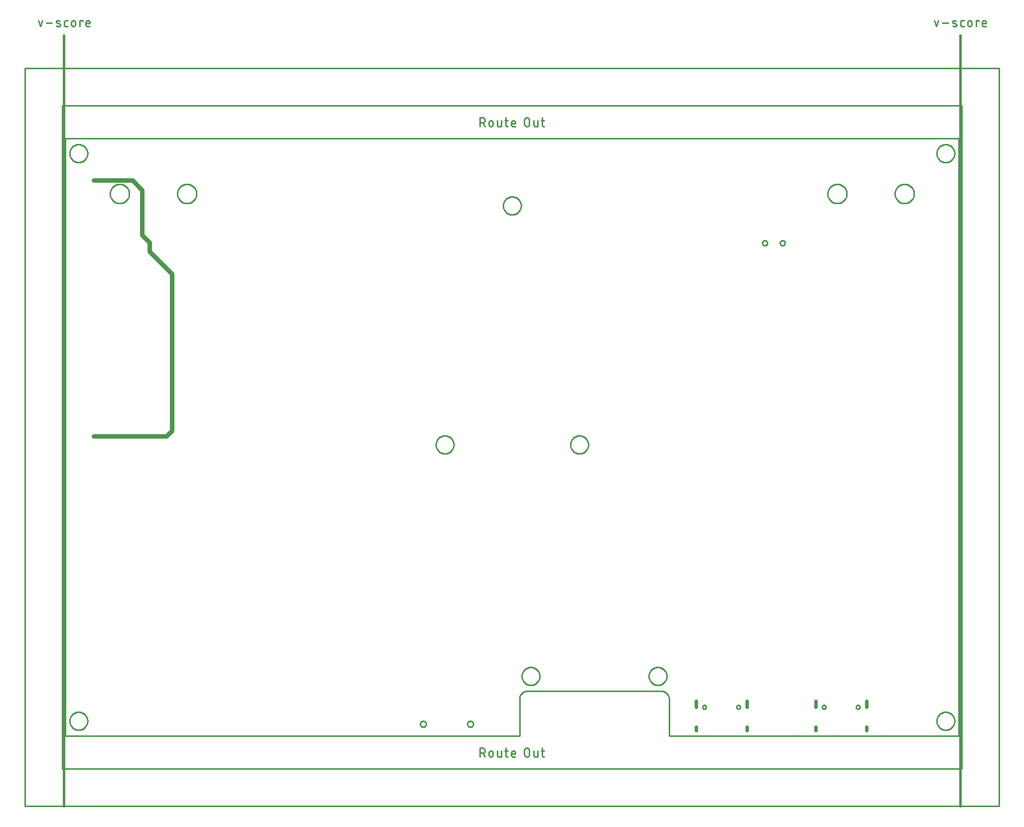
<source format=gko>
G04 EAGLE Gerber RS-274X export*
G75*
%MOMM*%
%FSLAX34Y34*%
%LPD*%
%IN*%
%IPPOS*%
%AMOC8*
5,1,8,0,0,1.08239X$1,22.5*%
G01*
%ADD10C,0.203200*%
%ADD11C,0.800000*%
%ADD12C,0.279400*%
%ADD13C,0.381000*%
%ADD14C,0.254000*%
%ADD15C,0.000000*%
%ADD16C,0.600000*%
%ADD17C,0.254000*%


D10*
X0Y0D02*
X771525Y0D01*
X771525Y63500D01*
X771529Y63807D01*
X771540Y64114D01*
X771558Y64420D01*
X771584Y64726D01*
X771618Y65031D01*
X771658Y65335D01*
X771706Y65638D01*
X771762Y65940D01*
X771824Y66240D01*
X771894Y66539D01*
X771971Y66836D01*
X772055Y67132D01*
X772147Y67425D01*
X772245Y67715D01*
X772350Y68003D01*
X772463Y68289D01*
X772582Y68572D01*
X772708Y68852D01*
X772840Y69129D01*
X772980Y69402D01*
X773126Y69672D01*
X773278Y69938D01*
X773437Y70201D01*
X773602Y70460D01*
X773773Y70714D01*
X773950Y70965D01*
X774134Y71211D01*
X774323Y71453D01*
X774518Y71689D01*
X774719Y71922D01*
X774925Y72149D01*
X775137Y72371D01*
X775354Y72588D01*
X775576Y72800D01*
X775803Y73006D01*
X776036Y73207D01*
X776272Y73402D01*
X776514Y73591D01*
X776760Y73775D01*
X777011Y73952D01*
X777265Y74123D01*
X777524Y74288D01*
X777787Y74447D01*
X778053Y74599D01*
X778323Y74745D01*
X778596Y74885D01*
X778873Y75017D01*
X779153Y75143D01*
X779436Y75262D01*
X779722Y75375D01*
X780010Y75480D01*
X780300Y75578D01*
X780593Y75670D01*
X780889Y75754D01*
X781186Y75831D01*
X781485Y75901D01*
X781785Y75963D01*
X782087Y76019D01*
X782390Y76067D01*
X782694Y76107D01*
X782999Y76141D01*
X783305Y76167D01*
X783611Y76185D01*
X783918Y76196D01*
X784225Y76200D01*
X1012825Y76200D01*
X1013132Y76196D01*
X1013439Y76185D01*
X1013745Y76167D01*
X1014051Y76141D01*
X1014356Y76107D01*
X1014660Y76067D01*
X1014963Y76019D01*
X1015265Y75963D01*
X1015565Y75901D01*
X1015864Y75831D01*
X1016161Y75754D01*
X1016457Y75670D01*
X1016750Y75578D01*
X1017040Y75480D01*
X1017328Y75375D01*
X1017614Y75262D01*
X1017897Y75143D01*
X1018177Y75017D01*
X1018454Y74885D01*
X1018727Y74745D01*
X1018997Y74599D01*
X1019263Y74447D01*
X1019526Y74288D01*
X1019785Y74123D01*
X1020039Y73952D01*
X1020290Y73775D01*
X1020536Y73591D01*
X1020778Y73402D01*
X1021014Y73207D01*
X1021247Y73006D01*
X1021474Y72800D01*
X1021696Y72588D01*
X1021913Y72371D01*
X1022125Y72149D01*
X1022331Y71922D01*
X1022532Y71689D01*
X1022727Y71453D01*
X1022916Y71211D01*
X1023100Y70965D01*
X1023277Y70714D01*
X1023448Y70460D01*
X1023613Y70201D01*
X1023772Y69938D01*
X1023924Y69672D01*
X1024070Y69402D01*
X1024210Y69129D01*
X1024342Y68852D01*
X1024468Y68572D01*
X1024587Y68289D01*
X1024700Y68003D01*
X1024805Y67715D01*
X1024903Y67425D01*
X1024995Y67132D01*
X1025079Y66836D01*
X1025156Y66539D01*
X1025226Y66240D01*
X1025288Y65940D01*
X1025344Y65638D01*
X1025392Y65335D01*
X1025432Y65031D01*
X1025466Y64726D01*
X1025492Y64420D01*
X1025510Y64114D01*
X1025521Y63807D01*
X1025525Y63500D01*
X1025525Y0D01*
X1517650Y0D01*
X1517650Y1016000D01*
X0Y1016000D01*
X0Y0D01*
D11*
X47825Y945000D02*
X113825Y945000D01*
X130325Y928500D01*
X130325Y852000D01*
X142825Y839500D01*
X142825Y824000D01*
X180825Y786000D01*
X180825Y519000D01*
X171825Y510000D01*
X47825Y510000D01*
D12*
X704329Y-20447D02*
X704329Y-35433D01*
X704329Y-20447D02*
X708492Y-20447D01*
X708620Y-20449D01*
X708748Y-20455D01*
X708876Y-20465D01*
X709004Y-20479D01*
X709131Y-20496D01*
X709257Y-20518D01*
X709383Y-20543D01*
X709507Y-20573D01*
X709631Y-20606D01*
X709754Y-20643D01*
X709876Y-20684D01*
X709996Y-20728D01*
X710115Y-20776D01*
X710232Y-20828D01*
X710348Y-20883D01*
X710461Y-20942D01*
X710574Y-21005D01*
X710684Y-21071D01*
X710791Y-21140D01*
X710897Y-21212D01*
X711001Y-21288D01*
X711102Y-21367D01*
X711201Y-21449D01*
X711297Y-21534D01*
X711390Y-21621D01*
X711481Y-21712D01*
X711568Y-21805D01*
X711653Y-21901D01*
X711735Y-22000D01*
X711814Y-22101D01*
X711890Y-22205D01*
X711962Y-22311D01*
X712031Y-22418D01*
X712097Y-22529D01*
X712160Y-22641D01*
X712219Y-22754D01*
X712274Y-22870D01*
X712326Y-22987D01*
X712374Y-23106D01*
X712418Y-23226D01*
X712459Y-23348D01*
X712496Y-23471D01*
X712529Y-23595D01*
X712559Y-23719D01*
X712584Y-23845D01*
X712606Y-23971D01*
X712623Y-24098D01*
X712637Y-24226D01*
X712647Y-24354D01*
X712653Y-24482D01*
X712655Y-24610D01*
X712653Y-24738D01*
X712647Y-24866D01*
X712637Y-24994D01*
X712623Y-25122D01*
X712606Y-25249D01*
X712584Y-25375D01*
X712559Y-25501D01*
X712529Y-25625D01*
X712496Y-25749D01*
X712459Y-25872D01*
X712418Y-25994D01*
X712374Y-26114D01*
X712326Y-26233D01*
X712274Y-26350D01*
X712219Y-26466D01*
X712160Y-26579D01*
X712097Y-26692D01*
X712031Y-26802D01*
X711962Y-26909D01*
X711890Y-27015D01*
X711814Y-27119D01*
X711735Y-27220D01*
X711653Y-27319D01*
X711568Y-27415D01*
X711481Y-27508D01*
X711390Y-27599D01*
X711297Y-27686D01*
X711201Y-27771D01*
X711102Y-27853D01*
X711001Y-27932D01*
X710897Y-28008D01*
X710791Y-28080D01*
X710684Y-28149D01*
X710574Y-28215D01*
X710461Y-28278D01*
X710348Y-28337D01*
X710232Y-28392D01*
X710115Y-28444D01*
X709996Y-28492D01*
X709876Y-28536D01*
X709754Y-28577D01*
X709631Y-28614D01*
X709507Y-28647D01*
X709383Y-28677D01*
X709257Y-28702D01*
X709131Y-28724D01*
X709004Y-28741D01*
X708876Y-28755D01*
X708748Y-28765D01*
X708620Y-28771D01*
X708492Y-28773D01*
X704329Y-28773D01*
X709324Y-28773D02*
X712654Y-35433D01*
X719613Y-32103D02*
X719613Y-28773D01*
X719615Y-28659D01*
X719621Y-28546D01*
X719630Y-28432D01*
X719644Y-28320D01*
X719661Y-28207D01*
X719683Y-28095D01*
X719708Y-27985D01*
X719736Y-27875D01*
X719769Y-27766D01*
X719805Y-27658D01*
X719845Y-27551D01*
X719889Y-27446D01*
X719936Y-27343D01*
X719986Y-27241D01*
X720040Y-27141D01*
X720098Y-27043D01*
X720159Y-26947D01*
X720222Y-26853D01*
X720290Y-26761D01*
X720360Y-26671D01*
X720433Y-26585D01*
X720509Y-26500D01*
X720588Y-26418D01*
X720670Y-26339D01*
X720755Y-26263D01*
X720841Y-26190D01*
X720931Y-26120D01*
X721023Y-26052D01*
X721117Y-25989D01*
X721213Y-25928D01*
X721311Y-25870D01*
X721411Y-25816D01*
X721513Y-25766D01*
X721616Y-25719D01*
X721721Y-25675D01*
X721828Y-25635D01*
X721936Y-25599D01*
X722045Y-25566D01*
X722155Y-25538D01*
X722265Y-25513D01*
X722377Y-25491D01*
X722490Y-25474D01*
X722602Y-25460D01*
X722716Y-25451D01*
X722829Y-25445D01*
X722943Y-25443D01*
X723057Y-25445D01*
X723170Y-25451D01*
X723284Y-25460D01*
X723396Y-25474D01*
X723509Y-25491D01*
X723621Y-25513D01*
X723731Y-25538D01*
X723841Y-25566D01*
X723950Y-25599D01*
X724058Y-25635D01*
X724165Y-25675D01*
X724270Y-25719D01*
X724373Y-25766D01*
X724475Y-25816D01*
X724575Y-25870D01*
X724673Y-25928D01*
X724769Y-25989D01*
X724863Y-26052D01*
X724955Y-26120D01*
X725045Y-26190D01*
X725131Y-26263D01*
X725216Y-26339D01*
X725298Y-26418D01*
X725377Y-26500D01*
X725453Y-26585D01*
X725526Y-26671D01*
X725596Y-26761D01*
X725664Y-26853D01*
X725727Y-26947D01*
X725788Y-27043D01*
X725846Y-27141D01*
X725900Y-27241D01*
X725950Y-27343D01*
X725997Y-27446D01*
X726041Y-27551D01*
X726081Y-27658D01*
X726117Y-27766D01*
X726150Y-27875D01*
X726178Y-27985D01*
X726203Y-28095D01*
X726225Y-28207D01*
X726242Y-28320D01*
X726256Y-28432D01*
X726265Y-28546D01*
X726271Y-28659D01*
X726273Y-28773D01*
X726273Y-32103D01*
X726271Y-32217D01*
X726265Y-32330D01*
X726256Y-32444D01*
X726242Y-32556D01*
X726225Y-32669D01*
X726203Y-32781D01*
X726178Y-32891D01*
X726150Y-33001D01*
X726117Y-33110D01*
X726081Y-33218D01*
X726041Y-33325D01*
X725997Y-33430D01*
X725950Y-33533D01*
X725900Y-33635D01*
X725846Y-33735D01*
X725788Y-33833D01*
X725727Y-33929D01*
X725664Y-34023D01*
X725596Y-34115D01*
X725526Y-34205D01*
X725453Y-34291D01*
X725377Y-34376D01*
X725298Y-34458D01*
X725216Y-34537D01*
X725131Y-34613D01*
X725045Y-34686D01*
X724955Y-34756D01*
X724863Y-34824D01*
X724769Y-34887D01*
X724673Y-34948D01*
X724575Y-35006D01*
X724475Y-35060D01*
X724373Y-35110D01*
X724270Y-35157D01*
X724165Y-35201D01*
X724058Y-35241D01*
X723950Y-35277D01*
X723841Y-35310D01*
X723731Y-35338D01*
X723621Y-35363D01*
X723509Y-35385D01*
X723396Y-35402D01*
X723284Y-35416D01*
X723170Y-35425D01*
X723057Y-35431D01*
X722943Y-35433D01*
X722829Y-35431D01*
X722716Y-35425D01*
X722602Y-35416D01*
X722490Y-35402D01*
X722377Y-35385D01*
X722265Y-35363D01*
X722155Y-35338D01*
X722045Y-35310D01*
X721936Y-35277D01*
X721828Y-35241D01*
X721721Y-35201D01*
X721616Y-35157D01*
X721513Y-35110D01*
X721411Y-35060D01*
X721311Y-35006D01*
X721213Y-34948D01*
X721117Y-34887D01*
X721023Y-34824D01*
X720931Y-34756D01*
X720841Y-34686D01*
X720755Y-34613D01*
X720670Y-34537D01*
X720588Y-34458D01*
X720509Y-34376D01*
X720433Y-34291D01*
X720360Y-34205D01*
X720290Y-34115D01*
X720222Y-34023D01*
X720159Y-33929D01*
X720098Y-33833D01*
X720040Y-33735D01*
X719986Y-33635D01*
X719936Y-33533D01*
X719889Y-33430D01*
X719845Y-33325D01*
X719805Y-33218D01*
X719769Y-33110D01*
X719736Y-33001D01*
X719708Y-32891D01*
X719683Y-32781D01*
X719661Y-32669D01*
X719644Y-32556D01*
X719630Y-32444D01*
X719621Y-32330D01*
X719615Y-32217D01*
X719613Y-32103D01*
X733681Y-32935D02*
X733681Y-25442D01*
X733680Y-32935D02*
X733682Y-33033D01*
X733688Y-33131D01*
X733697Y-33229D01*
X733711Y-33326D01*
X733728Y-33422D01*
X733749Y-33518D01*
X733774Y-33613D01*
X733802Y-33707D01*
X733834Y-33800D01*
X733870Y-33891D01*
X733909Y-33981D01*
X733952Y-34069D01*
X733999Y-34156D01*
X734048Y-34240D01*
X734101Y-34323D01*
X734157Y-34403D01*
X734216Y-34482D01*
X734279Y-34557D01*
X734344Y-34631D01*
X734412Y-34701D01*
X734482Y-34769D01*
X734556Y-34835D01*
X734632Y-34897D01*
X734710Y-34956D01*
X734790Y-35012D01*
X734873Y-35065D01*
X734957Y-35115D01*
X735044Y-35161D01*
X735132Y-35204D01*
X735222Y-35243D01*
X735313Y-35279D01*
X735406Y-35311D01*
X735500Y-35339D01*
X735595Y-35364D01*
X735691Y-35385D01*
X735787Y-35402D01*
X735884Y-35416D01*
X735982Y-35425D01*
X736080Y-35431D01*
X736178Y-35433D01*
X740341Y-35433D01*
X740341Y-25442D01*
X746322Y-25442D02*
X751317Y-25442D01*
X747987Y-20447D02*
X747987Y-32935D01*
X747989Y-33033D01*
X747995Y-33131D01*
X748004Y-33229D01*
X748018Y-33326D01*
X748035Y-33422D01*
X748056Y-33518D01*
X748081Y-33613D01*
X748109Y-33707D01*
X748141Y-33800D01*
X748177Y-33891D01*
X748216Y-33981D01*
X748259Y-34069D01*
X748306Y-34156D01*
X748355Y-34240D01*
X748408Y-34323D01*
X748464Y-34403D01*
X748523Y-34482D01*
X748586Y-34557D01*
X748651Y-34631D01*
X748719Y-34701D01*
X748789Y-34769D01*
X748863Y-34835D01*
X748939Y-34897D01*
X749017Y-34956D01*
X749097Y-35012D01*
X749180Y-35065D01*
X749264Y-35115D01*
X749351Y-35161D01*
X749439Y-35204D01*
X749529Y-35243D01*
X749620Y-35279D01*
X749713Y-35311D01*
X749807Y-35339D01*
X749902Y-35364D01*
X749998Y-35385D01*
X750094Y-35402D01*
X750191Y-35416D01*
X750289Y-35425D01*
X750387Y-35431D01*
X750485Y-35433D01*
X751317Y-35433D01*
X760146Y-35433D02*
X764309Y-35433D01*
X760146Y-35433D02*
X760048Y-35431D01*
X759950Y-35425D01*
X759852Y-35416D01*
X759755Y-35402D01*
X759659Y-35385D01*
X759563Y-35364D01*
X759468Y-35339D01*
X759374Y-35311D01*
X759281Y-35279D01*
X759190Y-35243D01*
X759100Y-35204D01*
X759012Y-35161D01*
X758925Y-35114D01*
X758841Y-35065D01*
X758758Y-35012D01*
X758678Y-34956D01*
X758600Y-34897D01*
X758524Y-34835D01*
X758450Y-34769D01*
X758380Y-34701D01*
X758312Y-34631D01*
X758247Y-34557D01*
X758184Y-34482D01*
X758125Y-34403D01*
X758069Y-34323D01*
X758016Y-34240D01*
X757967Y-34156D01*
X757920Y-34069D01*
X757877Y-33981D01*
X757838Y-33891D01*
X757802Y-33800D01*
X757770Y-33707D01*
X757742Y-33613D01*
X757717Y-33518D01*
X757696Y-33422D01*
X757679Y-33326D01*
X757665Y-33229D01*
X757656Y-33131D01*
X757650Y-33033D01*
X757648Y-32935D01*
X757649Y-32935D02*
X757649Y-28773D01*
X757651Y-28659D01*
X757657Y-28546D01*
X757666Y-28432D01*
X757680Y-28320D01*
X757697Y-28207D01*
X757719Y-28095D01*
X757744Y-27985D01*
X757772Y-27875D01*
X757805Y-27766D01*
X757841Y-27658D01*
X757881Y-27551D01*
X757925Y-27446D01*
X757972Y-27343D01*
X758022Y-27241D01*
X758076Y-27141D01*
X758134Y-27043D01*
X758195Y-26947D01*
X758258Y-26853D01*
X758326Y-26761D01*
X758396Y-26671D01*
X758469Y-26585D01*
X758545Y-26500D01*
X758624Y-26418D01*
X758706Y-26339D01*
X758791Y-26263D01*
X758877Y-26190D01*
X758967Y-26120D01*
X759059Y-26052D01*
X759153Y-25989D01*
X759249Y-25928D01*
X759347Y-25870D01*
X759447Y-25816D01*
X759549Y-25766D01*
X759652Y-25719D01*
X759757Y-25675D01*
X759864Y-25635D01*
X759972Y-25599D01*
X760081Y-25566D01*
X760191Y-25538D01*
X760301Y-25513D01*
X760413Y-25491D01*
X760526Y-25474D01*
X760638Y-25460D01*
X760752Y-25451D01*
X760865Y-25445D01*
X760979Y-25443D01*
X761093Y-25445D01*
X761206Y-25451D01*
X761320Y-25460D01*
X761432Y-25474D01*
X761545Y-25491D01*
X761657Y-25513D01*
X761767Y-25538D01*
X761877Y-25566D01*
X761986Y-25599D01*
X762094Y-25635D01*
X762201Y-25675D01*
X762306Y-25719D01*
X762409Y-25766D01*
X762511Y-25816D01*
X762611Y-25870D01*
X762709Y-25928D01*
X762805Y-25989D01*
X762899Y-26052D01*
X762991Y-26120D01*
X763081Y-26190D01*
X763167Y-26263D01*
X763252Y-26339D01*
X763334Y-26418D01*
X763413Y-26500D01*
X763489Y-26585D01*
X763562Y-26671D01*
X763632Y-26761D01*
X763700Y-26853D01*
X763763Y-26947D01*
X763824Y-27043D01*
X763882Y-27141D01*
X763936Y-27241D01*
X763986Y-27343D01*
X764033Y-27446D01*
X764077Y-27551D01*
X764117Y-27658D01*
X764153Y-27766D01*
X764186Y-27875D01*
X764214Y-27985D01*
X764239Y-28095D01*
X764261Y-28207D01*
X764278Y-28320D01*
X764292Y-28432D01*
X764301Y-28546D01*
X764307Y-28659D01*
X764309Y-28773D01*
X764309Y-30438D01*
X757649Y-30438D01*
X779742Y-31270D02*
X779742Y-24610D01*
X779744Y-24482D01*
X779750Y-24354D01*
X779760Y-24226D01*
X779774Y-24098D01*
X779791Y-23971D01*
X779813Y-23845D01*
X779838Y-23719D01*
X779868Y-23595D01*
X779901Y-23471D01*
X779938Y-23348D01*
X779979Y-23226D01*
X780023Y-23106D01*
X780071Y-22987D01*
X780123Y-22870D01*
X780178Y-22754D01*
X780237Y-22641D01*
X780300Y-22528D01*
X780366Y-22418D01*
X780435Y-22311D01*
X780507Y-22205D01*
X780583Y-22101D01*
X780662Y-22000D01*
X780744Y-21901D01*
X780829Y-21805D01*
X780916Y-21712D01*
X781007Y-21621D01*
X781100Y-21534D01*
X781196Y-21449D01*
X781295Y-21367D01*
X781396Y-21288D01*
X781500Y-21212D01*
X781606Y-21140D01*
X781713Y-21071D01*
X781824Y-21005D01*
X781936Y-20942D01*
X782049Y-20883D01*
X782165Y-20828D01*
X782282Y-20776D01*
X782401Y-20728D01*
X782521Y-20684D01*
X782643Y-20643D01*
X782766Y-20606D01*
X782890Y-20573D01*
X783014Y-20543D01*
X783140Y-20518D01*
X783266Y-20496D01*
X783393Y-20479D01*
X783521Y-20465D01*
X783649Y-20455D01*
X783777Y-20449D01*
X783905Y-20447D01*
X784033Y-20449D01*
X784161Y-20455D01*
X784289Y-20465D01*
X784417Y-20479D01*
X784544Y-20496D01*
X784670Y-20518D01*
X784796Y-20543D01*
X784920Y-20573D01*
X785044Y-20606D01*
X785167Y-20643D01*
X785289Y-20684D01*
X785409Y-20728D01*
X785528Y-20776D01*
X785645Y-20828D01*
X785761Y-20883D01*
X785874Y-20942D01*
X785987Y-21005D01*
X786097Y-21071D01*
X786204Y-21140D01*
X786310Y-21212D01*
X786414Y-21288D01*
X786515Y-21367D01*
X786614Y-21449D01*
X786710Y-21534D01*
X786803Y-21621D01*
X786894Y-21712D01*
X786981Y-21805D01*
X787066Y-21901D01*
X787148Y-22000D01*
X787227Y-22101D01*
X787303Y-22205D01*
X787375Y-22311D01*
X787444Y-22418D01*
X787510Y-22529D01*
X787573Y-22641D01*
X787632Y-22754D01*
X787687Y-22870D01*
X787739Y-22987D01*
X787787Y-23106D01*
X787831Y-23226D01*
X787872Y-23348D01*
X787909Y-23471D01*
X787942Y-23595D01*
X787972Y-23719D01*
X787997Y-23845D01*
X788019Y-23971D01*
X788036Y-24098D01*
X788050Y-24226D01*
X788060Y-24354D01*
X788066Y-24482D01*
X788068Y-24610D01*
X788067Y-24610D02*
X788067Y-31270D01*
X788068Y-31270D02*
X788066Y-31398D01*
X788060Y-31526D01*
X788050Y-31654D01*
X788036Y-31782D01*
X788019Y-31909D01*
X787997Y-32035D01*
X787972Y-32161D01*
X787942Y-32285D01*
X787909Y-32409D01*
X787872Y-32532D01*
X787831Y-32654D01*
X787787Y-32774D01*
X787739Y-32893D01*
X787687Y-33010D01*
X787632Y-33126D01*
X787573Y-33239D01*
X787510Y-33352D01*
X787444Y-33462D01*
X787375Y-33569D01*
X787303Y-33675D01*
X787227Y-33779D01*
X787148Y-33880D01*
X787066Y-33979D01*
X786981Y-34075D01*
X786894Y-34168D01*
X786803Y-34259D01*
X786710Y-34346D01*
X786614Y-34431D01*
X786515Y-34513D01*
X786414Y-34592D01*
X786310Y-34668D01*
X786204Y-34740D01*
X786097Y-34809D01*
X785987Y-34875D01*
X785874Y-34938D01*
X785761Y-34997D01*
X785645Y-35052D01*
X785528Y-35104D01*
X785409Y-35152D01*
X785289Y-35196D01*
X785167Y-35237D01*
X785044Y-35274D01*
X784920Y-35307D01*
X784796Y-35337D01*
X784670Y-35362D01*
X784544Y-35384D01*
X784417Y-35401D01*
X784289Y-35415D01*
X784161Y-35425D01*
X784033Y-35431D01*
X783905Y-35433D01*
X783777Y-35431D01*
X783649Y-35425D01*
X783521Y-35415D01*
X783393Y-35401D01*
X783266Y-35384D01*
X783140Y-35362D01*
X783014Y-35337D01*
X782890Y-35307D01*
X782766Y-35274D01*
X782643Y-35237D01*
X782521Y-35196D01*
X782401Y-35152D01*
X782282Y-35104D01*
X782165Y-35052D01*
X782049Y-34997D01*
X781936Y-34938D01*
X781824Y-34875D01*
X781713Y-34809D01*
X781606Y-34740D01*
X781500Y-34668D01*
X781396Y-34592D01*
X781295Y-34513D01*
X781196Y-34431D01*
X781100Y-34346D01*
X781007Y-34259D01*
X780916Y-34168D01*
X780829Y-34075D01*
X780744Y-33979D01*
X780662Y-33880D01*
X780583Y-33779D01*
X780507Y-33675D01*
X780435Y-33569D01*
X780366Y-33462D01*
X780300Y-33351D01*
X780237Y-33239D01*
X780178Y-33126D01*
X780123Y-33010D01*
X780071Y-32893D01*
X780023Y-32774D01*
X779979Y-32654D01*
X779938Y-32532D01*
X779901Y-32409D01*
X779868Y-32285D01*
X779838Y-32161D01*
X779813Y-32035D01*
X779791Y-31909D01*
X779774Y-31782D01*
X779760Y-31654D01*
X779750Y-31526D01*
X779744Y-31398D01*
X779742Y-31270D01*
X795684Y-32935D02*
X795684Y-25442D01*
X795684Y-32935D02*
X795686Y-33033D01*
X795692Y-33131D01*
X795701Y-33229D01*
X795715Y-33326D01*
X795732Y-33422D01*
X795753Y-33518D01*
X795778Y-33613D01*
X795806Y-33707D01*
X795838Y-33800D01*
X795874Y-33891D01*
X795913Y-33981D01*
X795956Y-34069D01*
X796003Y-34156D01*
X796052Y-34240D01*
X796105Y-34323D01*
X796161Y-34403D01*
X796220Y-34482D01*
X796283Y-34557D01*
X796348Y-34631D01*
X796416Y-34701D01*
X796486Y-34769D01*
X796560Y-34835D01*
X796636Y-34897D01*
X796714Y-34956D01*
X796794Y-35012D01*
X796877Y-35065D01*
X796961Y-35115D01*
X797048Y-35161D01*
X797136Y-35204D01*
X797226Y-35243D01*
X797317Y-35279D01*
X797410Y-35311D01*
X797504Y-35339D01*
X797599Y-35364D01*
X797695Y-35385D01*
X797791Y-35402D01*
X797888Y-35416D01*
X797986Y-35425D01*
X798084Y-35431D01*
X798182Y-35433D01*
X802345Y-35433D01*
X802345Y-25442D01*
X808326Y-25442D02*
X813321Y-25442D01*
X809991Y-20447D02*
X809991Y-32935D01*
X809990Y-32935D02*
X809992Y-33033D01*
X809998Y-33131D01*
X810007Y-33229D01*
X810021Y-33326D01*
X810038Y-33422D01*
X810059Y-33518D01*
X810084Y-33613D01*
X810112Y-33707D01*
X810144Y-33800D01*
X810180Y-33891D01*
X810219Y-33981D01*
X810262Y-34069D01*
X810309Y-34156D01*
X810358Y-34240D01*
X810411Y-34323D01*
X810467Y-34403D01*
X810526Y-34482D01*
X810589Y-34557D01*
X810654Y-34631D01*
X810722Y-34701D01*
X810792Y-34769D01*
X810866Y-34835D01*
X810942Y-34897D01*
X811020Y-34956D01*
X811100Y-35012D01*
X811183Y-35065D01*
X811267Y-35115D01*
X811354Y-35161D01*
X811442Y-35204D01*
X811532Y-35243D01*
X811623Y-35279D01*
X811716Y-35311D01*
X811810Y-35339D01*
X811905Y-35364D01*
X812001Y-35385D01*
X812097Y-35402D01*
X812194Y-35416D01*
X812292Y-35425D01*
X812390Y-35431D01*
X812488Y-35433D01*
X812489Y-35433D02*
X813321Y-35433D01*
X704329Y1036447D02*
X704329Y1051433D01*
X708492Y1051433D01*
X708620Y1051431D01*
X708748Y1051425D01*
X708876Y1051415D01*
X709004Y1051401D01*
X709131Y1051384D01*
X709257Y1051362D01*
X709383Y1051337D01*
X709507Y1051307D01*
X709631Y1051274D01*
X709754Y1051237D01*
X709876Y1051196D01*
X709996Y1051152D01*
X710115Y1051104D01*
X710232Y1051052D01*
X710348Y1050997D01*
X710461Y1050938D01*
X710574Y1050875D01*
X710684Y1050809D01*
X710791Y1050740D01*
X710897Y1050668D01*
X711001Y1050592D01*
X711102Y1050513D01*
X711201Y1050431D01*
X711297Y1050346D01*
X711390Y1050259D01*
X711481Y1050168D01*
X711568Y1050075D01*
X711653Y1049979D01*
X711735Y1049880D01*
X711814Y1049779D01*
X711890Y1049675D01*
X711962Y1049569D01*
X712031Y1049462D01*
X712097Y1049352D01*
X712160Y1049239D01*
X712219Y1049126D01*
X712274Y1049010D01*
X712326Y1048893D01*
X712374Y1048774D01*
X712418Y1048654D01*
X712459Y1048532D01*
X712496Y1048409D01*
X712529Y1048285D01*
X712559Y1048161D01*
X712584Y1048035D01*
X712606Y1047909D01*
X712623Y1047782D01*
X712637Y1047654D01*
X712647Y1047526D01*
X712653Y1047398D01*
X712655Y1047270D01*
X712653Y1047142D01*
X712647Y1047014D01*
X712637Y1046886D01*
X712623Y1046758D01*
X712606Y1046631D01*
X712584Y1046505D01*
X712559Y1046379D01*
X712529Y1046255D01*
X712496Y1046131D01*
X712459Y1046008D01*
X712418Y1045886D01*
X712374Y1045766D01*
X712326Y1045647D01*
X712274Y1045530D01*
X712219Y1045414D01*
X712160Y1045301D01*
X712097Y1045189D01*
X712031Y1045078D01*
X711962Y1044971D01*
X711890Y1044865D01*
X711814Y1044761D01*
X711735Y1044660D01*
X711653Y1044561D01*
X711568Y1044465D01*
X711481Y1044372D01*
X711390Y1044281D01*
X711297Y1044194D01*
X711201Y1044109D01*
X711102Y1044027D01*
X711001Y1043948D01*
X710897Y1043872D01*
X710791Y1043800D01*
X710684Y1043731D01*
X710574Y1043665D01*
X710461Y1043602D01*
X710348Y1043543D01*
X710232Y1043488D01*
X710115Y1043436D01*
X709996Y1043388D01*
X709876Y1043344D01*
X709754Y1043303D01*
X709631Y1043266D01*
X709507Y1043233D01*
X709383Y1043203D01*
X709257Y1043178D01*
X709131Y1043156D01*
X709004Y1043139D01*
X708876Y1043125D01*
X708748Y1043115D01*
X708620Y1043109D01*
X708492Y1043107D01*
X704329Y1043107D01*
X709324Y1043107D02*
X712654Y1036447D01*
X719613Y1039777D02*
X719613Y1043107D01*
X719615Y1043221D01*
X719621Y1043334D01*
X719630Y1043448D01*
X719644Y1043560D01*
X719661Y1043673D01*
X719683Y1043785D01*
X719708Y1043895D01*
X719736Y1044005D01*
X719769Y1044114D01*
X719805Y1044222D01*
X719845Y1044329D01*
X719889Y1044434D01*
X719936Y1044537D01*
X719986Y1044639D01*
X720040Y1044739D01*
X720098Y1044837D01*
X720159Y1044933D01*
X720222Y1045027D01*
X720290Y1045119D01*
X720360Y1045209D01*
X720433Y1045295D01*
X720509Y1045380D01*
X720588Y1045462D01*
X720670Y1045541D01*
X720755Y1045617D01*
X720841Y1045690D01*
X720931Y1045760D01*
X721023Y1045828D01*
X721117Y1045891D01*
X721213Y1045952D01*
X721311Y1046010D01*
X721411Y1046064D01*
X721513Y1046114D01*
X721616Y1046161D01*
X721721Y1046205D01*
X721828Y1046245D01*
X721936Y1046281D01*
X722045Y1046314D01*
X722155Y1046342D01*
X722265Y1046367D01*
X722377Y1046389D01*
X722490Y1046406D01*
X722602Y1046420D01*
X722716Y1046429D01*
X722829Y1046435D01*
X722943Y1046437D01*
X723057Y1046435D01*
X723170Y1046429D01*
X723284Y1046420D01*
X723396Y1046406D01*
X723509Y1046389D01*
X723621Y1046367D01*
X723731Y1046342D01*
X723841Y1046314D01*
X723950Y1046281D01*
X724058Y1046245D01*
X724165Y1046205D01*
X724270Y1046161D01*
X724373Y1046114D01*
X724475Y1046064D01*
X724575Y1046010D01*
X724673Y1045952D01*
X724769Y1045891D01*
X724863Y1045828D01*
X724955Y1045760D01*
X725045Y1045690D01*
X725131Y1045617D01*
X725216Y1045541D01*
X725298Y1045462D01*
X725377Y1045380D01*
X725453Y1045295D01*
X725526Y1045209D01*
X725596Y1045119D01*
X725664Y1045027D01*
X725727Y1044933D01*
X725788Y1044837D01*
X725846Y1044739D01*
X725900Y1044639D01*
X725950Y1044537D01*
X725997Y1044434D01*
X726041Y1044329D01*
X726081Y1044222D01*
X726117Y1044114D01*
X726150Y1044005D01*
X726178Y1043895D01*
X726203Y1043785D01*
X726225Y1043673D01*
X726242Y1043560D01*
X726256Y1043448D01*
X726265Y1043334D01*
X726271Y1043221D01*
X726273Y1043107D01*
X726273Y1039777D01*
X726271Y1039663D01*
X726265Y1039550D01*
X726256Y1039436D01*
X726242Y1039324D01*
X726225Y1039211D01*
X726203Y1039099D01*
X726178Y1038989D01*
X726150Y1038879D01*
X726117Y1038770D01*
X726081Y1038662D01*
X726041Y1038555D01*
X725997Y1038450D01*
X725950Y1038347D01*
X725900Y1038245D01*
X725846Y1038145D01*
X725788Y1038047D01*
X725727Y1037951D01*
X725664Y1037857D01*
X725596Y1037765D01*
X725526Y1037675D01*
X725453Y1037589D01*
X725377Y1037504D01*
X725298Y1037422D01*
X725216Y1037343D01*
X725131Y1037267D01*
X725045Y1037194D01*
X724955Y1037124D01*
X724863Y1037056D01*
X724769Y1036993D01*
X724673Y1036932D01*
X724575Y1036874D01*
X724475Y1036820D01*
X724373Y1036770D01*
X724270Y1036723D01*
X724165Y1036679D01*
X724058Y1036639D01*
X723950Y1036603D01*
X723841Y1036570D01*
X723731Y1036542D01*
X723621Y1036517D01*
X723509Y1036495D01*
X723396Y1036478D01*
X723284Y1036464D01*
X723170Y1036455D01*
X723057Y1036449D01*
X722943Y1036447D01*
X722829Y1036449D01*
X722716Y1036455D01*
X722602Y1036464D01*
X722490Y1036478D01*
X722377Y1036495D01*
X722265Y1036517D01*
X722155Y1036542D01*
X722045Y1036570D01*
X721936Y1036603D01*
X721828Y1036639D01*
X721721Y1036679D01*
X721616Y1036723D01*
X721513Y1036770D01*
X721411Y1036820D01*
X721311Y1036874D01*
X721213Y1036932D01*
X721117Y1036993D01*
X721023Y1037056D01*
X720931Y1037124D01*
X720841Y1037194D01*
X720755Y1037267D01*
X720670Y1037343D01*
X720588Y1037422D01*
X720509Y1037504D01*
X720433Y1037589D01*
X720360Y1037675D01*
X720290Y1037765D01*
X720222Y1037857D01*
X720159Y1037951D01*
X720098Y1038047D01*
X720040Y1038145D01*
X719986Y1038245D01*
X719936Y1038347D01*
X719889Y1038450D01*
X719845Y1038555D01*
X719805Y1038662D01*
X719769Y1038770D01*
X719736Y1038879D01*
X719708Y1038989D01*
X719683Y1039099D01*
X719661Y1039211D01*
X719644Y1039324D01*
X719630Y1039436D01*
X719621Y1039550D01*
X719615Y1039663D01*
X719613Y1039777D01*
X733681Y1038945D02*
X733681Y1046438D01*
X733680Y1038945D02*
X733682Y1038847D01*
X733688Y1038749D01*
X733697Y1038651D01*
X733711Y1038554D01*
X733728Y1038458D01*
X733749Y1038362D01*
X733774Y1038267D01*
X733802Y1038173D01*
X733834Y1038080D01*
X733870Y1037989D01*
X733909Y1037899D01*
X733952Y1037811D01*
X733999Y1037724D01*
X734048Y1037640D01*
X734101Y1037557D01*
X734157Y1037477D01*
X734216Y1037399D01*
X734279Y1037323D01*
X734344Y1037249D01*
X734412Y1037179D01*
X734482Y1037111D01*
X734556Y1037046D01*
X734632Y1036983D01*
X734710Y1036924D01*
X734790Y1036868D01*
X734873Y1036815D01*
X734957Y1036766D01*
X735044Y1036719D01*
X735132Y1036676D01*
X735222Y1036637D01*
X735313Y1036601D01*
X735406Y1036569D01*
X735500Y1036541D01*
X735595Y1036516D01*
X735691Y1036495D01*
X735787Y1036478D01*
X735884Y1036464D01*
X735982Y1036455D01*
X736080Y1036449D01*
X736178Y1036447D01*
X740341Y1036447D01*
X740341Y1046438D01*
X746322Y1046438D02*
X751317Y1046438D01*
X747987Y1051433D02*
X747987Y1038945D01*
X747989Y1038847D01*
X747995Y1038749D01*
X748004Y1038651D01*
X748018Y1038554D01*
X748035Y1038458D01*
X748056Y1038362D01*
X748081Y1038267D01*
X748109Y1038173D01*
X748141Y1038080D01*
X748177Y1037989D01*
X748216Y1037899D01*
X748259Y1037811D01*
X748306Y1037724D01*
X748355Y1037640D01*
X748408Y1037557D01*
X748464Y1037477D01*
X748523Y1037399D01*
X748586Y1037323D01*
X748651Y1037249D01*
X748719Y1037179D01*
X748789Y1037111D01*
X748863Y1037046D01*
X748939Y1036983D01*
X749017Y1036924D01*
X749097Y1036868D01*
X749180Y1036815D01*
X749264Y1036766D01*
X749351Y1036719D01*
X749439Y1036676D01*
X749529Y1036637D01*
X749620Y1036601D01*
X749713Y1036569D01*
X749807Y1036541D01*
X749902Y1036516D01*
X749998Y1036495D01*
X750094Y1036478D01*
X750191Y1036464D01*
X750289Y1036455D01*
X750387Y1036449D01*
X750485Y1036447D01*
X751317Y1036447D01*
X760146Y1036447D02*
X764309Y1036447D01*
X760146Y1036447D02*
X760048Y1036449D01*
X759950Y1036455D01*
X759852Y1036464D01*
X759755Y1036478D01*
X759659Y1036495D01*
X759563Y1036516D01*
X759468Y1036541D01*
X759374Y1036569D01*
X759281Y1036601D01*
X759190Y1036637D01*
X759100Y1036676D01*
X759012Y1036719D01*
X758925Y1036766D01*
X758841Y1036815D01*
X758758Y1036868D01*
X758678Y1036924D01*
X758600Y1036983D01*
X758524Y1037046D01*
X758450Y1037111D01*
X758380Y1037179D01*
X758312Y1037249D01*
X758247Y1037323D01*
X758184Y1037399D01*
X758125Y1037477D01*
X758069Y1037557D01*
X758016Y1037640D01*
X757967Y1037724D01*
X757920Y1037811D01*
X757877Y1037899D01*
X757838Y1037989D01*
X757802Y1038080D01*
X757770Y1038173D01*
X757742Y1038267D01*
X757717Y1038362D01*
X757696Y1038458D01*
X757679Y1038554D01*
X757665Y1038651D01*
X757656Y1038749D01*
X757650Y1038847D01*
X757648Y1038945D01*
X757649Y1038945D02*
X757649Y1043107D01*
X757651Y1043221D01*
X757657Y1043334D01*
X757666Y1043448D01*
X757680Y1043560D01*
X757697Y1043673D01*
X757719Y1043785D01*
X757744Y1043895D01*
X757772Y1044005D01*
X757805Y1044114D01*
X757841Y1044222D01*
X757881Y1044329D01*
X757925Y1044434D01*
X757972Y1044537D01*
X758022Y1044639D01*
X758076Y1044739D01*
X758134Y1044837D01*
X758195Y1044933D01*
X758258Y1045027D01*
X758326Y1045119D01*
X758396Y1045209D01*
X758469Y1045295D01*
X758545Y1045380D01*
X758624Y1045462D01*
X758706Y1045541D01*
X758791Y1045617D01*
X758877Y1045690D01*
X758967Y1045760D01*
X759059Y1045828D01*
X759153Y1045891D01*
X759249Y1045952D01*
X759347Y1046010D01*
X759447Y1046064D01*
X759549Y1046114D01*
X759652Y1046161D01*
X759757Y1046205D01*
X759864Y1046245D01*
X759972Y1046281D01*
X760081Y1046314D01*
X760191Y1046342D01*
X760301Y1046367D01*
X760413Y1046389D01*
X760526Y1046406D01*
X760638Y1046420D01*
X760752Y1046429D01*
X760865Y1046435D01*
X760979Y1046437D01*
X761093Y1046435D01*
X761206Y1046429D01*
X761320Y1046420D01*
X761432Y1046406D01*
X761545Y1046389D01*
X761657Y1046367D01*
X761767Y1046342D01*
X761877Y1046314D01*
X761986Y1046281D01*
X762094Y1046245D01*
X762201Y1046205D01*
X762306Y1046161D01*
X762409Y1046114D01*
X762511Y1046064D01*
X762611Y1046010D01*
X762709Y1045952D01*
X762805Y1045891D01*
X762899Y1045828D01*
X762991Y1045760D01*
X763081Y1045690D01*
X763167Y1045617D01*
X763252Y1045541D01*
X763334Y1045462D01*
X763413Y1045380D01*
X763489Y1045295D01*
X763562Y1045209D01*
X763632Y1045119D01*
X763700Y1045027D01*
X763763Y1044933D01*
X763824Y1044837D01*
X763882Y1044739D01*
X763936Y1044639D01*
X763986Y1044537D01*
X764033Y1044434D01*
X764077Y1044329D01*
X764117Y1044222D01*
X764153Y1044114D01*
X764186Y1044005D01*
X764214Y1043895D01*
X764239Y1043785D01*
X764261Y1043673D01*
X764278Y1043560D01*
X764292Y1043448D01*
X764301Y1043334D01*
X764307Y1043221D01*
X764309Y1043107D01*
X764309Y1041442D01*
X757649Y1041442D01*
X779742Y1040610D02*
X779742Y1047270D01*
X779744Y1047398D01*
X779750Y1047526D01*
X779760Y1047654D01*
X779774Y1047782D01*
X779791Y1047909D01*
X779813Y1048035D01*
X779838Y1048161D01*
X779868Y1048285D01*
X779901Y1048409D01*
X779938Y1048532D01*
X779979Y1048654D01*
X780023Y1048774D01*
X780071Y1048893D01*
X780123Y1049010D01*
X780178Y1049126D01*
X780237Y1049239D01*
X780300Y1049352D01*
X780366Y1049462D01*
X780435Y1049569D01*
X780507Y1049675D01*
X780583Y1049779D01*
X780662Y1049880D01*
X780744Y1049979D01*
X780829Y1050075D01*
X780916Y1050168D01*
X781007Y1050259D01*
X781100Y1050346D01*
X781196Y1050431D01*
X781295Y1050513D01*
X781396Y1050592D01*
X781500Y1050668D01*
X781606Y1050740D01*
X781713Y1050809D01*
X781824Y1050875D01*
X781936Y1050938D01*
X782049Y1050997D01*
X782165Y1051052D01*
X782282Y1051104D01*
X782401Y1051152D01*
X782521Y1051196D01*
X782643Y1051237D01*
X782766Y1051274D01*
X782890Y1051307D01*
X783014Y1051337D01*
X783140Y1051362D01*
X783266Y1051384D01*
X783393Y1051401D01*
X783521Y1051415D01*
X783649Y1051425D01*
X783777Y1051431D01*
X783905Y1051433D01*
X784033Y1051431D01*
X784161Y1051425D01*
X784289Y1051415D01*
X784417Y1051401D01*
X784544Y1051384D01*
X784670Y1051362D01*
X784796Y1051337D01*
X784920Y1051307D01*
X785044Y1051274D01*
X785167Y1051237D01*
X785289Y1051196D01*
X785409Y1051152D01*
X785528Y1051104D01*
X785645Y1051052D01*
X785761Y1050997D01*
X785874Y1050938D01*
X785987Y1050875D01*
X786097Y1050809D01*
X786204Y1050740D01*
X786310Y1050668D01*
X786414Y1050592D01*
X786515Y1050513D01*
X786614Y1050431D01*
X786710Y1050346D01*
X786803Y1050259D01*
X786894Y1050168D01*
X786981Y1050075D01*
X787066Y1049979D01*
X787148Y1049880D01*
X787227Y1049779D01*
X787303Y1049675D01*
X787375Y1049569D01*
X787444Y1049462D01*
X787510Y1049352D01*
X787573Y1049239D01*
X787632Y1049126D01*
X787687Y1049010D01*
X787739Y1048893D01*
X787787Y1048774D01*
X787831Y1048654D01*
X787872Y1048532D01*
X787909Y1048409D01*
X787942Y1048285D01*
X787972Y1048161D01*
X787997Y1048035D01*
X788019Y1047909D01*
X788036Y1047782D01*
X788050Y1047654D01*
X788060Y1047526D01*
X788066Y1047398D01*
X788068Y1047270D01*
X788067Y1047270D02*
X788067Y1040610D01*
X788068Y1040610D02*
X788066Y1040482D01*
X788060Y1040354D01*
X788050Y1040226D01*
X788036Y1040098D01*
X788019Y1039971D01*
X787997Y1039845D01*
X787972Y1039719D01*
X787942Y1039595D01*
X787909Y1039471D01*
X787872Y1039348D01*
X787831Y1039226D01*
X787787Y1039106D01*
X787739Y1038987D01*
X787687Y1038870D01*
X787632Y1038754D01*
X787573Y1038641D01*
X787510Y1038529D01*
X787444Y1038418D01*
X787375Y1038311D01*
X787303Y1038205D01*
X787227Y1038101D01*
X787148Y1038000D01*
X787066Y1037901D01*
X786981Y1037805D01*
X786894Y1037712D01*
X786803Y1037621D01*
X786710Y1037534D01*
X786614Y1037449D01*
X786515Y1037367D01*
X786414Y1037288D01*
X786310Y1037212D01*
X786204Y1037140D01*
X786097Y1037071D01*
X785987Y1037005D01*
X785874Y1036942D01*
X785761Y1036883D01*
X785645Y1036828D01*
X785528Y1036776D01*
X785409Y1036728D01*
X785289Y1036684D01*
X785167Y1036643D01*
X785044Y1036606D01*
X784920Y1036573D01*
X784796Y1036543D01*
X784670Y1036518D01*
X784544Y1036496D01*
X784417Y1036479D01*
X784289Y1036465D01*
X784161Y1036455D01*
X784033Y1036449D01*
X783905Y1036447D01*
X783777Y1036449D01*
X783649Y1036455D01*
X783521Y1036465D01*
X783393Y1036479D01*
X783266Y1036496D01*
X783140Y1036518D01*
X783014Y1036543D01*
X782890Y1036573D01*
X782766Y1036606D01*
X782643Y1036643D01*
X782521Y1036684D01*
X782401Y1036728D01*
X782282Y1036776D01*
X782165Y1036828D01*
X782049Y1036883D01*
X781936Y1036942D01*
X781824Y1037005D01*
X781713Y1037071D01*
X781606Y1037140D01*
X781500Y1037212D01*
X781396Y1037288D01*
X781295Y1037367D01*
X781196Y1037449D01*
X781100Y1037534D01*
X781007Y1037621D01*
X780916Y1037712D01*
X780829Y1037805D01*
X780744Y1037901D01*
X780662Y1038000D01*
X780583Y1038101D01*
X780507Y1038205D01*
X780435Y1038311D01*
X780366Y1038418D01*
X780300Y1038529D01*
X780237Y1038641D01*
X780178Y1038754D01*
X780123Y1038870D01*
X780071Y1038987D01*
X780023Y1039106D01*
X779979Y1039226D01*
X779938Y1039348D01*
X779901Y1039471D01*
X779868Y1039595D01*
X779838Y1039719D01*
X779813Y1039845D01*
X779791Y1039971D01*
X779774Y1040098D01*
X779760Y1040226D01*
X779750Y1040354D01*
X779744Y1040482D01*
X779742Y1040610D01*
X795684Y1038945D02*
X795684Y1046438D01*
X795684Y1038945D02*
X795686Y1038847D01*
X795692Y1038749D01*
X795701Y1038651D01*
X795715Y1038554D01*
X795732Y1038458D01*
X795753Y1038362D01*
X795778Y1038267D01*
X795806Y1038173D01*
X795838Y1038080D01*
X795874Y1037989D01*
X795913Y1037899D01*
X795956Y1037811D01*
X796003Y1037724D01*
X796052Y1037640D01*
X796105Y1037557D01*
X796161Y1037477D01*
X796220Y1037399D01*
X796283Y1037323D01*
X796348Y1037249D01*
X796416Y1037179D01*
X796486Y1037111D01*
X796560Y1037046D01*
X796636Y1036983D01*
X796714Y1036924D01*
X796794Y1036868D01*
X796877Y1036815D01*
X796961Y1036766D01*
X797048Y1036719D01*
X797136Y1036676D01*
X797226Y1036637D01*
X797317Y1036601D01*
X797410Y1036569D01*
X797504Y1036541D01*
X797599Y1036516D01*
X797695Y1036495D01*
X797791Y1036478D01*
X797888Y1036464D01*
X797986Y1036455D01*
X798084Y1036449D01*
X798182Y1036447D01*
X802345Y1036447D01*
X802345Y1046438D01*
X808326Y1046438D02*
X813321Y1046438D01*
X809991Y1051433D02*
X809991Y1038945D01*
X809993Y1038847D01*
X809999Y1038749D01*
X810008Y1038651D01*
X810022Y1038554D01*
X810039Y1038458D01*
X810060Y1038362D01*
X810085Y1038267D01*
X810113Y1038173D01*
X810145Y1038080D01*
X810181Y1037989D01*
X810220Y1037899D01*
X810263Y1037811D01*
X810310Y1037724D01*
X810359Y1037640D01*
X810412Y1037557D01*
X810468Y1037477D01*
X810527Y1037399D01*
X810590Y1037323D01*
X810655Y1037249D01*
X810723Y1037179D01*
X810793Y1037111D01*
X810867Y1037046D01*
X810943Y1036983D01*
X811021Y1036924D01*
X811101Y1036868D01*
X811184Y1036815D01*
X811268Y1036766D01*
X811355Y1036719D01*
X811443Y1036676D01*
X811533Y1036637D01*
X811624Y1036601D01*
X811717Y1036569D01*
X811811Y1036541D01*
X811906Y1036516D01*
X812002Y1036495D01*
X812098Y1036478D01*
X812195Y1036464D01*
X812293Y1036455D01*
X812391Y1036449D01*
X812489Y1036447D01*
X813321Y1036447D01*
D13*
X-2540Y1191260D02*
X-2540Y-119380D01*
D12*
X-42921Y1206627D02*
X-46251Y1216618D01*
X-39590Y1216618D02*
X-42921Y1206627D01*
X-32806Y1212455D02*
X-22815Y1212455D01*
X-14261Y1212455D02*
X-10098Y1210790D01*
X-14261Y1212454D02*
X-14346Y1212490D01*
X-14429Y1212530D01*
X-14510Y1212573D01*
X-14590Y1212620D01*
X-14667Y1212670D01*
X-14743Y1212723D01*
X-14816Y1212779D01*
X-14886Y1212839D01*
X-14954Y1212901D01*
X-15019Y1212966D01*
X-15081Y1213034D01*
X-15141Y1213105D01*
X-15197Y1213178D01*
X-15250Y1213253D01*
X-15300Y1213331D01*
X-15346Y1213410D01*
X-15389Y1213492D01*
X-15429Y1213575D01*
X-15465Y1213660D01*
X-15497Y1213746D01*
X-15526Y1213834D01*
X-15550Y1213923D01*
X-15571Y1214013D01*
X-15588Y1214103D01*
X-15602Y1214194D01*
X-15611Y1214286D01*
X-15616Y1214378D01*
X-15618Y1214470D01*
X-15616Y1214562D01*
X-15609Y1214654D01*
X-15599Y1214746D01*
X-15585Y1214837D01*
X-15567Y1214928D01*
X-15545Y1215017D01*
X-15519Y1215106D01*
X-15489Y1215193D01*
X-15456Y1215279D01*
X-15419Y1215363D01*
X-15379Y1215446D01*
X-15335Y1215527D01*
X-15288Y1215606D01*
X-15237Y1215683D01*
X-15183Y1215758D01*
X-15126Y1215831D01*
X-15066Y1215901D01*
X-15003Y1215968D01*
X-14937Y1216032D01*
X-14869Y1216094D01*
X-14798Y1216153D01*
X-14724Y1216208D01*
X-14648Y1216261D01*
X-14570Y1216310D01*
X-14490Y1216356D01*
X-14409Y1216398D01*
X-14325Y1216437D01*
X-14240Y1216472D01*
X-14153Y1216503D01*
X-14065Y1216531D01*
X-13976Y1216555D01*
X-13886Y1216575D01*
X-13796Y1216592D01*
X-13704Y1216604D01*
X-13612Y1216613D01*
X-13520Y1216617D01*
X-13428Y1216618D01*
X-13201Y1216612D01*
X-12974Y1216601D01*
X-12747Y1216584D01*
X-12521Y1216561D01*
X-12295Y1216534D01*
X-12070Y1216500D01*
X-11846Y1216462D01*
X-11623Y1216418D01*
X-11401Y1216369D01*
X-11180Y1216314D01*
X-10961Y1216254D01*
X-10743Y1216189D01*
X-10527Y1216118D01*
X-10313Y1216043D01*
X-10100Y1215962D01*
X-9890Y1215876D01*
X-9681Y1215785D01*
X-10098Y1210790D02*
X-10013Y1210754D01*
X-9930Y1210714D01*
X-9849Y1210671D01*
X-9769Y1210624D01*
X-9692Y1210574D01*
X-9616Y1210521D01*
X-9543Y1210465D01*
X-9473Y1210405D01*
X-9405Y1210343D01*
X-9340Y1210278D01*
X-9278Y1210210D01*
X-9218Y1210139D01*
X-9162Y1210066D01*
X-9109Y1209991D01*
X-9059Y1209913D01*
X-9013Y1209834D01*
X-8970Y1209752D01*
X-8930Y1209669D01*
X-8894Y1209584D01*
X-8862Y1209498D01*
X-8833Y1209410D01*
X-8809Y1209321D01*
X-8788Y1209231D01*
X-8771Y1209141D01*
X-8757Y1209050D01*
X-8748Y1208958D01*
X-8743Y1208866D01*
X-8741Y1208774D01*
X-8743Y1208682D01*
X-8750Y1208590D01*
X-8760Y1208498D01*
X-8774Y1208407D01*
X-8792Y1208316D01*
X-8814Y1208227D01*
X-8840Y1208138D01*
X-8870Y1208051D01*
X-8903Y1207965D01*
X-8940Y1207881D01*
X-8980Y1207798D01*
X-9024Y1207717D01*
X-9071Y1207638D01*
X-9122Y1207561D01*
X-9176Y1207486D01*
X-9233Y1207413D01*
X-9293Y1207343D01*
X-9356Y1207276D01*
X-9422Y1207212D01*
X-9490Y1207150D01*
X-9561Y1207091D01*
X-9635Y1207036D01*
X-9711Y1206983D01*
X-9789Y1206934D01*
X-9869Y1206888D01*
X-9950Y1206846D01*
X-10034Y1206807D01*
X-10119Y1206772D01*
X-10206Y1206741D01*
X-10294Y1206713D01*
X-10383Y1206689D01*
X-10473Y1206669D01*
X-10563Y1206652D01*
X-10655Y1206640D01*
X-10747Y1206631D01*
X-10839Y1206627D01*
X-10931Y1206626D01*
X-10931Y1206627D02*
X-11265Y1206636D01*
X-11598Y1206653D01*
X-11931Y1206677D01*
X-12264Y1206710D01*
X-12595Y1206750D01*
X-12926Y1206798D01*
X-13255Y1206854D01*
X-13583Y1206917D01*
X-13909Y1206989D01*
X-14233Y1207068D01*
X-14556Y1207154D01*
X-14876Y1207249D01*
X-15194Y1207351D01*
X-15510Y1207460D01*
X562Y1206627D02*
X3892Y1206627D01*
X562Y1206627D02*
X464Y1206629D01*
X366Y1206635D01*
X268Y1206644D01*
X171Y1206658D01*
X75Y1206675D01*
X-21Y1206696D01*
X-116Y1206721D01*
X-210Y1206749D01*
X-303Y1206781D01*
X-394Y1206817D01*
X-484Y1206856D01*
X-572Y1206899D01*
X-659Y1206946D01*
X-743Y1206995D01*
X-826Y1207048D01*
X-906Y1207104D01*
X-985Y1207163D01*
X-1060Y1207226D01*
X-1134Y1207291D01*
X-1204Y1207359D01*
X-1272Y1207429D01*
X-1338Y1207503D01*
X-1400Y1207579D01*
X-1459Y1207657D01*
X-1515Y1207737D01*
X-1568Y1207820D01*
X-1618Y1207904D01*
X-1664Y1207991D01*
X-1707Y1208079D01*
X-1746Y1208169D01*
X-1782Y1208260D01*
X-1814Y1208353D01*
X-1842Y1208447D01*
X-1867Y1208542D01*
X-1888Y1208638D01*
X-1905Y1208734D01*
X-1919Y1208831D01*
X-1928Y1208929D01*
X-1934Y1209027D01*
X-1936Y1209125D01*
X-1936Y1214120D01*
X-1934Y1214218D01*
X-1928Y1214316D01*
X-1919Y1214414D01*
X-1905Y1214511D01*
X-1888Y1214607D01*
X-1867Y1214703D01*
X-1842Y1214798D01*
X-1814Y1214892D01*
X-1782Y1214985D01*
X-1746Y1215076D01*
X-1707Y1215166D01*
X-1664Y1215254D01*
X-1617Y1215341D01*
X-1568Y1215425D01*
X-1515Y1215508D01*
X-1459Y1215588D01*
X-1400Y1215666D01*
X-1337Y1215742D01*
X-1272Y1215816D01*
X-1204Y1215886D01*
X-1134Y1215954D01*
X-1060Y1216019D01*
X-984Y1216082D01*
X-906Y1216141D01*
X-826Y1216197D01*
X-743Y1216250D01*
X-659Y1216299D01*
X-572Y1216346D01*
X-484Y1216389D01*
X-394Y1216428D01*
X-303Y1216464D01*
X-210Y1216496D01*
X-116Y1216524D01*
X-21Y1216549D01*
X75Y1216570D01*
X171Y1216587D01*
X268Y1216601D01*
X366Y1216610D01*
X464Y1216616D01*
X562Y1216618D01*
X3892Y1216618D01*
X10022Y1213287D02*
X10022Y1209957D01*
X10022Y1213287D02*
X10024Y1213401D01*
X10030Y1213514D01*
X10039Y1213628D01*
X10053Y1213740D01*
X10070Y1213853D01*
X10092Y1213965D01*
X10117Y1214075D01*
X10145Y1214185D01*
X10178Y1214294D01*
X10214Y1214402D01*
X10254Y1214509D01*
X10298Y1214614D01*
X10345Y1214717D01*
X10395Y1214819D01*
X10449Y1214919D01*
X10507Y1215017D01*
X10568Y1215113D01*
X10631Y1215207D01*
X10699Y1215299D01*
X10769Y1215389D01*
X10842Y1215475D01*
X10918Y1215560D01*
X10997Y1215642D01*
X11079Y1215721D01*
X11164Y1215797D01*
X11250Y1215870D01*
X11340Y1215940D01*
X11432Y1216008D01*
X11526Y1216071D01*
X11622Y1216132D01*
X11720Y1216190D01*
X11820Y1216244D01*
X11922Y1216294D01*
X12025Y1216341D01*
X12130Y1216385D01*
X12237Y1216425D01*
X12345Y1216461D01*
X12454Y1216494D01*
X12564Y1216522D01*
X12674Y1216547D01*
X12786Y1216569D01*
X12899Y1216586D01*
X13011Y1216600D01*
X13125Y1216609D01*
X13238Y1216615D01*
X13352Y1216617D01*
X13466Y1216615D01*
X13579Y1216609D01*
X13693Y1216600D01*
X13805Y1216586D01*
X13918Y1216569D01*
X14030Y1216547D01*
X14140Y1216522D01*
X14250Y1216494D01*
X14359Y1216461D01*
X14467Y1216425D01*
X14574Y1216385D01*
X14679Y1216341D01*
X14782Y1216294D01*
X14884Y1216244D01*
X14984Y1216190D01*
X15082Y1216132D01*
X15178Y1216071D01*
X15272Y1216008D01*
X15364Y1215940D01*
X15454Y1215870D01*
X15540Y1215797D01*
X15625Y1215721D01*
X15707Y1215642D01*
X15786Y1215560D01*
X15862Y1215475D01*
X15935Y1215389D01*
X16005Y1215299D01*
X16073Y1215207D01*
X16136Y1215113D01*
X16197Y1215017D01*
X16255Y1214919D01*
X16309Y1214819D01*
X16359Y1214717D01*
X16406Y1214614D01*
X16450Y1214509D01*
X16490Y1214402D01*
X16526Y1214294D01*
X16559Y1214185D01*
X16587Y1214075D01*
X16612Y1213965D01*
X16634Y1213853D01*
X16651Y1213740D01*
X16665Y1213628D01*
X16674Y1213514D01*
X16680Y1213401D01*
X16682Y1213287D01*
X16682Y1209957D01*
X16680Y1209843D01*
X16674Y1209730D01*
X16665Y1209616D01*
X16651Y1209504D01*
X16634Y1209391D01*
X16612Y1209279D01*
X16587Y1209169D01*
X16559Y1209059D01*
X16526Y1208950D01*
X16490Y1208842D01*
X16450Y1208735D01*
X16406Y1208630D01*
X16359Y1208527D01*
X16309Y1208425D01*
X16255Y1208325D01*
X16197Y1208227D01*
X16136Y1208131D01*
X16073Y1208037D01*
X16005Y1207945D01*
X15935Y1207855D01*
X15862Y1207769D01*
X15786Y1207684D01*
X15707Y1207602D01*
X15625Y1207523D01*
X15540Y1207447D01*
X15454Y1207374D01*
X15364Y1207304D01*
X15272Y1207236D01*
X15178Y1207173D01*
X15082Y1207112D01*
X14984Y1207054D01*
X14884Y1207000D01*
X14782Y1206950D01*
X14679Y1206903D01*
X14574Y1206859D01*
X14467Y1206819D01*
X14359Y1206783D01*
X14250Y1206750D01*
X14140Y1206722D01*
X14030Y1206697D01*
X13918Y1206675D01*
X13805Y1206658D01*
X13693Y1206644D01*
X13579Y1206635D01*
X13466Y1206629D01*
X13352Y1206627D01*
X13238Y1206629D01*
X13125Y1206635D01*
X13011Y1206644D01*
X12899Y1206658D01*
X12786Y1206675D01*
X12674Y1206697D01*
X12564Y1206722D01*
X12454Y1206750D01*
X12345Y1206783D01*
X12237Y1206819D01*
X12130Y1206859D01*
X12025Y1206903D01*
X11922Y1206950D01*
X11820Y1207000D01*
X11720Y1207054D01*
X11622Y1207112D01*
X11526Y1207173D01*
X11432Y1207236D01*
X11340Y1207304D01*
X11250Y1207374D01*
X11164Y1207447D01*
X11079Y1207523D01*
X10997Y1207602D01*
X10918Y1207684D01*
X10842Y1207769D01*
X10769Y1207855D01*
X10699Y1207945D01*
X10631Y1208037D01*
X10568Y1208131D01*
X10507Y1208227D01*
X10449Y1208325D01*
X10395Y1208425D01*
X10345Y1208527D01*
X10298Y1208630D01*
X10254Y1208735D01*
X10214Y1208842D01*
X10178Y1208950D01*
X10145Y1209059D01*
X10117Y1209169D01*
X10092Y1209279D01*
X10070Y1209391D01*
X10053Y1209504D01*
X10039Y1209616D01*
X10030Y1209730D01*
X10024Y1209843D01*
X10022Y1209957D01*
X24218Y1206627D02*
X24218Y1216618D01*
X29213Y1216618D01*
X29213Y1214953D01*
X37008Y1206627D02*
X41171Y1206627D01*
X37008Y1206627D02*
X36910Y1206629D01*
X36812Y1206635D01*
X36714Y1206644D01*
X36617Y1206658D01*
X36521Y1206675D01*
X36425Y1206696D01*
X36330Y1206721D01*
X36236Y1206749D01*
X36143Y1206781D01*
X36052Y1206817D01*
X35962Y1206856D01*
X35874Y1206899D01*
X35787Y1206946D01*
X35703Y1206995D01*
X35620Y1207048D01*
X35540Y1207104D01*
X35462Y1207163D01*
X35386Y1207226D01*
X35312Y1207291D01*
X35242Y1207359D01*
X35174Y1207429D01*
X35109Y1207503D01*
X35046Y1207579D01*
X34987Y1207657D01*
X34931Y1207737D01*
X34878Y1207820D01*
X34829Y1207904D01*
X34782Y1207991D01*
X34739Y1208079D01*
X34700Y1208169D01*
X34664Y1208260D01*
X34632Y1208353D01*
X34604Y1208447D01*
X34579Y1208542D01*
X34558Y1208638D01*
X34541Y1208734D01*
X34527Y1208831D01*
X34518Y1208929D01*
X34512Y1209027D01*
X34510Y1209125D01*
X34510Y1213287D01*
X34511Y1213287D02*
X34513Y1213401D01*
X34519Y1213514D01*
X34528Y1213628D01*
X34542Y1213740D01*
X34559Y1213853D01*
X34581Y1213965D01*
X34606Y1214075D01*
X34634Y1214185D01*
X34667Y1214294D01*
X34703Y1214402D01*
X34743Y1214509D01*
X34787Y1214614D01*
X34834Y1214717D01*
X34884Y1214819D01*
X34938Y1214919D01*
X34996Y1215017D01*
X35057Y1215113D01*
X35120Y1215207D01*
X35188Y1215299D01*
X35258Y1215389D01*
X35331Y1215475D01*
X35407Y1215560D01*
X35486Y1215642D01*
X35568Y1215721D01*
X35653Y1215797D01*
X35739Y1215870D01*
X35829Y1215940D01*
X35921Y1216008D01*
X36015Y1216071D01*
X36111Y1216132D01*
X36209Y1216190D01*
X36309Y1216244D01*
X36411Y1216294D01*
X36514Y1216341D01*
X36619Y1216385D01*
X36726Y1216425D01*
X36834Y1216461D01*
X36943Y1216494D01*
X37053Y1216522D01*
X37163Y1216547D01*
X37275Y1216569D01*
X37388Y1216586D01*
X37500Y1216600D01*
X37614Y1216609D01*
X37727Y1216615D01*
X37841Y1216617D01*
X37955Y1216615D01*
X38068Y1216609D01*
X38182Y1216600D01*
X38294Y1216586D01*
X38407Y1216569D01*
X38519Y1216547D01*
X38629Y1216522D01*
X38739Y1216494D01*
X38848Y1216461D01*
X38956Y1216425D01*
X39063Y1216385D01*
X39168Y1216341D01*
X39271Y1216294D01*
X39373Y1216244D01*
X39473Y1216190D01*
X39571Y1216132D01*
X39667Y1216071D01*
X39761Y1216008D01*
X39853Y1215940D01*
X39943Y1215870D01*
X40029Y1215797D01*
X40114Y1215721D01*
X40196Y1215642D01*
X40275Y1215560D01*
X40351Y1215475D01*
X40424Y1215389D01*
X40494Y1215299D01*
X40562Y1215207D01*
X40625Y1215113D01*
X40686Y1215017D01*
X40744Y1214919D01*
X40798Y1214819D01*
X40848Y1214717D01*
X40895Y1214614D01*
X40939Y1214509D01*
X40979Y1214402D01*
X41015Y1214294D01*
X41048Y1214185D01*
X41076Y1214075D01*
X41101Y1213965D01*
X41123Y1213853D01*
X41140Y1213740D01*
X41154Y1213628D01*
X41163Y1213514D01*
X41169Y1213401D01*
X41171Y1213287D01*
X41171Y1211622D01*
X34510Y1211622D01*
D13*
X1520190Y1191260D02*
X1520190Y-119380D01*
D12*
X1479809Y1206627D02*
X1476479Y1216618D01*
X1483140Y1216618D02*
X1479809Y1206627D01*
X1489924Y1212455D02*
X1499915Y1212455D01*
X1508469Y1212455D02*
X1512632Y1210790D01*
X1508469Y1212454D02*
X1508384Y1212490D01*
X1508301Y1212530D01*
X1508220Y1212573D01*
X1508140Y1212620D01*
X1508063Y1212670D01*
X1507987Y1212723D01*
X1507914Y1212779D01*
X1507844Y1212839D01*
X1507776Y1212901D01*
X1507711Y1212966D01*
X1507649Y1213034D01*
X1507589Y1213105D01*
X1507533Y1213178D01*
X1507480Y1213253D01*
X1507430Y1213331D01*
X1507384Y1213410D01*
X1507341Y1213492D01*
X1507301Y1213575D01*
X1507265Y1213660D01*
X1507233Y1213746D01*
X1507204Y1213834D01*
X1507180Y1213923D01*
X1507159Y1214013D01*
X1507142Y1214103D01*
X1507128Y1214194D01*
X1507119Y1214286D01*
X1507114Y1214378D01*
X1507112Y1214470D01*
X1507114Y1214562D01*
X1507121Y1214654D01*
X1507131Y1214746D01*
X1507145Y1214837D01*
X1507163Y1214928D01*
X1507185Y1215017D01*
X1507211Y1215106D01*
X1507241Y1215193D01*
X1507274Y1215279D01*
X1507311Y1215363D01*
X1507351Y1215446D01*
X1507395Y1215527D01*
X1507442Y1215606D01*
X1507493Y1215683D01*
X1507547Y1215758D01*
X1507604Y1215831D01*
X1507664Y1215901D01*
X1507727Y1215968D01*
X1507793Y1216032D01*
X1507861Y1216094D01*
X1507932Y1216153D01*
X1508006Y1216208D01*
X1508082Y1216261D01*
X1508160Y1216310D01*
X1508240Y1216356D01*
X1508321Y1216398D01*
X1508405Y1216437D01*
X1508490Y1216472D01*
X1508577Y1216503D01*
X1508665Y1216531D01*
X1508754Y1216555D01*
X1508844Y1216575D01*
X1508934Y1216592D01*
X1509026Y1216604D01*
X1509118Y1216613D01*
X1509210Y1216617D01*
X1509302Y1216618D01*
X1509529Y1216612D01*
X1509756Y1216601D01*
X1509983Y1216584D01*
X1510209Y1216561D01*
X1510435Y1216534D01*
X1510660Y1216500D01*
X1510884Y1216462D01*
X1511107Y1216418D01*
X1511329Y1216369D01*
X1511550Y1216314D01*
X1511769Y1216254D01*
X1511987Y1216189D01*
X1512203Y1216118D01*
X1512417Y1216043D01*
X1512630Y1215962D01*
X1512840Y1215876D01*
X1513049Y1215785D01*
X1512632Y1210790D02*
X1512717Y1210754D01*
X1512800Y1210714D01*
X1512881Y1210671D01*
X1512961Y1210624D01*
X1513038Y1210574D01*
X1513114Y1210521D01*
X1513187Y1210465D01*
X1513257Y1210405D01*
X1513325Y1210343D01*
X1513390Y1210278D01*
X1513452Y1210210D01*
X1513512Y1210139D01*
X1513568Y1210066D01*
X1513621Y1209991D01*
X1513671Y1209913D01*
X1513717Y1209834D01*
X1513760Y1209752D01*
X1513800Y1209669D01*
X1513836Y1209584D01*
X1513868Y1209498D01*
X1513897Y1209410D01*
X1513921Y1209321D01*
X1513942Y1209231D01*
X1513959Y1209141D01*
X1513973Y1209050D01*
X1513982Y1208958D01*
X1513987Y1208866D01*
X1513989Y1208774D01*
X1513987Y1208682D01*
X1513980Y1208590D01*
X1513970Y1208498D01*
X1513956Y1208407D01*
X1513938Y1208316D01*
X1513916Y1208227D01*
X1513890Y1208138D01*
X1513860Y1208051D01*
X1513827Y1207965D01*
X1513790Y1207881D01*
X1513750Y1207798D01*
X1513706Y1207717D01*
X1513659Y1207638D01*
X1513608Y1207561D01*
X1513554Y1207486D01*
X1513497Y1207413D01*
X1513437Y1207343D01*
X1513374Y1207276D01*
X1513308Y1207212D01*
X1513240Y1207150D01*
X1513169Y1207091D01*
X1513095Y1207036D01*
X1513019Y1206983D01*
X1512941Y1206934D01*
X1512861Y1206888D01*
X1512780Y1206846D01*
X1512696Y1206807D01*
X1512611Y1206772D01*
X1512524Y1206741D01*
X1512436Y1206713D01*
X1512347Y1206689D01*
X1512257Y1206669D01*
X1512167Y1206652D01*
X1512075Y1206640D01*
X1511983Y1206631D01*
X1511891Y1206627D01*
X1511799Y1206626D01*
X1511799Y1206627D02*
X1511465Y1206636D01*
X1511132Y1206653D01*
X1510799Y1206677D01*
X1510466Y1206710D01*
X1510135Y1206750D01*
X1509804Y1206798D01*
X1509475Y1206854D01*
X1509147Y1206917D01*
X1508821Y1206989D01*
X1508497Y1207068D01*
X1508174Y1207154D01*
X1507854Y1207249D01*
X1507536Y1207351D01*
X1507220Y1207460D01*
X1523292Y1206627D02*
X1526622Y1206627D01*
X1523292Y1206627D02*
X1523194Y1206629D01*
X1523096Y1206635D01*
X1522998Y1206644D01*
X1522901Y1206658D01*
X1522805Y1206675D01*
X1522709Y1206696D01*
X1522614Y1206721D01*
X1522520Y1206749D01*
X1522427Y1206781D01*
X1522336Y1206817D01*
X1522246Y1206856D01*
X1522158Y1206899D01*
X1522071Y1206946D01*
X1521987Y1206995D01*
X1521904Y1207048D01*
X1521824Y1207104D01*
X1521746Y1207163D01*
X1521670Y1207226D01*
X1521596Y1207291D01*
X1521526Y1207359D01*
X1521458Y1207429D01*
X1521393Y1207503D01*
X1521330Y1207579D01*
X1521271Y1207657D01*
X1521215Y1207737D01*
X1521162Y1207820D01*
X1521113Y1207904D01*
X1521066Y1207991D01*
X1521023Y1208079D01*
X1520984Y1208169D01*
X1520948Y1208260D01*
X1520916Y1208353D01*
X1520888Y1208447D01*
X1520863Y1208542D01*
X1520842Y1208638D01*
X1520825Y1208734D01*
X1520811Y1208831D01*
X1520802Y1208929D01*
X1520796Y1209027D01*
X1520794Y1209125D01*
X1520794Y1214120D01*
X1520796Y1214218D01*
X1520802Y1214316D01*
X1520811Y1214414D01*
X1520825Y1214511D01*
X1520842Y1214607D01*
X1520863Y1214703D01*
X1520888Y1214798D01*
X1520916Y1214892D01*
X1520948Y1214985D01*
X1520984Y1215076D01*
X1521023Y1215166D01*
X1521066Y1215254D01*
X1521113Y1215341D01*
X1521162Y1215425D01*
X1521215Y1215508D01*
X1521271Y1215588D01*
X1521330Y1215667D01*
X1521393Y1215742D01*
X1521458Y1215816D01*
X1521526Y1215886D01*
X1521596Y1215954D01*
X1521670Y1216020D01*
X1521746Y1216082D01*
X1521824Y1216141D01*
X1521904Y1216197D01*
X1521987Y1216250D01*
X1522071Y1216300D01*
X1522158Y1216346D01*
X1522246Y1216389D01*
X1522336Y1216428D01*
X1522427Y1216464D01*
X1522520Y1216496D01*
X1522614Y1216524D01*
X1522709Y1216549D01*
X1522805Y1216570D01*
X1522901Y1216587D01*
X1522998Y1216601D01*
X1523096Y1216610D01*
X1523194Y1216616D01*
X1523292Y1216618D01*
X1526622Y1216618D01*
X1532752Y1213287D02*
X1532752Y1209957D01*
X1532752Y1213287D02*
X1532754Y1213401D01*
X1532760Y1213514D01*
X1532769Y1213628D01*
X1532783Y1213740D01*
X1532800Y1213853D01*
X1532822Y1213965D01*
X1532847Y1214075D01*
X1532875Y1214185D01*
X1532908Y1214294D01*
X1532944Y1214402D01*
X1532984Y1214509D01*
X1533028Y1214614D01*
X1533075Y1214717D01*
X1533125Y1214819D01*
X1533179Y1214919D01*
X1533237Y1215017D01*
X1533298Y1215113D01*
X1533361Y1215207D01*
X1533429Y1215299D01*
X1533499Y1215389D01*
X1533572Y1215475D01*
X1533648Y1215560D01*
X1533727Y1215642D01*
X1533809Y1215721D01*
X1533894Y1215797D01*
X1533980Y1215870D01*
X1534070Y1215940D01*
X1534162Y1216008D01*
X1534256Y1216071D01*
X1534352Y1216132D01*
X1534450Y1216190D01*
X1534550Y1216244D01*
X1534652Y1216294D01*
X1534755Y1216341D01*
X1534860Y1216385D01*
X1534967Y1216425D01*
X1535075Y1216461D01*
X1535184Y1216494D01*
X1535294Y1216522D01*
X1535404Y1216547D01*
X1535516Y1216569D01*
X1535629Y1216586D01*
X1535741Y1216600D01*
X1535855Y1216609D01*
X1535968Y1216615D01*
X1536082Y1216617D01*
X1536196Y1216615D01*
X1536309Y1216609D01*
X1536423Y1216600D01*
X1536535Y1216586D01*
X1536648Y1216569D01*
X1536760Y1216547D01*
X1536870Y1216522D01*
X1536980Y1216494D01*
X1537089Y1216461D01*
X1537197Y1216425D01*
X1537304Y1216385D01*
X1537409Y1216341D01*
X1537512Y1216294D01*
X1537614Y1216244D01*
X1537714Y1216190D01*
X1537812Y1216132D01*
X1537908Y1216071D01*
X1538002Y1216008D01*
X1538094Y1215940D01*
X1538184Y1215870D01*
X1538270Y1215797D01*
X1538355Y1215721D01*
X1538437Y1215642D01*
X1538516Y1215560D01*
X1538592Y1215475D01*
X1538665Y1215389D01*
X1538735Y1215299D01*
X1538803Y1215207D01*
X1538866Y1215113D01*
X1538927Y1215017D01*
X1538985Y1214919D01*
X1539039Y1214819D01*
X1539089Y1214717D01*
X1539136Y1214614D01*
X1539180Y1214509D01*
X1539220Y1214402D01*
X1539256Y1214294D01*
X1539289Y1214185D01*
X1539317Y1214075D01*
X1539342Y1213965D01*
X1539364Y1213853D01*
X1539381Y1213740D01*
X1539395Y1213628D01*
X1539404Y1213514D01*
X1539410Y1213401D01*
X1539412Y1213287D01*
X1539412Y1209957D01*
X1539410Y1209843D01*
X1539404Y1209730D01*
X1539395Y1209616D01*
X1539381Y1209504D01*
X1539364Y1209391D01*
X1539342Y1209279D01*
X1539317Y1209169D01*
X1539289Y1209059D01*
X1539256Y1208950D01*
X1539220Y1208842D01*
X1539180Y1208735D01*
X1539136Y1208630D01*
X1539089Y1208527D01*
X1539039Y1208425D01*
X1538985Y1208325D01*
X1538927Y1208227D01*
X1538866Y1208131D01*
X1538803Y1208037D01*
X1538735Y1207945D01*
X1538665Y1207855D01*
X1538592Y1207769D01*
X1538516Y1207684D01*
X1538437Y1207602D01*
X1538355Y1207523D01*
X1538270Y1207447D01*
X1538184Y1207374D01*
X1538094Y1207304D01*
X1538002Y1207236D01*
X1537908Y1207173D01*
X1537812Y1207112D01*
X1537714Y1207054D01*
X1537614Y1207000D01*
X1537512Y1206950D01*
X1537409Y1206903D01*
X1537304Y1206859D01*
X1537197Y1206819D01*
X1537089Y1206783D01*
X1536980Y1206750D01*
X1536870Y1206722D01*
X1536760Y1206697D01*
X1536648Y1206675D01*
X1536535Y1206658D01*
X1536423Y1206644D01*
X1536309Y1206635D01*
X1536196Y1206629D01*
X1536082Y1206627D01*
X1535968Y1206629D01*
X1535855Y1206635D01*
X1535741Y1206644D01*
X1535629Y1206658D01*
X1535516Y1206675D01*
X1535404Y1206697D01*
X1535294Y1206722D01*
X1535184Y1206750D01*
X1535075Y1206783D01*
X1534967Y1206819D01*
X1534860Y1206859D01*
X1534755Y1206903D01*
X1534652Y1206950D01*
X1534550Y1207000D01*
X1534450Y1207054D01*
X1534352Y1207112D01*
X1534256Y1207173D01*
X1534162Y1207236D01*
X1534070Y1207304D01*
X1533980Y1207374D01*
X1533894Y1207447D01*
X1533809Y1207523D01*
X1533727Y1207602D01*
X1533648Y1207684D01*
X1533572Y1207769D01*
X1533499Y1207855D01*
X1533429Y1207945D01*
X1533361Y1208037D01*
X1533298Y1208131D01*
X1533237Y1208227D01*
X1533179Y1208325D01*
X1533125Y1208425D01*
X1533075Y1208527D01*
X1533028Y1208630D01*
X1532984Y1208735D01*
X1532944Y1208842D01*
X1532908Y1208950D01*
X1532875Y1209059D01*
X1532847Y1209169D01*
X1532822Y1209279D01*
X1532800Y1209391D01*
X1532783Y1209504D01*
X1532769Y1209616D01*
X1532760Y1209730D01*
X1532754Y1209843D01*
X1532752Y1209957D01*
X1546948Y1206627D02*
X1546948Y1216618D01*
X1551943Y1216618D01*
X1551943Y1214953D01*
X1559738Y1206627D02*
X1563901Y1206627D01*
X1559738Y1206627D02*
X1559640Y1206629D01*
X1559542Y1206635D01*
X1559444Y1206644D01*
X1559347Y1206658D01*
X1559251Y1206675D01*
X1559155Y1206696D01*
X1559060Y1206721D01*
X1558966Y1206749D01*
X1558873Y1206781D01*
X1558782Y1206817D01*
X1558692Y1206856D01*
X1558604Y1206899D01*
X1558517Y1206946D01*
X1558433Y1206995D01*
X1558350Y1207048D01*
X1558270Y1207104D01*
X1558192Y1207163D01*
X1558116Y1207226D01*
X1558042Y1207291D01*
X1557972Y1207359D01*
X1557904Y1207429D01*
X1557839Y1207503D01*
X1557776Y1207579D01*
X1557717Y1207657D01*
X1557661Y1207737D01*
X1557608Y1207820D01*
X1557559Y1207904D01*
X1557512Y1207991D01*
X1557469Y1208079D01*
X1557430Y1208169D01*
X1557394Y1208260D01*
X1557362Y1208353D01*
X1557334Y1208447D01*
X1557309Y1208542D01*
X1557288Y1208638D01*
X1557271Y1208734D01*
X1557257Y1208831D01*
X1557248Y1208929D01*
X1557242Y1209027D01*
X1557240Y1209125D01*
X1557240Y1213287D01*
X1557241Y1213287D02*
X1557243Y1213401D01*
X1557249Y1213514D01*
X1557258Y1213628D01*
X1557272Y1213740D01*
X1557289Y1213853D01*
X1557311Y1213965D01*
X1557336Y1214075D01*
X1557364Y1214185D01*
X1557397Y1214294D01*
X1557433Y1214402D01*
X1557473Y1214509D01*
X1557517Y1214614D01*
X1557564Y1214717D01*
X1557614Y1214819D01*
X1557668Y1214919D01*
X1557726Y1215017D01*
X1557787Y1215113D01*
X1557850Y1215207D01*
X1557918Y1215299D01*
X1557988Y1215389D01*
X1558061Y1215475D01*
X1558137Y1215560D01*
X1558216Y1215642D01*
X1558298Y1215721D01*
X1558383Y1215797D01*
X1558469Y1215870D01*
X1558559Y1215940D01*
X1558651Y1216008D01*
X1558745Y1216071D01*
X1558841Y1216132D01*
X1558939Y1216190D01*
X1559039Y1216244D01*
X1559141Y1216294D01*
X1559244Y1216341D01*
X1559349Y1216385D01*
X1559456Y1216425D01*
X1559564Y1216461D01*
X1559673Y1216494D01*
X1559783Y1216522D01*
X1559893Y1216547D01*
X1560005Y1216569D01*
X1560118Y1216586D01*
X1560230Y1216600D01*
X1560344Y1216609D01*
X1560457Y1216615D01*
X1560571Y1216617D01*
X1560685Y1216615D01*
X1560798Y1216609D01*
X1560912Y1216600D01*
X1561024Y1216586D01*
X1561137Y1216569D01*
X1561249Y1216547D01*
X1561359Y1216522D01*
X1561469Y1216494D01*
X1561578Y1216461D01*
X1561686Y1216425D01*
X1561793Y1216385D01*
X1561898Y1216341D01*
X1562001Y1216294D01*
X1562103Y1216244D01*
X1562203Y1216190D01*
X1562301Y1216132D01*
X1562397Y1216071D01*
X1562491Y1216008D01*
X1562583Y1215940D01*
X1562673Y1215870D01*
X1562759Y1215797D01*
X1562844Y1215721D01*
X1562926Y1215642D01*
X1563005Y1215560D01*
X1563081Y1215475D01*
X1563154Y1215389D01*
X1563224Y1215299D01*
X1563292Y1215207D01*
X1563355Y1215113D01*
X1563416Y1215017D01*
X1563474Y1214919D01*
X1563528Y1214819D01*
X1563578Y1214717D01*
X1563625Y1214614D01*
X1563669Y1214509D01*
X1563709Y1214402D01*
X1563745Y1214294D01*
X1563778Y1214185D01*
X1563806Y1214075D01*
X1563831Y1213965D01*
X1563853Y1213853D01*
X1563870Y1213740D01*
X1563884Y1213628D01*
X1563893Y1213514D01*
X1563899Y1213401D01*
X1563901Y1213287D01*
X1563901Y1211622D01*
X1557240Y1211622D01*
D14*
X1586230Y-119380D02*
X-68580Y-119380D01*
X-5080Y-55880D02*
X1522730Y-55880D01*
X1586230Y-119380D02*
X1586230Y1135380D01*
X1522730Y1071880D02*
X1522730Y-55880D01*
X1586230Y1135380D02*
X-68580Y1135380D01*
X-5080Y1071880D02*
X1522730Y1071880D01*
X-68580Y1135380D02*
X-68580Y-119380D01*
X-5080Y-55880D02*
X-5080Y1071880D01*
D15*
X1480185Y25400D02*
X1480190Y25774D01*
X1480203Y26148D01*
X1480226Y26521D01*
X1480258Y26894D01*
X1480300Y27266D01*
X1480350Y27636D01*
X1480409Y28005D01*
X1480478Y28373D01*
X1480555Y28739D01*
X1480642Y29103D01*
X1480737Y29465D01*
X1480841Y29824D01*
X1480954Y30181D01*
X1481076Y30534D01*
X1481206Y30885D01*
X1481345Y31232D01*
X1481492Y31576D01*
X1481648Y31916D01*
X1481812Y32252D01*
X1481985Y32584D01*
X1482165Y32912D01*
X1482353Y33235D01*
X1482549Y33553D01*
X1482753Y33867D01*
X1482965Y34175D01*
X1483184Y34478D01*
X1483411Y34776D01*
X1483644Y35068D01*
X1483885Y35354D01*
X1484133Y35635D01*
X1484387Y35909D01*
X1484649Y36176D01*
X1484916Y36438D01*
X1485190Y36692D01*
X1485471Y36940D01*
X1485757Y37181D01*
X1486049Y37414D01*
X1486347Y37641D01*
X1486650Y37860D01*
X1486958Y38072D01*
X1487272Y38276D01*
X1487590Y38472D01*
X1487913Y38660D01*
X1488241Y38840D01*
X1488573Y39013D01*
X1488909Y39177D01*
X1489249Y39333D01*
X1489593Y39480D01*
X1489940Y39619D01*
X1490291Y39749D01*
X1490644Y39871D01*
X1491001Y39984D01*
X1491360Y40088D01*
X1491722Y40183D01*
X1492086Y40270D01*
X1492452Y40347D01*
X1492820Y40416D01*
X1493189Y40475D01*
X1493559Y40525D01*
X1493931Y40567D01*
X1494304Y40599D01*
X1494677Y40622D01*
X1495051Y40635D01*
X1495425Y40640D01*
X1495799Y40635D01*
X1496173Y40622D01*
X1496546Y40599D01*
X1496919Y40567D01*
X1497291Y40525D01*
X1497661Y40475D01*
X1498030Y40416D01*
X1498398Y40347D01*
X1498764Y40270D01*
X1499128Y40183D01*
X1499490Y40088D01*
X1499849Y39984D01*
X1500206Y39871D01*
X1500559Y39749D01*
X1500910Y39619D01*
X1501257Y39480D01*
X1501601Y39333D01*
X1501941Y39177D01*
X1502277Y39013D01*
X1502609Y38840D01*
X1502937Y38660D01*
X1503260Y38472D01*
X1503578Y38276D01*
X1503892Y38072D01*
X1504200Y37860D01*
X1504503Y37641D01*
X1504801Y37414D01*
X1505093Y37181D01*
X1505379Y36940D01*
X1505660Y36692D01*
X1505934Y36438D01*
X1506201Y36176D01*
X1506463Y35909D01*
X1506717Y35635D01*
X1506965Y35354D01*
X1507206Y35068D01*
X1507439Y34776D01*
X1507666Y34478D01*
X1507885Y34175D01*
X1508097Y33867D01*
X1508301Y33553D01*
X1508497Y33235D01*
X1508685Y32912D01*
X1508865Y32584D01*
X1509038Y32252D01*
X1509202Y31916D01*
X1509358Y31576D01*
X1509505Y31232D01*
X1509644Y30885D01*
X1509774Y30534D01*
X1509896Y30181D01*
X1510009Y29824D01*
X1510113Y29465D01*
X1510208Y29103D01*
X1510295Y28739D01*
X1510372Y28373D01*
X1510441Y28005D01*
X1510500Y27636D01*
X1510550Y27266D01*
X1510592Y26894D01*
X1510624Y26521D01*
X1510647Y26148D01*
X1510660Y25774D01*
X1510665Y25400D01*
X1510660Y25026D01*
X1510647Y24652D01*
X1510624Y24279D01*
X1510592Y23906D01*
X1510550Y23534D01*
X1510500Y23164D01*
X1510441Y22795D01*
X1510372Y22427D01*
X1510295Y22061D01*
X1510208Y21697D01*
X1510113Y21335D01*
X1510009Y20976D01*
X1509896Y20619D01*
X1509774Y20266D01*
X1509644Y19915D01*
X1509505Y19568D01*
X1509358Y19224D01*
X1509202Y18884D01*
X1509038Y18548D01*
X1508865Y18216D01*
X1508685Y17888D01*
X1508497Y17565D01*
X1508301Y17247D01*
X1508097Y16933D01*
X1507885Y16625D01*
X1507666Y16322D01*
X1507439Y16024D01*
X1507206Y15732D01*
X1506965Y15446D01*
X1506717Y15165D01*
X1506463Y14891D01*
X1506201Y14624D01*
X1505934Y14362D01*
X1505660Y14108D01*
X1505379Y13860D01*
X1505093Y13619D01*
X1504801Y13386D01*
X1504503Y13159D01*
X1504200Y12940D01*
X1503892Y12728D01*
X1503578Y12524D01*
X1503260Y12328D01*
X1502937Y12140D01*
X1502609Y11960D01*
X1502277Y11787D01*
X1501941Y11623D01*
X1501601Y11467D01*
X1501257Y11320D01*
X1500910Y11181D01*
X1500559Y11051D01*
X1500206Y10929D01*
X1499849Y10816D01*
X1499490Y10712D01*
X1499128Y10617D01*
X1498764Y10530D01*
X1498398Y10453D01*
X1498030Y10384D01*
X1497661Y10325D01*
X1497291Y10275D01*
X1496919Y10233D01*
X1496546Y10201D01*
X1496173Y10178D01*
X1495799Y10165D01*
X1495425Y10160D01*
X1495051Y10165D01*
X1494677Y10178D01*
X1494304Y10201D01*
X1493931Y10233D01*
X1493559Y10275D01*
X1493189Y10325D01*
X1492820Y10384D01*
X1492452Y10453D01*
X1492086Y10530D01*
X1491722Y10617D01*
X1491360Y10712D01*
X1491001Y10816D01*
X1490644Y10929D01*
X1490291Y11051D01*
X1489940Y11181D01*
X1489593Y11320D01*
X1489249Y11467D01*
X1488909Y11623D01*
X1488573Y11787D01*
X1488241Y11960D01*
X1487913Y12140D01*
X1487590Y12328D01*
X1487272Y12524D01*
X1486958Y12728D01*
X1486650Y12940D01*
X1486347Y13159D01*
X1486049Y13386D01*
X1485757Y13619D01*
X1485471Y13860D01*
X1485190Y14108D01*
X1484916Y14362D01*
X1484649Y14624D01*
X1484387Y14891D01*
X1484133Y15165D01*
X1483885Y15446D01*
X1483644Y15732D01*
X1483411Y16024D01*
X1483184Y16322D01*
X1482965Y16625D01*
X1482753Y16933D01*
X1482549Y17247D01*
X1482353Y17565D01*
X1482165Y17888D01*
X1481985Y18216D01*
X1481812Y18548D01*
X1481648Y18884D01*
X1481492Y19224D01*
X1481345Y19568D01*
X1481206Y19915D01*
X1481076Y20266D01*
X1480954Y20619D01*
X1480841Y20976D01*
X1480737Y21335D01*
X1480642Y21697D01*
X1480555Y22061D01*
X1480478Y22427D01*
X1480409Y22795D01*
X1480350Y23164D01*
X1480300Y23534D01*
X1480258Y23906D01*
X1480226Y24279D01*
X1480203Y24652D01*
X1480190Y25026D01*
X1480185Y25400D01*
X1480185Y990600D02*
X1480190Y990974D01*
X1480203Y991348D01*
X1480226Y991721D01*
X1480258Y992094D01*
X1480300Y992466D01*
X1480350Y992836D01*
X1480409Y993205D01*
X1480478Y993573D01*
X1480555Y993939D01*
X1480642Y994303D01*
X1480737Y994665D01*
X1480841Y995024D01*
X1480954Y995381D01*
X1481076Y995734D01*
X1481206Y996085D01*
X1481345Y996432D01*
X1481492Y996776D01*
X1481648Y997116D01*
X1481812Y997452D01*
X1481985Y997784D01*
X1482165Y998112D01*
X1482353Y998435D01*
X1482549Y998753D01*
X1482753Y999067D01*
X1482965Y999375D01*
X1483184Y999678D01*
X1483411Y999976D01*
X1483644Y1000268D01*
X1483885Y1000554D01*
X1484133Y1000835D01*
X1484387Y1001109D01*
X1484649Y1001376D01*
X1484916Y1001638D01*
X1485190Y1001892D01*
X1485471Y1002140D01*
X1485757Y1002381D01*
X1486049Y1002614D01*
X1486347Y1002841D01*
X1486650Y1003060D01*
X1486958Y1003272D01*
X1487272Y1003476D01*
X1487590Y1003672D01*
X1487913Y1003860D01*
X1488241Y1004040D01*
X1488573Y1004213D01*
X1488909Y1004377D01*
X1489249Y1004533D01*
X1489593Y1004680D01*
X1489940Y1004819D01*
X1490291Y1004949D01*
X1490644Y1005071D01*
X1491001Y1005184D01*
X1491360Y1005288D01*
X1491722Y1005383D01*
X1492086Y1005470D01*
X1492452Y1005547D01*
X1492820Y1005616D01*
X1493189Y1005675D01*
X1493559Y1005725D01*
X1493931Y1005767D01*
X1494304Y1005799D01*
X1494677Y1005822D01*
X1495051Y1005835D01*
X1495425Y1005840D01*
X1495799Y1005835D01*
X1496173Y1005822D01*
X1496546Y1005799D01*
X1496919Y1005767D01*
X1497291Y1005725D01*
X1497661Y1005675D01*
X1498030Y1005616D01*
X1498398Y1005547D01*
X1498764Y1005470D01*
X1499128Y1005383D01*
X1499490Y1005288D01*
X1499849Y1005184D01*
X1500206Y1005071D01*
X1500559Y1004949D01*
X1500910Y1004819D01*
X1501257Y1004680D01*
X1501601Y1004533D01*
X1501941Y1004377D01*
X1502277Y1004213D01*
X1502609Y1004040D01*
X1502937Y1003860D01*
X1503260Y1003672D01*
X1503578Y1003476D01*
X1503892Y1003272D01*
X1504200Y1003060D01*
X1504503Y1002841D01*
X1504801Y1002614D01*
X1505093Y1002381D01*
X1505379Y1002140D01*
X1505660Y1001892D01*
X1505934Y1001638D01*
X1506201Y1001376D01*
X1506463Y1001109D01*
X1506717Y1000835D01*
X1506965Y1000554D01*
X1507206Y1000268D01*
X1507439Y999976D01*
X1507666Y999678D01*
X1507885Y999375D01*
X1508097Y999067D01*
X1508301Y998753D01*
X1508497Y998435D01*
X1508685Y998112D01*
X1508865Y997784D01*
X1509038Y997452D01*
X1509202Y997116D01*
X1509358Y996776D01*
X1509505Y996432D01*
X1509644Y996085D01*
X1509774Y995734D01*
X1509896Y995381D01*
X1510009Y995024D01*
X1510113Y994665D01*
X1510208Y994303D01*
X1510295Y993939D01*
X1510372Y993573D01*
X1510441Y993205D01*
X1510500Y992836D01*
X1510550Y992466D01*
X1510592Y992094D01*
X1510624Y991721D01*
X1510647Y991348D01*
X1510660Y990974D01*
X1510665Y990600D01*
X1510660Y990226D01*
X1510647Y989852D01*
X1510624Y989479D01*
X1510592Y989106D01*
X1510550Y988734D01*
X1510500Y988364D01*
X1510441Y987995D01*
X1510372Y987627D01*
X1510295Y987261D01*
X1510208Y986897D01*
X1510113Y986535D01*
X1510009Y986176D01*
X1509896Y985819D01*
X1509774Y985466D01*
X1509644Y985115D01*
X1509505Y984768D01*
X1509358Y984424D01*
X1509202Y984084D01*
X1509038Y983748D01*
X1508865Y983416D01*
X1508685Y983088D01*
X1508497Y982765D01*
X1508301Y982447D01*
X1508097Y982133D01*
X1507885Y981825D01*
X1507666Y981522D01*
X1507439Y981224D01*
X1507206Y980932D01*
X1506965Y980646D01*
X1506717Y980365D01*
X1506463Y980091D01*
X1506201Y979824D01*
X1505934Y979562D01*
X1505660Y979308D01*
X1505379Y979060D01*
X1505093Y978819D01*
X1504801Y978586D01*
X1504503Y978359D01*
X1504200Y978140D01*
X1503892Y977928D01*
X1503578Y977724D01*
X1503260Y977528D01*
X1502937Y977340D01*
X1502609Y977160D01*
X1502277Y976987D01*
X1501941Y976823D01*
X1501601Y976667D01*
X1501257Y976520D01*
X1500910Y976381D01*
X1500559Y976251D01*
X1500206Y976129D01*
X1499849Y976016D01*
X1499490Y975912D01*
X1499128Y975817D01*
X1498764Y975730D01*
X1498398Y975653D01*
X1498030Y975584D01*
X1497661Y975525D01*
X1497291Y975475D01*
X1496919Y975433D01*
X1496546Y975401D01*
X1496173Y975378D01*
X1495799Y975365D01*
X1495425Y975360D01*
X1495051Y975365D01*
X1494677Y975378D01*
X1494304Y975401D01*
X1493931Y975433D01*
X1493559Y975475D01*
X1493189Y975525D01*
X1492820Y975584D01*
X1492452Y975653D01*
X1492086Y975730D01*
X1491722Y975817D01*
X1491360Y975912D01*
X1491001Y976016D01*
X1490644Y976129D01*
X1490291Y976251D01*
X1489940Y976381D01*
X1489593Y976520D01*
X1489249Y976667D01*
X1488909Y976823D01*
X1488573Y976987D01*
X1488241Y977160D01*
X1487913Y977340D01*
X1487590Y977528D01*
X1487272Y977724D01*
X1486958Y977928D01*
X1486650Y978140D01*
X1486347Y978359D01*
X1486049Y978586D01*
X1485757Y978819D01*
X1485471Y979060D01*
X1485190Y979308D01*
X1484916Y979562D01*
X1484649Y979824D01*
X1484387Y980091D01*
X1484133Y980365D01*
X1483885Y980646D01*
X1483644Y980932D01*
X1483411Y981224D01*
X1483184Y981522D01*
X1482965Y981825D01*
X1482753Y982133D01*
X1482549Y982447D01*
X1482353Y982765D01*
X1482165Y983088D01*
X1481985Y983416D01*
X1481812Y983748D01*
X1481648Y984084D01*
X1481492Y984424D01*
X1481345Y984768D01*
X1481206Y985115D01*
X1481076Y985466D01*
X1480954Y985819D01*
X1480841Y986176D01*
X1480737Y986535D01*
X1480642Y986897D01*
X1480555Y987261D01*
X1480478Y987627D01*
X1480409Y987995D01*
X1480350Y988364D01*
X1480300Y988734D01*
X1480258Y989106D01*
X1480226Y989479D01*
X1480203Y989852D01*
X1480190Y990226D01*
X1480185Y990600D01*
X6985Y990600D02*
X6990Y990974D01*
X7003Y991348D01*
X7026Y991721D01*
X7058Y992094D01*
X7100Y992466D01*
X7150Y992836D01*
X7209Y993205D01*
X7278Y993573D01*
X7355Y993939D01*
X7442Y994303D01*
X7537Y994665D01*
X7641Y995024D01*
X7754Y995381D01*
X7876Y995734D01*
X8006Y996085D01*
X8145Y996432D01*
X8292Y996776D01*
X8448Y997116D01*
X8612Y997452D01*
X8785Y997784D01*
X8965Y998112D01*
X9153Y998435D01*
X9349Y998753D01*
X9553Y999067D01*
X9765Y999375D01*
X9984Y999678D01*
X10211Y999976D01*
X10444Y1000268D01*
X10685Y1000554D01*
X10933Y1000835D01*
X11187Y1001109D01*
X11449Y1001376D01*
X11716Y1001638D01*
X11990Y1001892D01*
X12271Y1002140D01*
X12557Y1002381D01*
X12849Y1002614D01*
X13147Y1002841D01*
X13450Y1003060D01*
X13758Y1003272D01*
X14072Y1003476D01*
X14390Y1003672D01*
X14713Y1003860D01*
X15041Y1004040D01*
X15373Y1004213D01*
X15709Y1004377D01*
X16049Y1004533D01*
X16393Y1004680D01*
X16740Y1004819D01*
X17091Y1004949D01*
X17444Y1005071D01*
X17801Y1005184D01*
X18160Y1005288D01*
X18522Y1005383D01*
X18886Y1005470D01*
X19252Y1005547D01*
X19620Y1005616D01*
X19989Y1005675D01*
X20359Y1005725D01*
X20731Y1005767D01*
X21104Y1005799D01*
X21477Y1005822D01*
X21851Y1005835D01*
X22225Y1005840D01*
X22599Y1005835D01*
X22973Y1005822D01*
X23346Y1005799D01*
X23719Y1005767D01*
X24091Y1005725D01*
X24461Y1005675D01*
X24830Y1005616D01*
X25198Y1005547D01*
X25564Y1005470D01*
X25928Y1005383D01*
X26290Y1005288D01*
X26649Y1005184D01*
X27006Y1005071D01*
X27359Y1004949D01*
X27710Y1004819D01*
X28057Y1004680D01*
X28401Y1004533D01*
X28741Y1004377D01*
X29077Y1004213D01*
X29409Y1004040D01*
X29737Y1003860D01*
X30060Y1003672D01*
X30378Y1003476D01*
X30692Y1003272D01*
X31000Y1003060D01*
X31303Y1002841D01*
X31601Y1002614D01*
X31893Y1002381D01*
X32179Y1002140D01*
X32460Y1001892D01*
X32734Y1001638D01*
X33001Y1001376D01*
X33263Y1001109D01*
X33517Y1000835D01*
X33765Y1000554D01*
X34006Y1000268D01*
X34239Y999976D01*
X34466Y999678D01*
X34685Y999375D01*
X34897Y999067D01*
X35101Y998753D01*
X35297Y998435D01*
X35485Y998112D01*
X35665Y997784D01*
X35838Y997452D01*
X36002Y997116D01*
X36158Y996776D01*
X36305Y996432D01*
X36444Y996085D01*
X36574Y995734D01*
X36696Y995381D01*
X36809Y995024D01*
X36913Y994665D01*
X37008Y994303D01*
X37095Y993939D01*
X37172Y993573D01*
X37241Y993205D01*
X37300Y992836D01*
X37350Y992466D01*
X37392Y992094D01*
X37424Y991721D01*
X37447Y991348D01*
X37460Y990974D01*
X37465Y990600D01*
X37460Y990226D01*
X37447Y989852D01*
X37424Y989479D01*
X37392Y989106D01*
X37350Y988734D01*
X37300Y988364D01*
X37241Y987995D01*
X37172Y987627D01*
X37095Y987261D01*
X37008Y986897D01*
X36913Y986535D01*
X36809Y986176D01*
X36696Y985819D01*
X36574Y985466D01*
X36444Y985115D01*
X36305Y984768D01*
X36158Y984424D01*
X36002Y984084D01*
X35838Y983748D01*
X35665Y983416D01*
X35485Y983088D01*
X35297Y982765D01*
X35101Y982447D01*
X34897Y982133D01*
X34685Y981825D01*
X34466Y981522D01*
X34239Y981224D01*
X34006Y980932D01*
X33765Y980646D01*
X33517Y980365D01*
X33263Y980091D01*
X33001Y979824D01*
X32734Y979562D01*
X32460Y979308D01*
X32179Y979060D01*
X31893Y978819D01*
X31601Y978586D01*
X31303Y978359D01*
X31000Y978140D01*
X30692Y977928D01*
X30378Y977724D01*
X30060Y977528D01*
X29737Y977340D01*
X29409Y977160D01*
X29077Y976987D01*
X28741Y976823D01*
X28401Y976667D01*
X28057Y976520D01*
X27710Y976381D01*
X27359Y976251D01*
X27006Y976129D01*
X26649Y976016D01*
X26290Y975912D01*
X25928Y975817D01*
X25564Y975730D01*
X25198Y975653D01*
X24830Y975584D01*
X24461Y975525D01*
X24091Y975475D01*
X23719Y975433D01*
X23346Y975401D01*
X22973Y975378D01*
X22599Y975365D01*
X22225Y975360D01*
X21851Y975365D01*
X21477Y975378D01*
X21104Y975401D01*
X20731Y975433D01*
X20359Y975475D01*
X19989Y975525D01*
X19620Y975584D01*
X19252Y975653D01*
X18886Y975730D01*
X18522Y975817D01*
X18160Y975912D01*
X17801Y976016D01*
X17444Y976129D01*
X17091Y976251D01*
X16740Y976381D01*
X16393Y976520D01*
X16049Y976667D01*
X15709Y976823D01*
X15373Y976987D01*
X15041Y977160D01*
X14713Y977340D01*
X14390Y977528D01*
X14072Y977724D01*
X13758Y977928D01*
X13450Y978140D01*
X13147Y978359D01*
X12849Y978586D01*
X12557Y978819D01*
X12271Y979060D01*
X11990Y979308D01*
X11716Y979562D01*
X11449Y979824D01*
X11187Y980091D01*
X10933Y980365D01*
X10685Y980646D01*
X10444Y980932D01*
X10211Y981224D01*
X9984Y981522D01*
X9765Y981825D01*
X9553Y982133D01*
X9349Y982447D01*
X9153Y982765D01*
X8965Y983088D01*
X8785Y983416D01*
X8612Y983748D01*
X8448Y984084D01*
X8292Y984424D01*
X8145Y984768D01*
X8006Y985115D01*
X7876Y985466D01*
X7754Y985819D01*
X7641Y986176D01*
X7537Y986535D01*
X7442Y986897D01*
X7355Y987261D01*
X7278Y987627D01*
X7209Y987995D01*
X7150Y988364D01*
X7100Y988734D01*
X7058Y989106D01*
X7026Y989479D01*
X7003Y989852D01*
X6990Y990226D01*
X6985Y990600D01*
X1285475Y49050D02*
X1285477Y49163D01*
X1285483Y49277D01*
X1285493Y49390D01*
X1285507Y49502D01*
X1285524Y49614D01*
X1285546Y49726D01*
X1285572Y49836D01*
X1285601Y49946D01*
X1285634Y50054D01*
X1285671Y50162D01*
X1285712Y50267D01*
X1285756Y50372D01*
X1285804Y50475D01*
X1285855Y50576D01*
X1285910Y50675D01*
X1285969Y50772D01*
X1286031Y50867D01*
X1286096Y50960D01*
X1286164Y51051D01*
X1286235Y51139D01*
X1286310Y51225D01*
X1286387Y51308D01*
X1286467Y51388D01*
X1286550Y51465D01*
X1286636Y51540D01*
X1286724Y51611D01*
X1286815Y51679D01*
X1286908Y51744D01*
X1287003Y51806D01*
X1287100Y51865D01*
X1287199Y51920D01*
X1287300Y51971D01*
X1287403Y52019D01*
X1287508Y52063D01*
X1287613Y52104D01*
X1287721Y52141D01*
X1287829Y52174D01*
X1287939Y52203D01*
X1288049Y52229D01*
X1288161Y52251D01*
X1288273Y52268D01*
X1288385Y52282D01*
X1288498Y52292D01*
X1288612Y52298D01*
X1288725Y52300D01*
X1288838Y52298D01*
X1288952Y52292D01*
X1289065Y52282D01*
X1289177Y52268D01*
X1289289Y52251D01*
X1289401Y52229D01*
X1289511Y52203D01*
X1289621Y52174D01*
X1289729Y52141D01*
X1289837Y52104D01*
X1289942Y52063D01*
X1290047Y52019D01*
X1290150Y51971D01*
X1290251Y51920D01*
X1290350Y51865D01*
X1290447Y51806D01*
X1290542Y51744D01*
X1290635Y51679D01*
X1290726Y51611D01*
X1290814Y51540D01*
X1290900Y51465D01*
X1290983Y51388D01*
X1291063Y51308D01*
X1291140Y51225D01*
X1291215Y51139D01*
X1291286Y51051D01*
X1291354Y50960D01*
X1291419Y50867D01*
X1291481Y50772D01*
X1291540Y50675D01*
X1291595Y50576D01*
X1291646Y50475D01*
X1291694Y50372D01*
X1291738Y50267D01*
X1291779Y50162D01*
X1291816Y50054D01*
X1291849Y49946D01*
X1291878Y49836D01*
X1291904Y49726D01*
X1291926Y49614D01*
X1291943Y49502D01*
X1291957Y49390D01*
X1291967Y49277D01*
X1291973Y49163D01*
X1291975Y49050D01*
X1291973Y48937D01*
X1291967Y48823D01*
X1291957Y48710D01*
X1291943Y48598D01*
X1291926Y48486D01*
X1291904Y48374D01*
X1291878Y48264D01*
X1291849Y48154D01*
X1291816Y48046D01*
X1291779Y47938D01*
X1291738Y47833D01*
X1291694Y47728D01*
X1291646Y47625D01*
X1291595Y47524D01*
X1291540Y47425D01*
X1291481Y47328D01*
X1291419Y47233D01*
X1291354Y47140D01*
X1291286Y47049D01*
X1291215Y46961D01*
X1291140Y46875D01*
X1291063Y46792D01*
X1290983Y46712D01*
X1290900Y46635D01*
X1290814Y46560D01*
X1290726Y46489D01*
X1290635Y46421D01*
X1290542Y46356D01*
X1290447Y46294D01*
X1290350Y46235D01*
X1290251Y46180D01*
X1290150Y46129D01*
X1290047Y46081D01*
X1289942Y46037D01*
X1289837Y45996D01*
X1289729Y45959D01*
X1289621Y45926D01*
X1289511Y45897D01*
X1289401Y45871D01*
X1289289Y45849D01*
X1289177Y45832D01*
X1289065Y45818D01*
X1288952Y45808D01*
X1288838Y45802D01*
X1288725Y45800D01*
X1288612Y45802D01*
X1288498Y45808D01*
X1288385Y45818D01*
X1288273Y45832D01*
X1288161Y45849D01*
X1288049Y45871D01*
X1287939Y45897D01*
X1287829Y45926D01*
X1287721Y45959D01*
X1287613Y45996D01*
X1287508Y46037D01*
X1287403Y46081D01*
X1287300Y46129D01*
X1287199Y46180D01*
X1287100Y46235D01*
X1287003Y46294D01*
X1286908Y46356D01*
X1286815Y46421D01*
X1286724Y46489D01*
X1286636Y46560D01*
X1286550Y46635D01*
X1286467Y46712D01*
X1286387Y46792D01*
X1286310Y46875D01*
X1286235Y46961D01*
X1286164Y47049D01*
X1286096Y47140D01*
X1286031Y47233D01*
X1285969Y47328D01*
X1285910Y47425D01*
X1285855Y47524D01*
X1285804Y47625D01*
X1285756Y47728D01*
X1285712Y47833D01*
X1285671Y47938D01*
X1285634Y48046D01*
X1285601Y48154D01*
X1285572Y48264D01*
X1285546Y48374D01*
X1285524Y48486D01*
X1285507Y48598D01*
X1285493Y48710D01*
X1285483Y48823D01*
X1285477Y48937D01*
X1285475Y49050D01*
X1343275Y49050D02*
X1343277Y49163D01*
X1343283Y49277D01*
X1343293Y49390D01*
X1343307Y49502D01*
X1343324Y49614D01*
X1343346Y49726D01*
X1343372Y49836D01*
X1343401Y49946D01*
X1343434Y50054D01*
X1343471Y50162D01*
X1343512Y50267D01*
X1343556Y50372D01*
X1343604Y50475D01*
X1343655Y50576D01*
X1343710Y50675D01*
X1343769Y50772D01*
X1343831Y50867D01*
X1343896Y50960D01*
X1343964Y51051D01*
X1344035Y51139D01*
X1344110Y51225D01*
X1344187Y51308D01*
X1344267Y51388D01*
X1344350Y51465D01*
X1344436Y51540D01*
X1344524Y51611D01*
X1344615Y51679D01*
X1344708Y51744D01*
X1344803Y51806D01*
X1344900Y51865D01*
X1344999Y51920D01*
X1345100Y51971D01*
X1345203Y52019D01*
X1345308Y52063D01*
X1345413Y52104D01*
X1345521Y52141D01*
X1345629Y52174D01*
X1345739Y52203D01*
X1345849Y52229D01*
X1345961Y52251D01*
X1346073Y52268D01*
X1346185Y52282D01*
X1346298Y52292D01*
X1346412Y52298D01*
X1346525Y52300D01*
X1346638Y52298D01*
X1346752Y52292D01*
X1346865Y52282D01*
X1346977Y52268D01*
X1347089Y52251D01*
X1347201Y52229D01*
X1347311Y52203D01*
X1347421Y52174D01*
X1347529Y52141D01*
X1347637Y52104D01*
X1347742Y52063D01*
X1347847Y52019D01*
X1347950Y51971D01*
X1348051Y51920D01*
X1348150Y51865D01*
X1348247Y51806D01*
X1348342Y51744D01*
X1348435Y51679D01*
X1348526Y51611D01*
X1348614Y51540D01*
X1348700Y51465D01*
X1348783Y51388D01*
X1348863Y51308D01*
X1348940Y51225D01*
X1349015Y51139D01*
X1349086Y51051D01*
X1349154Y50960D01*
X1349219Y50867D01*
X1349281Y50772D01*
X1349340Y50675D01*
X1349395Y50576D01*
X1349446Y50475D01*
X1349494Y50372D01*
X1349538Y50267D01*
X1349579Y50162D01*
X1349616Y50054D01*
X1349649Y49946D01*
X1349678Y49836D01*
X1349704Y49726D01*
X1349726Y49614D01*
X1349743Y49502D01*
X1349757Y49390D01*
X1349767Y49277D01*
X1349773Y49163D01*
X1349775Y49050D01*
X1349773Y48937D01*
X1349767Y48823D01*
X1349757Y48710D01*
X1349743Y48598D01*
X1349726Y48486D01*
X1349704Y48374D01*
X1349678Y48264D01*
X1349649Y48154D01*
X1349616Y48046D01*
X1349579Y47938D01*
X1349538Y47833D01*
X1349494Y47728D01*
X1349446Y47625D01*
X1349395Y47524D01*
X1349340Y47425D01*
X1349281Y47328D01*
X1349219Y47233D01*
X1349154Y47140D01*
X1349086Y47049D01*
X1349015Y46961D01*
X1348940Y46875D01*
X1348863Y46792D01*
X1348783Y46712D01*
X1348700Y46635D01*
X1348614Y46560D01*
X1348526Y46489D01*
X1348435Y46421D01*
X1348342Y46356D01*
X1348247Y46294D01*
X1348150Y46235D01*
X1348051Y46180D01*
X1347950Y46129D01*
X1347847Y46081D01*
X1347742Y46037D01*
X1347637Y45996D01*
X1347529Y45959D01*
X1347421Y45926D01*
X1347311Y45897D01*
X1347201Y45871D01*
X1347089Y45849D01*
X1346977Y45832D01*
X1346865Y45818D01*
X1346752Y45808D01*
X1346638Y45802D01*
X1346525Y45800D01*
X1346412Y45802D01*
X1346298Y45808D01*
X1346185Y45818D01*
X1346073Y45832D01*
X1345961Y45849D01*
X1345849Y45871D01*
X1345739Y45897D01*
X1345629Y45926D01*
X1345521Y45959D01*
X1345413Y45996D01*
X1345308Y46037D01*
X1345203Y46081D01*
X1345100Y46129D01*
X1344999Y46180D01*
X1344900Y46235D01*
X1344803Y46294D01*
X1344708Y46356D01*
X1344615Y46421D01*
X1344524Y46489D01*
X1344436Y46560D01*
X1344350Y46635D01*
X1344267Y46712D01*
X1344187Y46792D01*
X1344110Y46875D01*
X1344035Y46961D01*
X1343964Y47049D01*
X1343896Y47140D01*
X1343831Y47233D01*
X1343769Y47328D01*
X1343710Y47425D01*
X1343655Y47524D01*
X1343604Y47625D01*
X1343556Y47728D01*
X1343512Y47833D01*
X1343471Y47938D01*
X1343434Y48046D01*
X1343401Y48154D01*
X1343372Y48264D01*
X1343346Y48374D01*
X1343324Y48486D01*
X1343307Y48598D01*
X1343293Y48710D01*
X1343283Y48823D01*
X1343277Y48937D01*
X1343275Y49050D01*
D16*
X1274445Y48850D02*
X1274445Y59850D01*
X1360805Y59850D02*
X1360805Y48850D01*
X1274445Y15700D02*
X1274445Y9500D01*
X1360805Y9500D02*
X1360805Y15700D01*
D15*
X682725Y20320D02*
X682727Y20461D01*
X682733Y20602D01*
X682743Y20742D01*
X682757Y20882D01*
X682775Y21022D01*
X682796Y21161D01*
X682822Y21300D01*
X682851Y21438D01*
X682885Y21574D01*
X682922Y21710D01*
X682963Y21845D01*
X683008Y21979D01*
X683057Y22111D01*
X683109Y22242D01*
X683165Y22371D01*
X683225Y22498D01*
X683288Y22624D01*
X683354Y22748D01*
X683425Y22871D01*
X683498Y22991D01*
X683575Y23109D01*
X683655Y23225D01*
X683739Y23338D01*
X683825Y23449D01*
X683915Y23558D01*
X684008Y23664D01*
X684103Y23767D01*
X684202Y23868D01*
X684303Y23966D01*
X684407Y24061D01*
X684514Y24153D01*
X684623Y24242D01*
X684735Y24327D01*
X684849Y24410D01*
X684965Y24490D01*
X685084Y24566D01*
X685205Y24638D01*
X685327Y24708D01*
X685452Y24773D01*
X685578Y24836D01*
X685706Y24894D01*
X685836Y24949D01*
X685967Y25001D01*
X686100Y25048D01*
X686234Y25092D01*
X686369Y25133D01*
X686505Y25169D01*
X686642Y25201D01*
X686780Y25230D01*
X686918Y25255D01*
X687058Y25275D01*
X687198Y25292D01*
X687338Y25305D01*
X687479Y25314D01*
X687619Y25319D01*
X687760Y25320D01*
X687901Y25317D01*
X688042Y25310D01*
X688182Y25299D01*
X688322Y25284D01*
X688462Y25265D01*
X688601Y25243D01*
X688739Y25216D01*
X688877Y25186D01*
X689013Y25151D01*
X689149Y25113D01*
X689283Y25071D01*
X689417Y25025D01*
X689549Y24976D01*
X689679Y24922D01*
X689808Y24865D01*
X689935Y24805D01*
X690061Y24741D01*
X690184Y24673D01*
X690306Y24602D01*
X690426Y24528D01*
X690543Y24450D01*
X690658Y24369D01*
X690771Y24285D01*
X690882Y24198D01*
X690990Y24107D01*
X691095Y24014D01*
X691198Y23917D01*
X691298Y23818D01*
X691395Y23716D01*
X691489Y23611D01*
X691580Y23504D01*
X691668Y23394D01*
X691753Y23282D01*
X691835Y23167D01*
X691914Y23050D01*
X691989Y22931D01*
X692061Y22810D01*
X692129Y22687D01*
X692194Y22562D01*
X692256Y22435D01*
X692313Y22306D01*
X692368Y22176D01*
X692418Y22045D01*
X692465Y21912D01*
X692508Y21778D01*
X692547Y21642D01*
X692582Y21506D01*
X692614Y21369D01*
X692641Y21231D01*
X692665Y21092D01*
X692685Y20952D01*
X692701Y20812D01*
X692713Y20672D01*
X692721Y20531D01*
X692725Y20390D01*
X692725Y20250D01*
X692721Y20109D01*
X692713Y19968D01*
X692701Y19828D01*
X692685Y19688D01*
X692665Y19548D01*
X692641Y19409D01*
X692614Y19271D01*
X692582Y19134D01*
X692547Y18998D01*
X692508Y18862D01*
X692465Y18728D01*
X692418Y18595D01*
X692368Y18464D01*
X692313Y18334D01*
X692256Y18205D01*
X692194Y18078D01*
X692129Y17953D01*
X692061Y17830D01*
X691989Y17709D01*
X691914Y17590D01*
X691835Y17473D01*
X691753Y17358D01*
X691668Y17246D01*
X691580Y17136D01*
X691489Y17029D01*
X691395Y16924D01*
X691298Y16822D01*
X691198Y16723D01*
X691095Y16626D01*
X690990Y16533D01*
X690882Y16442D01*
X690771Y16355D01*
X690658Y16271D01*
X690543Y16190D01*
X690426Y16112D01*
X690306Y16038D01*
X690184Y15967D01*
X690061Y15899D01*
X689935Y15835D01*
X689808Y15775D01*
X689679Y15718D01*
X689549Y15664D01*
X689417Y15615D01*
X689283Y15569D01*
X689149Y15527D01*
X689013Y15489D01*
X688877Y15454D01*
X688739Y15424D01*
X688601Y15397D01*
X688462Y15375D01*
X688322Y15356D01*
X688182Y15341D01*
X688042Y15330D01*
X687901Y15323D01*
X687760Y15320D01*
X687619Y15321D01*
X687479Y15326D01*
X687338Y15335D01*
X687198Y15348D01*
X687058Y15365D01*
X686918Y15385D01*
X686780Y15410D01*
X686642Y15439D01*
X686505Y15471D01*
X686369Y15507D01*
X686234Y15548D01*
X686100Y15592D01*
X685967Y15639D01*
X685836Y15691D01*
X685706Y15746D01*
X685578Y15804D01*
X685452Y15867D01*
X685327Y15932D01*
X685205Y16002D01*
X685084Y16074D01*
X684965Y16150D01*
X684849Y16230D01*
X684735Y16313D01*
X684623Y16398D01*
X684514Y16487D01*
X684407Y16579D01*
X684303Y16674D01*
X684202Y16772D01*
X684103Y16873D01*
X684008Y16976D01*
X683915Y17082D01*
X683825Y17191D01*
X683739Y17302D01*
X683655Y17415D01*
X683575Y17531D01*
X683498Y17649D01*
X683425Y17769D01*
X683354Y17892D01*
X683288Y18016D01*
X683225Y18142D01*
X683165Y18269D01*
X683109Y18398D01*
X683057Y18529D01*
X683008Y18661D01*
X682963Y18795D01*
X682922Y18930D01*
X682885Y19066D01*
X682851Y19202D01*
X682822Y19340D01*
X682796Y19479D01*
X682775Y19618D01*
X682757Y19758D01*
X682743Y19898D01*
X682733Y20038D01*
X682727Y20179D01*
X682725Y20320D01*
X602725Y20320D02*
X602727Y20461D01*
X602733Y20602D01*
X602743Y20742D01*
X602757Y20882D01*
X602775Y21022D01*
X602796Y21161D01*
X602822Y21300D01*
X602851Y21438D01*
X602885Y21574D01*
X602922Y21710D01*
X602963Y21845D01*
X603008Y21979D01*
X603057Y22111D01*
X603109Y22242D01*
X603165Y22371D01*
X603225Y22498D01*
X603288Y22624D01*
X603354Y22748D01*
X603425Y22871D01*
X603498Y22991D01*
X603575Y23109D01*
X603655Y23225D01*
X603739Y23338D01*
X603825Y23449D01*
X603915Y23558D01*
X604008Y23664D01*
X604103Y23767D01*
X604202Y23868D01*
X604303Y23966D01*
X604407Y24061D01*
X604514Y24153D01*
X604623Y24242D01*
X604735Y24327D01*
X604849Y24410D01*
X604965Y24490D01*
X605084Y24566D01*
X605205Y24638D01*
X605327Y24708D01*
X605452Y24773D01*
X605578Y24836D01*
X605706Y24894D01*
X605836Y24949D01*
X605967Y25001D01*
X606100Y25048D01*
X606234Y25092D01*
X606369Y25133D01*
X606505Y25169D01*
X606642Y25201D01*
X606780Y25230D01*
X606918Y25255D01*
X607058Y25275D01*
X607198Y25292D01*
X607338Y25305D01*
X607479Y25314D01*
X607619Y25319D01*
X607760Y25320D01*
X607901Y25317D01*
X608042Y25310D01*
X608182Y25299D01*
X608322Y25284D01*
X608462Y25265D01*
X608601Y25243D01*
X608739Y25216D01*
X608877Y25186D01*
X609013Y25151D01*
X609149Y25113D01*
X609283Y25071D01*
X609417Y25025D01*
X609549Y24976D01*
X609679Y24922D01*
X609808Y24865D01*
X609935Y24805D01*
X610061Y24741D01*
X610184Y24673D01*
X610306Y24602D01*
X610426Y24528D01*
X610543Y24450D01*
X610658Y24369D01*
X610771Y24285D01*
X610882Y24198D01*
X610990Y24107D01*
X611095Y24014D01*
X611198Y23917D01*
X611298Y23818D01*
X611395Y23716D01*
X611489Y23611D01*
X611580Y23504D01*
X611668Y23394D01*
X611753Y23282D01*
X611835Y23167D01*
X611914Y23050D01*
X611989Y22931D01*
X612061Y22810D01*
X612129Y22687D01*
X612194Y22562D01*
X612256Y22435D01*
X612313Y22306D01*
X612368Y22176D01*
X612418Y22045D01*
X612465Y21912D01*
X612508Y21778D01*
X612547Y21642D01*
X612582Y21506D01*
X612614Y21369D01*
X612641Y21231D01*
X612665Y21092D01*
X612685Y20952D01*
X612701Y20812D01*
X612713Y20672D01*
X612721Y20531D01*
X612725Y20390D01*
X612725Y20250D01*
X612721Y20109D01*
X612713Y19968D01*
X612701Y19828D01*
X612685Y19688D01*
X612665Y19548D01*
X612641Y19409D01*
X612614Y19271D01*
X612582Y19134D01*
X612547Y18998D01*
X612508Y18862D01*
X612465Y18728D01*
X612418Y18595D01*
X612368Y18464D01*
X612313Y18334D01*
X612256Y18205D01*
X612194Y18078D01*
X612129Y17953D01*
X612061Y17830D01*
X611989Y17709D01*
X611914Y17590D01*
X611835Y17473D01*
X611753Y17358D01*
X611668Y17246D01*
X611580Y17136D01*
X611489Y17029D01*
X611395Y16924D01*
X611298Y16822D01*
X611198Y16723D01*
X611095Y16626D01*
X610990Y16533D01*
X610882Y16442D01*
X610771Y16355D01*
X610658Y16271D01*
X610543Y16190D01*
X610426Y16112D01*
X610306Y16038D01*
X610184Y15967D01*
X610061Y15899D01*
X609935Y15835D01*
X609808Y15775D01*
X609679Y15718D01*
X609549Y15664D01*
X609417Y15615D01*
X609283Y15569D01*
X609149Y15527D01*
X609013Y15489D01*
X608877Y15454D01*
X608739Y15424D01*
X608601Y15397D01*
X608462Y15375D01*
X608322Y15356D01*
X608182Y15341D01*
X608042Y15330D01*
X607901Y15323D01*
X607760Y15320D01*
X607619Y15321D01*
X607479Y15326D01*
X607338Y15335D01*
X607198Y15348D01*
X607058Y15365D01*
X606918Y15385D01*
X606780Y15410D01*
X606642Y15439D01*
X606505Y15471D01*
X606369Y15507D01*
X606234Y15548D01*
X606100Y15592D01*
X605967Y15639D01*
X605836Y15691D01*
X605706Y15746D01*
X605578Y15804D01*
X605452Y15867D01*
X605327Y15932D01*
X605205Y16002D01*
X605084Y16074D01*
X604965Y16150D01*
X604849Y16230D01*
X604735Y16313D01*
X604623Y16398D01*
X604514Y16487D01*
X604407Y16579D01*
X604303Y16674D01*
X604202Y16772D01*
X604103Y16873D01*
X604008Y16976D01*
X603915Y17082D01*
X603825Y17191D01*
X603739Y17302D01*
X603655Y17415D01*
X603575Y17531D01*
X603498Y17649D01*
X603425Y17769D01*
X603354Y17892D01*
X603288Y18016D01*
X603225Y18142D01*
X603165Y18269D01*
X603109Y18398D01*
X603057Y18529D01*
X603008Y18661D01*
X602963Y18795D01*
X602922Y18930D01*
X602885Y19066D01*
X602851Y19202D01*
X602822Y19340D01*
X602796Y19479D01*
X602775Y19618D01*
X602757Y19758D01*
X602743Y19898D01*
X602733Y20038D01*
X602727Y20179D01*
X602725Y20320D01*
X6985Y25400D02*
X6990Y25774D01*
X7003Y26148D01*
X7026Y26521D01*
X7058Y26894D01*
X7100Y27266D01*
X7150Y27636D01*
X7209Y28005D01*
X7278Y28373D01*
X7355Y28739D01*
X7442Y29103D01*
X7537Y29465D01*
X7641Y29824D01*
X7754Y30181D01*
X7876Y30534D01*
X8006Y30885D01*
X8145Y31232D01*
X8292Y31576D01*
X8448Y31916D01*
X8612Y32252D01*
X8785Y32584D01*
X8965Y32912D01*
X9153Y33235D01*
X9349Y33553D01*
X9553Y33867D01*
X9765Y34175D01*
X9984Y34478D01*
X10211Y34776D01*
X10444Y35068D01*
X10685Y35354D01*
X10933Y35635D01*
X11187Y35909D01*
X11449Y36176D01*
X11716Y36438D01*
X11990Y36692D01*
X12271Y36940D01*
X12557Y37181D01*
X12849Y37414D01*
X13147Y37641D01*
X13450Y37860D01*
X13758Y38072D01*
X14072Y38276D01*
X14390Y38472D01*
X14713Y38660D01*
X15041Y38840D01*
X15373Y39013D01*
X15709Y39177D01*
X16049Y39333D01*
X16393Y39480D01*
X16740Y39619D01*
X17091Y39749D01*
X17444Y39871D01*
X17801Y39984D01*
X18160Y40088D01*
X18522Y40183D01*
X18886Y40270D01*
X19252Y40347D01*
X19620Y40416D01*
X19989Y40475D01*
X20359Y40525D01*
X20731Y40567D01*
X21104Y40599D01*
X21477Y40622D01*
X21851Y40635D01*
X22225Y40640D01*
X22599Y40635D01*
X22973Y40622D01*
X23346Y40599D01*
X23719Y40567D01*
X24091Y40525D01*
X24461Y40475D01*
X24830Y40416D01*
X25198Y40347D01*
X25564Y40270D01*
X25928Y40183D01*
X26290Y40088D01*
X26649Y39984D01*
X27006Y39871D01*
X27359Y39749D01*
X27710Y39619D01*
X28057Y39480D01*
X28401Y39333D01*
X28741Y39177D01*
X29077Y39013D01*
X29409Y38840D01*
X29737Y38660D01*
X30060Y38472D01*
X30378Y38276D01*
X30692Y38072D01*
X31000Y37860D01*
X31303Y37641D01*
X31601Y37414D01*
X31893Y37181D01*
X32179Y36940D01*
X32460Y36692D01*
X32734Y36438D01*
X33001Y36176D01*
X33263Y35909D01*
X33517Y35635D01*
X33765Y35354D01*
X34006Y35068D01*
X34239Y34776D01*
X34466Y34478D01*
X34685Y34175D01*
X34897Y33867D01*
X35101Y33553D01*
X35297Y33235D01*
X35485Y32912D01*
X35665Y32584D01*
X35838Y32252D01*
X36002Y31916D01*
X36158Y31576D01*
X36305Y31232D01*
X36444Y30885D01*
X36574Y30534D01*
X36696Y30181D01*
X36809Y29824D01*
X36913Y29465D01*
X37008Y29103D01*
X37095Y28739D01*
X37172Y28373D01*
X37241Y28005D01*
X37300Y27636D01*
X37350Y27266D01*
X37392Y26894D01*
X37424Y26521D01*
X37447Y26148D01*
X37460Y25774D01*
X37465Y25400D01*
X37460Y25026D01*
X37447Y24652D01*
X37424Y24279D01*
X37392Y23906D01*
X37350Y23534D01*
X37300Y23164D01*
X37241Y22795D01*
X37172Y22427D01*
X37095Y22061D01*
X37008Y21697D01*
X36913Y21335D01*
X36809Y20976D01*
X36696Y20619D01*
X36574Y20266D01*
X36444Y19915D01*
X36305Y19568D01*
X36158Y19224D01*
X36002Y18884D01*
X35838Y18548D01*
X35665Y18216D01*
X35485Y17888D01*
X35297Y17565D01*
X35101Y17247D01*
X34897Y16933D01*
X34685Y16625D01*
X34466Y16322D01*
X34239Y16024D01*
X34006Y15732D01*
X33765Y15446D01*
X33517Y15165D01*
X33263Y14891D01*
X33001Y14624D01*
X32734Y14362D01*
X32460Y14108D01*
X32179Y13860D01*
X31893Y13619D01*
X31601Y13386D01*
X31303Y13159D01*
X31000Y12940D01*
X30692Y12728D01*
X30378Y12524D01*
X30060Y12328D01*
X29737Y12140D01*
X29409Y11960D01*
X29077Y11787D01*
X28741Y11623D01*
X28401Y11467D01*
X28057Y11320D01*
X27710Y11181D01*
X27359Y11051D01*
X27006Y10929D01*
X26649Y10816D01*
X26290Y10712D01*
X25928Y10617D01*
X25564Y10530D01*
X25198Y10453D01*
X24830Y10384D01*
X24461Y10325D01*
X24091Y10275D01*
X23719Y10233D01*
X23346Y10201D01*
X22973Y10178D01*
X22599Y10165D01*
X22225Y10160D01*
X21851Y10165D01*
X21477Y10178D01*
X21104Y10201D01*
X20731Y10233D01*
X20359Y10275D01*
X19989Y10325D01*
X19620Y10384D01*
X19252Y10453D01*
X18886Y10530D01*
X18522Y10617D01*
X18160Y10712D01*
X17801Y10816D01*
X17444Y10929D01*
X17091Y11051D01*
X16740Y11181D01*
X16393Y11320D01*
X16049Y11467D01*
X15709Y11623D01*
X15373Y11787D01*
X15041Y11960D01*
X14713Y12140D01*
X14390Y12328D01*
X14072Y12524D01*
X13758Y12728D01*
X13450Y12940D01*
X13147Y13159D01*
X12849Y13386D01*
X12557Y13619D01*
X12271Y13860D01*
X11990Y14108D01*
X11716Y14362D01*
X11449Y14624D01*
X11187Y14891D01*
X10933Y15165D01*
X10685Y15446D01*
X10444Y15732D01*
X10211Y16024D01*
X9984Y16322D01*
X9765Y16625D01*
X9553Y16933D01*
X9349Y17247D01*
X9153Y17565D01*
X8965Y17888D01*
X8785Y18216D01*
X8612Y18548D01*
X8448Y18884D01*
X8292Y19224D01*
X8145Y19568D01*
X8006Y19915D01*
X7876Y20266D01*
X7754Y20619D01*
X7641Y20976D01*
X7537Y21335D01*
X7442Y21697D01*
X7355Y22061D01*
X7278Y22427D01*
X7209Y22795D01*
X7150Y23164D01*
X7100Y23534D01*
X7058Y23906D01*
X7026Y24279D01*
X7003Y24652D01*
X6990Y25026D01*
X6985Y25400D01*
X1082275Y49050D02*
X1082277Y49163D01*
X1082283Y49277D01*
X1082293Y49390D01*
X1082307Y49502D01*
X1082324Y49614D01*
X1082346Y49726D01*
X1082372Y49836D01*
X1082401Y49946D01*
X1082434Y50054D01*
X1082471Y50162D01*
X1082512Y50267D01*
X1082556Y50372D01*
X1082604Y50475D01*
X1082655Y50576D01*
X1082710Y50675D01*
X1082769Y50772D01*
X1082831Y50867D01*
X1082896Y50960D01*
X1082964Y51051D01*
X1083035Y51139D01*
X1083110Y51225D01*
X1083187Y51308D01*
X1083267Y51388D01*
X1083350Y51465D01*
X1083436Y51540D01*
X1083524Y51611D01*
X1083615Y51679D01*
X1083708Y51744D01*
X1083803Y51806D01*
X1083900Y51865D01*
X1083999Y51920D01*
X1084100Y51971D01*
X1084203Y52019D01*
X1084308Y52063D01*
X1084413Y52104D01*
X1084521Y52141D01*
X1084629Y52174D01*
X1084739Y52203D01*
X1084849Y52229D01*
X1084961Y52251D01*
X1085073Y52268D01*
X1085185Y52282D01*
X1085298Y52292D01*
X1085412Y52298D01*
X1085525Y52300D01*
X1085638Y52298D01*
X1085752Y52292D01*
X1085865Y52282D01*
X1085977Y52268D01*
X1086089Y52251D01*
X1086201Y52229D01*
X1086311Y52203D01*
X1086421Y52174D01*
X1086529Y52141D01*
X1086637Y52104D01*
X1086742Y52063D01*
X1086847Y52019D01*
X1086950Y51971D01*
X1087051Y51920D01*
X1087150Y51865D01*
X1087247Y51806D01*
X1087342Y51744D01*
X1087435Y51679D01*
X1087526Y51611D01*
X1087614Y51540D01*
X1087700Y51465D01*
X1087783Y51388D01*
X1087863Y51308D01*
X1087940Y51225D01*
X1088015Y51139D01*
X1088086Y51051D01*
X1088154Y50960D01*
X1088219Y50867D01*
X1088281Y50772D01*
X1088340Y50675D01*
X1088395Y50576D01*
X1088446Y50475D01*
X1088494Y50372D01*
X1088538Y50267D01*
X1088579Y50162D01*
X1088616Y50054D01*
X1088649Y49946D01*
X1088678Y49836D01*
X1088704Y49726D01*
X1088726Y49614D01*
X1088743Y49502D01*
X1088757Y49390D01*
X1088767Y49277D01*
X1088773Y49163D01*
X1088775Y49050D01*
X1088773Y48937D01*
X1088767Y48823D01*
X1088757Y48710D01*
X1088743Y48598D01*
X1088726Y48486D01*
X1088704Y48374D01*
X1088678Y48264D01*
X1088649Y48154D01*
X1088616Y48046D01*
X1088579Y47938D01*
X1088538Y47833D01*
X1088494Y47728D01*
X1088446Y47625D01*
X1088395Y47524D01*
X1088340Y47425D01*
X1088281Y47328D01*
X1088219Y47233D01*
X1088154Y47140D01*
X1088086Y47049D01*
X1088015Y46961D01*
X1087940Y46875D01*
X1087863Y46792D01*
X1087783Y46712D01*
X1087700Y46635D01*
X1087614Y46560D01*
X1087526Y46489D01*
X1087435Y46421D01*
X1087342Y46356D01*
X1087247Y46294D01*
X1087150Y46235D01*
X1087051Y46180D01*
X1086950Y46129D01*
X1086847Y46081D01*
X1086742Y46037D01*
X1086637Y45996D01*
X1086529Y45959D01*
X1086421Y45926D01*
X1086311Y45897D01*
X1086201Y45871D01*
X1086089Y45849D01*
X1085977Y45832D01*
X1085865Y45818D01*
X1085752Y45808D01*
X1085638Y45802D01*
X1085525Y45800D01*
X1085412Y45802D01*
X1085298Y45808D01*
X1085185Y45818D01*
X1085073Y45832D01*
X1084961Y45849D01*
X1084849Y45871D01*
X1084739Y45897D01*
X1084629Y45926D01*
X1084521Y45959D01*
X1084413Y45996D01*
X1084308Y46037D01*
X1084203Y46081D01*
X1084100Y46129D01*
X1083999Y46180D01*
X1083900Y46235D01*
X1083803Y46294D01*
X1083708Y46356D01*
X1083615Y46421D01*
X1083524Y46489D01*
X1083436Y46560D01*
X1083350Y46635D01*
X1083267Y46712D01*
X1083187Y46792D01*
X1083110Y46875D01*
X1083035Y46961D01*
X1082964Y47049D01*
X1082896Y47140D01*
X1082831Y47233D01*
X1082769Y47328D01*
X1082710Y47425D01*
X1082655Y47524D01*
X1082604Y47625D01*
X1082556Y47728D01*
X1082512Y47833D01*
X1082471Y47938D01*
X1082434Y48046D01*
X1082401Y48154D01*
X1082372Y48264D01*
X1082346Y48374D01*
X1082324Y48486D01*
X1082307Y48598D01*
X1082293Y48710D01*
X1082283Y48823D01*
X1082277Y48937D01*
X1082275Y49050D01*
X1140075Y49050D02*
X1140077Y49163D01*
X1140083Y49277D01*
X1140093Y49390D01*
X1140107Y49502D01*
X1140124Y49614D01*
X1140146Y49726D01*
X1140172Y49836D01*
X1140201Y49946D01*
X1140234Y50054D01*
X1140271Y50162D01*
X1140312Y50267D01*
X1140356Y50372D01*
X1140404Y50475D01*
X1140455Y50576D01*
X1140510Y50675D01*
X1140569Y50772D01*
X1140631Y50867D01*
X1140696Y50960D01*
X1140764Y51051D01*
X1140835Y51139D01*
X1140910Y51225D01*
X1140987Y51308D01*
X1141067Y51388D01*
X1141150Y51465D01*
X1141236Y51540D01*
X1141324Y51611D01*
X1141415Y51679D01*
X1141508Y51744D01*
X1141603Y51806D01*
X1141700Y51865D01*
X1141799Y51920D01*
X1141900Y51971D01*
X1142003Y52019D01*
X1142108Y52063D01*
X1142213Y52104D01*
X1142321Y52141D01*
X1142429Y52174D01*
X1142539Y52203D01*
X1142649Y52229D01*
X1142761Y52251D01*
X1142873Y52268D01*
X1142985Y52282D01*
X1143098Y52292D01*
X1143212Y52298D01*
X1143325Y52300D01*
X1143438Y52298D01*
X1143552Y52292D01*
X1143665Y52282D01*
X1143777Y52268D01*
X1143889Y52251D01*
X1144001Y52229D01*
X1144111Y52203D01*
X1144221Y52174D01*
X1144329Y52141D01*
X1144437Y52104D01*
X1144542Y52063D01*
X1144647Y52019D01*
X1144750Y51971D01*
X1144851Y51920D01*
X1144950Y51865D01*
X1145047Y51806D01*
X1145142Y51744D01*
X1145235Y51679D01*
X1145326Y51611D01*
X1145414Y51540D01*
X1145500Y51465D01*
X1145583Y51388D01*
X1145663Y51308D01*
X1145740Y51225D01*
X1145815Y51139D01*
X1145886Y51051D01*
X1145954Y50960D01*
X1146019Y50867D01*
X1146081Y50772D01*
X1146140Y50675D01*
X1146195Y50576D01*
X1146246Y50475D01*
X1146294Y50372D01*
X1146338Y50267D01*
X1146379Y50162D01*
X1146416Y50054D01*
X1146449Y49946D01*
X1146478Y49836D01*
X1146504Y49726D01*
X1146526Y49614D01*
X1146543Y49502D01*
X1146557Y49390D01*
X1146567Y49277D01*
X1146573Y49163D01*
X1146575Y49050D01*
X1146573Y48937D01*
X1146567Y48823D01*
X1146557Y48710D01*
X1146543Y48598D01*
X1146526Y48486D01*
X1146504Y48374D01*
X1146478Y48264D01*
X1146449Y48154D01*
X1146416Y48046D01*
X1146379Y47938D01*
X1146338Y47833D01*
X1146294Y47728D01*
X1146246Y47625D01*
X1146195Y47524D01*
X1146140Y47425D01*
X1146081Y47328D01*
X1146019Y47233D01*
X1145954Y47140D01*
X1145886Y47049D01*
X1145815Y46961D01*
X1145740Y46875D01*
X1145663Y46792D01*
X1145583Y46712D01*
X1145500Y46635D01*
X1145414Y46560D01*
X1145326Y46489D01*
X1145235Y46421D01*
X1145142Y46356D01*
X1145047Y46294D01*
X1144950Y46235D01*
X1144851Y46180D01*
X1144750Y46129D01*
X1144647Y46081D01*
X1144542Y46037D01*
X1144437Y45996D01*
X1144329Y45959D01*
X1144221Y45926D01*
X1144111Y45897D01*
X1144001Y45871D01*
X1143889Y45849D01*
X1143777Y45832D01*
X1143665Y45818D01*
X1143552Y45808D01*
X1143438Y45802D01*
X1143325Y45800D01*
X1143212Y45802D01*
X1143098Y45808D01*
X1142985Y45818D01*
X1142873Y45832D01*
X1142761Y45849D01*
X1142649Y45871D01*
X1142539Y45897D01*
X1142429Y45926D01*
X1142321Y45959D01*
X1142213Y45996D01*
X1142108Y46037D01*
X1142003Y46081D01*
X1141900Y46129D01*
X1141799Y46180D01*
X1141700Y46235D01*
X1141603Y46294D01*
X1141508Y46356D01*
X1141415Y46421D01*
X1141324Y46489D01*
X1141236Y46560D01*
X1141150Y46635D01*
X1141067Y46712D01*
X1140987Y46792D01*
X1140910Y46875D01*
X1140835Y46961D01*
X1140764Y47049D01*
X1140696Y47140D01*
X1140631Y47233D01*
X1140569Y47328D01*
X1140510Y47425D01*
X1140455Y47524D01*
X1140404Y47625D01*
X1140356Y47728D01*
X1140312Y47833D01*
X1140271Y47938D01*
X1140234Y48046D01*
X1140201Y48154D01*
X1140172Y48264D01*
X1140146Y48374D01*
X1140124Y48486D01*
X1140107Y48598D01*
X1140093Y48710D01*
X1140083Y48823D01*
X1140077Y48937D01*
X1140075Y49050D01*
D16*
X1071245Y48850D02*
X1071245Y59850D01*
X1157605Y59850D02*
X1157605Y48850D01*
X1071245Y15700D02*
X1071245Y9500D01*
X1157605Y9500D02*
X1157605Y15700D01*
D15*
X1409325Y922020D02*
X1409330Y922419D01*
X1409345Y922817D01*
X1409369Y923215D01*
X1409403Y923613D01*
X1409447Y924009D01*
X1409501Y924404D01*
X1409564Y924798D01*
X1409637Y925190D01*
X1409720Y925580D01*
X1409812Y925968D01*
X1409914Y926354D01*
X1410025Y926737D01*
X1410145Y927117D01*
X1410275Y927494D01*
X1410414Y927868D01*
X1410562Y928239D01*
X1410719Y928605D01*
X1410885Y928968D01*
X1411060Y929326D01*
X1411244Y929680D01*
X1411436Y930030D01*
X1411637Y930374D01*
X1411846Y930714D01*
X1412064Y931048D01*
X1412289Y931377D01*
X1412523Y931700D01*
X1412764Y932018D01*
X1413014Y932329D01*
X1413270Y932634D01*
X1413535Y932933D01*
X1413806Y933225D01*
X1414085Y933510D01*
X1414370Y933789D01*
X1414662Y934060D01*
X1414961Y934325D01*
X1415266Y934581D01*
X1415577Y934831D01*
X1415895Y935072D01*
X1416218Y935306D01*
X1416547Y935531D01*
X1416881Y935749D01*
X1417221Y935958D01*
X1417565Y936159D01*
X1417915Y936351D01*
X1418269Y936535D01*
X1418627Y936710D01*
X1418990Y936876D01*
X1419356Y937033D01*
X1419727Y937181D01*
X1420101Y937320D01*
X1420478Y937450D01*
X1420858Y937570D01*
X1421241Y937681D01*
X1421627Y937783D01*
X1422015Y937875D01*
X1422405Y937958D01*
X1422797Y938031D01*
X1423191Y938094D01*
X1423586Y938148D01*
X1423982Y938192D01*
X1424380Y938226D01*
X1424778Y938250D01*
X1425176Y938265D01*
X1425575Y938270D01*
X1425974Y938265D01*
X1426372Y938250D01*
X1426770Y938226D01*
X1427168Y938192D01*
X1427564Y938148D01*
X1427959Y938094D01*
X1428353Y938031D01*
X1428745Y937958D01*
X1429135Y937875D01*
X1429523Y937783D01*
X1429909Y937681D01*
X1430292Y937570D01*
X1430672Y937450D01*
X1431049Y937320D01*
X1431423Y937181D01*
X1431794Y937033D01*
X1432160Y936876D01*
X1432523Y936710D01*
X1432881Y936535D01*
X1433235Y936351D01*
X1433585Y936159D01*
X1433929Y935958D01*
X1434269Y935749D01*
X1434603Y935531D01*
X1434932Y935306D01*
X1435255Y935072D01*
X1435573Y934831D01*
X1435884Y934581D01*
X1436189Y934325D01*
X1436488Y934060D01*
X1436780Y933789D01*
X1437065Y933510D01*
X1437344Y933225D01*
X1437615Y932933D01*
X1437880Y932634D01*
X1438136Y932329D01*
X1438386Y932018D01*
X1438627Y931700D01*
X1438861Y931377D01*
X1439086Y931048D01*
X1439304Y930714D01*
X1439513Y930374D01*
X1439714Y930030D01*
X1439906Y929680D01*
X1440090Y929326D01*
X1440265Y928968D01*
X1440431Y928605D01*
X1440588Y928239D01*
X1440736Y927868D01*
X1440875Y927494D01*
X1441005Y927117D01*
X1441125Y926737D01*
X1441236Y926354D01*
X1441338Y925968D01*
X1441430Y925580D01*
X1441513Y925190D01*
X1441586Y924798D01*
X1441649Y924404D01*
X1441703Y924009D01*
X1441747Y923613D01*
X1441781Y923215D01*
X1441805Y922817D01*
X1441820Y922419D01*
X1441825Y922020D01*
X1441820Y921621D01*
X1441805Y921223D01*
X1441781Y920825D01*
X1441747Y920427D01*
X1441703Y920031D01*
X1441649Y919636D01*
X1441586Y919242D01*
X1441513Y918850D01*
X1441430Y918460D01*
X1441338Y918072D01*
X1441236Y917686D01*
X1441125Y917303D01*
X1441005Y916923D01*
X1440875Y916546D01*
X1440736Y916172D01*
X1440588Y915801D01*
X1440431Y915435D01*
X1440265Y915072D01*
X1440090Y914714D01*
X1439906Y914360D01*
X1439714Y914010D01*
X1439513Y913666D01*
X1439304Y913326D01*
X1439086Y912992D01*
X1438861Y912663D01*
X1438627Y912340D01*
X1438386Y912022D01*
X1438136Y911711D01*
X1437880Y911406D01*
X1437615Y911107D01*
X1437344Y910815D01*
X1437065Y910530D01*
X1436780Y910251D01*
X1436488Y909980D01*
X1436189Y909715D01*
X1435884Y909459D01*
X1435573Y909209D01*
X1435255Y908968D01*
X1434932Y908734D01*
X1434603Y908509D01*
X1434269Y908291D01*
X1433929Y908082D01*
X1433585Y907881D01*
X1433235Y907689D01*
X1432881Y907505D01*
X1432523Y907330D01*
X1432160Y907164D01*
X1431794Y907007D01*
X1431423Y906859D01*
X1431049Y906720D01*
X1430672Y906590D01*
X1430292Y906470D01*
X1429909Y906359D01*
X1429523Y906257D01*
X1429135Y906165D01*
X1428745Y906082D01*
X1428353Y906009D01*
X1427959Y905946D01*
X1427564Y905892D01*
X1427168Y905848D01*
X1426770Y905814D01*
X1426372Y905790D01*
X1425974Y905775D01*
X1425575Y905770D01*
X1425176Y905775D01*
X1424778Y905790D01*
X1424380Y905814D01*
X1423982Y905848D01*
X1423586Y905892D01*
X1423191Y905946D01*
X1422797Y906009D01*
X1422405Y906082D01*
X1422015Y906165D01*
X1421627Y906257D01*
X1421241Y906359D01*
X1420858Y906470D01*
X1420478Y906590D01*
X1420101Y906720D01*
X1419727Y906859D01*
X1419356Y907007D01*
X1418990Y907164D01*
X1418627Y907330D01*
X1418269Y907505D01*
X1417915Y907689D01*
X1417565Y907881D01*
X1417221Y908082D01*
X1416881Y908291D01*
X1416547Y908509D01*
X1416218Y908734D01*
X1415895Y908968D01*
X1415577Y909209D01*
X1415266Y909459D01*
X1414961Y909715D01*
X1414662Y909980D01*
X1414370Y910251D01*
X1414085Y910530D01*
X1413806Y910815D01*
X1413535Y911107D01*
X1413270Y911406D01*
X1413014Y911711D01*
X1412764Y912022D01*
X1412523Y912340D01*
X1412289Y912663D01*
X1412064Y912992D01*
X1411846Y913326D01*
X1411637Y913666D01*
X1411436Y914010D01*
X1411244Y914360D01*
X1411060Y914714D01*
X1410885Y915072D01*
X1410719Y915435D01*
X1410562Y915801D01*
X1410414Y916172D01*
X1410275Y916546D01*
X1410145Y916923D01*
X1410025Y917303D01*
X1409914Y917686D01*
X1409812Y918072D01*
X1409720Y918460D01*
X1409637Y918850D01*
X1409564Y919242D01*
X1409501Y919636D01*
X1409447Y920031D01*
X1409403Y920427D01*
X1409369Y920825D01*
X1409345Y921223D01*
X1409330Y921621D01*
X1409325Y922020D01*
X1295025Y922020D02*
X1295030Y922419D01*
X1295045Y922817D01*
X1295069Y923215D01*
X1295103Y923613D01*
X1295147Y924009D01*
X1295201Y924404D01*
X1295264Y924798D01*
X1295337Y925190D01*
X1295420Y925580D01*
X1295512Y925968D01*
X1295614Y926354D01*
X1295725Y926737D01*
X1295845Y927117D01*
X1295975Y927494D01*
X1296114Y927868D01*
X1296262Y928239D01*
X1296419Y928605D01*
X1296585Y928968D01*
X1296760Y929326D01*
X1296944Y929680D01*
X1297136Y930030D01*
X1297337Y930374D01*
X1297546Y930714D01*
X1297764Y931048D01*
X1297989Y931377D01*
X1298223Y931700D01*
X1298464Y932018D01*
X1298714Y932329D01*
X1298970Y932634D01*
X1299235Y932933D01*
X1299506Y933225D01*
X1299785Y933510D01*
X1300070Y933789D01*
X1300362Y934060D01*
X1300661Y934325D01*
X1300966Y934581D01*
X1301277Y934831D01*
X1301595Y935072D01*
X1301918Y935306D01*
X1302247Y935531D01*
X1302581Y935749D01*
X1302921Y935958D01*
X1303265Y936159D01*
X1303615Y936351D01*
X1303969Y936535D01*
X1304327Y936710D01*
X1304690Y936876D01*
X1305056Y937033D01*
X1305427Y937181D01*
X1305801Y937320D01*
X1306178Y937450D01*
X1306558Y937570D01*
X1306941Y937681D01*
X1307327Y937783D01*
X1307715Y937875D01*
X1308105Y937958D01*
X1308497Y938031D01*
X1308891Y938094D01*
X1309286Y938148D01*
X1309682Y938192D01*
X1310080Y938226D01*
X1310478Y938250D01*
X1310876Y938265D01*
X1311275Y938270D01*
X1311674Y938265D01*
X1312072Y938250D01*
X1312470Y938226D01*
X1312868Y938192D01*
X1313264Y938148D01*
X1313659Y938094D01*
X1314053Y938031D01*
X1314445Y937958D01*
X1314835Y937875D01*
X1315223Y937783D01*
X1315609Y937681D01*
X1315992Y937570D01*
X1316372Y937450D01*
X1316749Y937320D01*
X1317123Y937181D01*
X1317494Y937033D01*
X1317860Y936876D01*
X1318223Y936710D01*
X1318581Y936535D01*
X1318935Y936351D01*
X1319285Y936159D01*
X1319629Y935958D01*
X1319969Y935749D01*
X1320303Y935531D01*
X1320632Y935306D01*
X1320955Y935072D01*
X1321273Y934831D01*
X1321584Y934581D01*
X1321889Y934325D01*
X1322188Y934060D01*
X1322480Y933789D01*
X1322765Y933510D01*
X1323044Y933225D01*
X1323315Y932933D01*
X1323580Y932634D01*
X1323836Y932329D01*
X1324086Y932018D01*
X1324327Y931700D01*
X1324561Y931377D01*
X1324786Y931048D01*
X1325004Y930714D01*
X1325213Y930374D01*
X1325414Y930030D01*
X1325606Y929680D01*
X1325790Y929326D01*
X1325965Y928968D01*
X1326131Y928605D01*
X1326288Y928239D01*
X1326436Y927868D01*
X1326575Y927494D01*
X1326705Y927117D01*
X1326825Y926737D01*
X1326936Y926354D01*
X1327038Y925968D01*
X1327130Y925580D01*
X1327213Y925190D01*
X1327286Y924798D01*
X1327349Y924404D01*
X1327403Y924009D01*
X1327447Y923613D01*
X1327481Y923215D01*
X1327505Y922817D01*
X1327520Y922419D01*
X1327525Y922020D01*
X1327520Y921621D01*
X1327505Y921223D01*
X1327481Y920825D01*
X1327447Y920427D01*
X1327403Y920031D01*
X1327349Y919636D01*
X1327286Y919242D01*
X1327213Y918850D01*
X1327130Y918460D01*
X1327038Y918072D01*
X1326936Y917686D01*
X1326825Y917303D01*
X1326705Y916923D01*
X1326575Y916546D01*
X1326436Y916172D01*
X1326288Y915801D01*
X1326131Y915435D01*
X1325965Y915072D01*
X1325790Y914714D01*
X1325606Y914360D01*
X1325414Y914010D01*
X1325213Y913666D01*
X1325004Y913326D01*
X1324786Y912992D01*
X1324561Y912663D01*
X1324327Y912340D01*
X1324086Y912022D01*
X1323836Y911711D01*
X1323580Y911406D01*
X1323315Y911107D01*
X1323044Y910815D01*
X1322765Y910530D01*
X1322480Y910251D01*
X1322188Y909980D01*
X1321889Y909715D01*
X1321584Y909459D01*
X1321273Y909209D01*
X1320955Y908968D01*
X1320632Y908734D01*
X1320303Y908509D01*
X1319969Y908291D01*
X1319629Y908082D01*
X1319285Y907881D01*
X1318935Y907689D01*
X1318581Y907505D01*
X1318223Y907330D01*
X1317860Y907164D01*
X1317494Y907007D01*
X1317123Y906859D01*
X1316749Y906720D01*
X1316372Y906590D01*
X1315992Y906470D01*
X1315609Y906359D01*
X1315223Y906257D01*
X1314835Y906165D01*
X1314445Y906082D01*
X1314053Y906009D01*
X1313659Y905946D01*
X1313264Y905892D01*
X1312868Y905848D01*
X1312470Y905814D01*
X1312072Y905790D01*
X1311674Y905775D01*
X1311275Y905770D01*
X1310876Y905775D01*
X1310478Y905790D01*
X1310080Y905814D01*
X1309682Y905848D01*
X1309286Y905892D01*
X1308891Y905946D01*
X1308497Y906009D01*
X1308105Y906082D01*
X1307715Y906165D01*
X1307327Y906257D01*
X1306941Y906359D01*
X1306558Y906470D01*
X1306178Y906590D01*
X1305801Y906720D01*
X1305427Y906859D01*
X1305056Y907007D01*
X1304690Y907164D01*
X1304327Y907330D01*
X1303969Y907505D01*
X1303615Y907689D01*
X1303265Y907881D01*
X1302921Y908082D01*
X1302581Y908291D01*
X1302247Y908509D01*
X1301918Y908734D01*
X1301595Y908968D01*
X1301277Y909209D01*
X1300966Y909459D01*
X1300661Y909715D01*
X1300362Y909980D01*
X1300070Y910251D01*
X1299785Y910530D01*
X1299506Y910815D01*
X1299235Y911107D01*
X1298970Y911406D01*
X1298714Y911711D01*
X1298464Y912022D01*
X1298223Y912340D01*
X1297989Y912663D01*
X1297764Y912992D01*
X1297546Y913326D01*
X1297337Y913666D01*
X1297136Y914010D01*
X1296944Y914360D01*
X1296760Y914714D01*
X1296585Y915072D01*
X1296419Y915435D01*
X1296262Y915801D01*
X1296114Y916172D01*
X1295975Y916546D01*
X1295845Y916923D01*
X1295725Y917303D01*
X1295614Y917686D01*
X1295512Y918072D01*
X1295420Y918460D01*
X1295337Y918850D01*
X1295264Y919242D01*
X1295201Y919636D01*
X1295147Y920031D01*
X1295103Y920427D01*
X1295069Y920825D01*
X1295045Y921223D01*
X1295030Y921621D01*
X1295025Y922020D01*
X775335Y101600D02*
X775340Y101974D01*
X775353Y102348D01*
X775376Y102721D01*
X775408Y103094D01*
X775450Y103466D01*
X775500Y103836D01*
X775559Y104205D01*
X775628Y104573D01*
X775705Y104939D01*
X775792Y105303D01*
X775887Y105665D01*
X775991Y106024D01*
X776104Y106381D01*
X776226Y106734D01*
X776356Y107085D01*
X776495Y107432D01*
X776642Y107776D01*
X776798Y108116D01*
X776962Y108452D01*
X777135Y108784D01*
X777315Y109112D01*
X777503Y109435D01*
X777699Y109753D01*
X777903Y110067D01*
X778115Y110375D01*
X778334Y110678D01*
X778561Y110976D01*
X778794Y111268D01*
X779035Y111554D01*
X779283Y111835D01*
X779537Y112109D01*
X779799Y112376D01*
X780066Y112638D01*
X780340Y112892D01*
X780621Y113140D01*
X780907Y113381D01*
X781199Y113614D01*
X781497Y113841D01*
X781800Y114060D01*
X782108Y114272D01*
X782422Y114476D01*
X782740Y114672D01*
X783063Y114860D01*
X783391Y115040D01*
X783723Y115213D01*
X784059Y115377D01*
X784399Y115533D01*
X784743Y115680D01*
X785090Y115819D01*
X785441Y115949D01*
X785794Y116071D01*
X786151Y116184D01*
X786510Y116288D01*
X786872Y116383D01*
X787236Y116470D01*
X787602Y116547D01*
X787970Y116616D01*
X788339Y116675D01*
X788709Y116725D01*
X789081Y116767D01*
X789454Y116799D01*
X789827Y116822D01*
X790201Y116835D01*
X790575Y116840D01*
X790949Y116835D01*
X791323Y116822D01*
X791696Y116799D01*
X792069Y116767D01*
X792441Y116725D01*
X792811Y116675D01*
X793180Y116616D01*
X793548Y116547D01*
X793914Y116470D01*
X794278Y116383D01*
X794640Y116288D01*
X794999Y116184D01*
X795356Y116071D01*
X795709Y115949D01*
X796060Y115819D01*
X796407Y115680D01*
X796751Y115533D01*
X797091Y115377D01*
X797427Y115213D01*
X797759Y115040D01*
X798087Y114860D01*
X798410Y114672D01*
X798728Y114476D01*
X799042Y114272D01*
X799350Y114060D01*
X799653Y113841D01*
X799951Y113614D01*
X800243Y113381D01*
X800529Y113140D01*
X800810Y112892D01*
X801084Y112638D01*
X801351Y112376D01*
X801613Y112109D01*
X801867Y111835D01*
X802115Y111554D01*
X802356Y111268D01*
X802589Y110976D01*
X802816Y110678D01*
X803035Y110375D01*
X803247Y110067D01*
X803451Y109753D01*
X803647Y109435D01*
X803835Y109112D01*
X804015Y108784D01*
X804188Y108452D01*
X804352Y108116D01*
X804508Y107776D01*
X804655Y107432D01*
X804794Y107085D01*
X804924Y106734D01*
X805046Y106381D01*
X805159Y106024D01*
X805263Y105665D01*
X805358Y105303D01*
X805445Y104939D01*
X805522Y104573D01*
X805591Y104205D01*
X805650Y103836D01*
X805700Y103466D01*
X805742Y103094D01*
X805774Y102721D01*
X805797Y102348D01*
X805810Y101974D01*
X805815Y101600D01*
X805810Y101226D01*
X805797Y100852D01*
X805774Y100479D01*
X805742Y100106D01*
X805700Y99734D01*
X805650Y99364D01*
X805591Y98995D01*
X805522Y98627D01*
X805445Y98261D01*
X805358Y97897D01*
X805263Y97535D01*
X805159Y97176D01*
X805046Y96819D01*
X804924Y96466D01*
X804794Y96115D01*
X804655Y95768D01*
X804508Y95424D01*
X804352Y95084D01*
X804188Y94748D01*
X804015Y94416D01*
X803835Y94088D01*
X803647Y93765D01*
X803451Y93447D01*
X803247Y93133D01*
X803035Y92825D01*
X802816Y92522D01*
X802589Y92224D01*
X802356Y91932D01*
X802115Y91646D01*
X801867Y91365D01*
X801613Y91091D01*
X801351Y90824D01*
X801084Y90562D01*
X800810Y90308D01*
X800529Y90060D01*
X800243Y89819D01*
X799951Y89586D01*
X799653Y89359D01*
X799350Y89140D01*
X799042Y88928D01*
X798728Y88724D01*
X798410Y88528D01*
X798087Y88340D01*
X797759Y88160D01*
X797427Y87987D01*
X797091Y87823D01*
X796751Y87667D01*
X796407Y87520D01*
X796060Y87381D01*
X795709Y87251D01*
X795356Y87129D01*
X794999Y87016D01*
X794640Y86912D01*
X794278Y86817D01*
X793914Y86730D01*
X793548Y86653D01*
X793180Y86584D01*
X792811Y86525D01*
X792441Y86475D01*
X792069Y86433D01*
X791696Y86401D01*
X791323Y86378D01*
X790949Y86365D01*
X790575Y86360D01*
X790201Y86365D01*
X789827Y86378D01*
X789454Y86401D01*
X789081Y86433D01*
X788709Y86475D01*
X788339Y86525D01*
X787970Y86584D01*
X787602Y86653D01*
X787236Y86730D01*
X786872Y86817D01*
X786510Y86912D01*
X786151Y87016D01*
X785794Y87129D01*
X785441Y87251D01*
X785090Y87381D01*
X784743Y87520D01*
X784399Y87667D01*
X784059Y87823D01*
X783723Y87987D01*
X783391Y88160D01*
X783063Y88340D01*
X782740Y88528D01*
X782422Y88724D01*
X782108Y88928D01*
X781800Y89140D01*
X781497Y89359D01*
X781199Y89586D01*
X780907Y89819D01*
X780621Y90060D01*
X780340Y90308D01*
X780066Y90562D01*
X779799Y90824D01*
X779537Y91091D01*
X779283Y91365D01*
X779035Y91646D01*
X778794Y91932D01*
X778561Y92224D01*
X778334Y92522D01*
X778115Y92825D01*
X777903Y93133D01*
X777699Y93447D01*
X777503Y93765D01*
X777315Y94088D01*
X777135Y94416D01*
X776962Y94748D01*
X776798Y95084D01*
X776642Y95424D01*
X776495Y95768D01*
X776356Y96115D01*
X776226Y96466D01*
X776104Y96819D01*
X775991Y97176D01*
X775887Y97535D01*
X775792Y97897D01*
X775705Y98261D01*
X775628Y98627D01*
X775559Y98995D01*
X775500Y99364D01*
X775450Y99734D01*
X775408Y100106D01*
X775376Y100479D01*
X775353Y100852D01*
X775340Y101226D01*
X775335Y101600D01*
X991235Y101600D02*
X991240Y101974D01*
X991253Y102348D01*
X991276Y102721D01*
X991308Y103094D01*
X991350Y103466D01*
X991400Y103836D01*
X991459Y104205D01*
X991528Y104573D01*
X991605Y104939D01*
X991692Y105303D01*
X991787Y105665D01*
X991891Y106024D01*
X992004Y106381D01*
X992126Y106734D01*
X992256Y107085D01*
X992395Y107432D01*
X992542Y107776D01*
X992698Y108116D01*
X992862Y108452D01*
X993035Y108784D01*
X993215Y109112D01*
X993403Y109435D01*
X993599Y109753D01*
X993803Y110067D01*
X994015Y110375D01*
X994234Y110678D01*
X994461Y110976D01*
X994694Y111268D01*
X994935Y111554D01*
X995183Y111835D01*
X995437Y112109D01*
X995699Y112376D01*
X995966Y112638D01*
X996240Y112892D01*
X996521Y113140D01*
X996807Y113381D01*
X997099Y113614D01*
X997397Y113841D01*
X997700Y114060D01*
X998008Y114272D01*
X998322Y114476D01*
X998640Y114672D01*
X998963Y114860D01*
X999291Y115040D01*
X999623Y115213D01*
X999959Y115377D01*
X1000299Y115533D01*
X1000643Y115680D01*
X1000990Y115819D01*
X1001341Y115949D01*
X1001694Y116071D01*
X1002051Y116184D01*
X1002410Y116288D01*
X1002772Y116383D01*
X1003136Y116470D01*
X1003502Y116547D01*
X1003870Y116616D01*
X1004239Y116675D01*
X1004609Y116725D01*
X1004981Y116767D01*
X1005354Y116799D01*
X1005727Y116822D01*
X1006101Y116835D01*
X1006475Y116840D01*
X1006849Y116835D01*
X1007223Y116822D01*
X1007596Y116799D01*
X1007969Y116767D01*
X1008341Y116725D01*
X1008711Y116675D01*
X1009080Y116616D01*
X1009448Y116547D01*
X1009814Y116470D01*
X1010178Y116383D01*
X1010540Y116288D01*
X1010899Y116184D01*
X1011256Y116071D01*
X1011609Y115949D01*
X1011960Y115819D01*
X1012307Y115680D01*
X1012651Y115533D01*
X1012991Y115377D01*
X1013327Y115213D01*
X1013659Y115040D01*
X1013987Y114860D01*
X1014310Y114672D01*
X1014628Y114476D01*
X1014942Y114272D01*
X1015250Y114060D01*
X1015553Y113841D01*
X1015851Y113614D01*
X1016143Y113381D01*
X1016429Y113140D01*
X1016710Y112892D01*
X1016984Y112638D01*
X1017251Y112376D01*
X1017513Y112109D01*
X1017767Y111835D01*
X1018015Y111554D01*
X1018256Y111268D01*
X1018489Y110976D01*
X1018716Y110678D01*
X1018935Y110375D01*
X1019147Y110067D01*
X1019351Y109753D01*
X1019547Y109435D01*
X1019735Y109112D01*
X1019915Y108784D01*
X1020088Y108452D01*
X1020252Y108116D01*
X1020408Y107776D01*
X1020555Y107432D01*
X1020694Y107085D01*
X1020824Y106734D01*
X1020946Y106381D01*
X1021059Y106024D01*
X1021163Y105665D01*
X1021258Y105303D01*
X1021345Y104939D01*
X1021422Y104573D01*
X1021491Y104205D01*
X1021550Y103836D01*
X1021600Y103466D01*
X1021642Y103094D01*
X1021674Y102721D01*
X1021697Y102348D01*
X1021710Y101974D01*
X1021715Y101600D01*
X1021710Y101226D01*
X1021697Y100852D01*
X1021674Y100479D01*
X1021642Y100106D01*
X1021600Y99734D01*
X1021550Y99364D01*
X1021491Y98995D01*
X1021422Y98627D01*
X1021345Y98261D01*
X1021258Y97897D01*
X1021163Y97535D01*
X1021059Y97176D01*
X1020946Y96819D01*
X1020824Y96466D01*
X1020694Y96115D01*
X1020555Y95768D01*
X1020408Y95424D01*
X1020252Y95084D01*
X1020088Y94748D01*
X1019915Y94416D01*
X1019735Y94088D01*
X1019547Y93765D01*
X1019351Y93447D01*
X1019147Y93133D01*
X1018935Y92825D01*
X1018716Y92522D01*
X1018489Y92224D01*
X1018256Y91932D01*
X1018015Y91646D01*
X1017767Y91365D01*
X1017513Y91091D01*
X1017251Y90824D01*
X1016984Y90562D01*
X1016710Y90308D01*
X1016429Y90060D01*
X1016143Y89819D01*
X1015851Y89586D01*
X1015553Y89359D01*
X1015250Y89140D01*
X1014942Y88928D01*
X1014628Y88724D01*
X1014310Y88528D01*
X1013987Y88340D01*
X1013659Y88160D01*
X1013327Y87987D01*
X1012991Y87823D01*
X1012651Y87667D01*
X1012307Y87520D01*
X1011960Y87381D01*
X1011609Y87251D01*
X1011256Y87129D01*
X1010899Y87016D01*
X1010540Y86912D01*
X1010178Y86817D01*
X1009814Y86730D01*
X1009448Y86653D01*
X1009080Y86584D01*
X1008711Y86525D01*
X1008341Y86475D01*
X1007969Y86433D01*
X1007596Y86401D01*
X1007223Y86378D01*
X1006849Y86365D01*
X1006475Y86360D01*
X1006101Y86365D01*
X1005727Y86378D01*
X1005354Y86401D01*
X1004981Y86433D01*
X1004609Y86475D01*
X1004239Y86525D01*
X1003870Y86584D01*
X1003502Y86653D01*
X1003136Y86730D01*
X1002772Y86817D01*
X1002410Y86912D01*
X1002051Y87016D01*
X1001694Y87129D01*
X1001341Y87251D01*
X1000990Y87381D01*
X1000643Y87520D01*
X1000299Y87667D01*
X999959Y87823D01*
X999623Y87987D01*
X999291Y88160D01*
X998963Y88340D01*
X998640Y88528D01*
X998322Y88724D01*
X998008Y88928D01*
X997700Y89140D01*
X997397Y89359D01*
X997099Y89586D01*
X996807Y89819D01*
X996521Y90060D01*
X996240Y90308D01*
X995966Y90562D01*
X995699Y90824D01*
X995437Y91091D01*
X995183Y91365D01*
X994935Y91646D01*
X994694Y91932D01*
X994461Y92224D01*
X994234Y92522D01*
X994015Y92825D01*
X993803Y93133D01*
X993599Y93447D01*
X993403Y93765D01*
X993215Y94088D01*
X993035Y94416D01*
X992862Y94748D01*
X992698Y95084D01*
X992542Y95424D01*
X992395Y95768D01*
X992256Y96115D01*
X992126Y96466D01*
X992004Y96819D01*
X991891Y97176D01*
X991787Y97535D01*
X991692Y97897D01*
X991605Y98261D01*
X991528Y98627D01*
X991459Y98995D01*
X991400Y99364D01*
X991350Y99734D01*
X991308Y100106D01*
X991276Y100479D01*
X991253Y100852D01*
X991240Y101226D01*
X991235Y101600D01*
X190125Y922020D02*
X190130Y922419D01*
X190145Y922817D01*
X190169Y923215D01*
X190203Y923613D01*
X190247Y924009D01*
X190301Y924404D01*
X190364Y924798D01*
X190437Y925190D01*
X190520Y925580D01*
X190612Y925968D01*
X190714Y926354D01*
X190825Y926737D01*
X190945Y927117D01*
X191075Y927494D01*
X191214Y927868D01*
X191362Y928239D01*
X191519Y928605D01*
X191685Y928968D01*
X191860Y929326D01*
X192044Y929680D01*
X192236Y930030D01*
X192437Y930374D01*
X192646Y930714D01*
X192864Y931048D01*
X193089Y931377D01*
X193323Y931700D01*
X193564Y932018D01*
X193814Y932329D01*
X194070Y932634D01*
X194335Y932933D01*
X194606Y933225D01*
X194885Y933510D01*
X195170Y933789D01*
X195462Y934060D01*
X195761Y934325D01*
X196066Y934581D01*
X196377Y934831D01*
X196695Y935072D01*
X197018Y935306D01*
X197347Y935531D01*
X197681Y935749D01*
X198021Y935958D01*
X198365Y936159D01*
X198715Y936351D01*
X199069Y936535D01*
X199427Y936710D01*
X199790Y936876D01*
X200156Y937033D01*
X200527Y937181D01*
X200901Y937320D01*
X201278Y937450D01*
X201658Y937570D01*
X202041Y937681D01*
X202427Y937783D01*
X202815Y937875D01*
X203205Y937958D01*
X203597Y938031D01*
X203991Y938094D01*
X204386Y938148D01*
X204782Y938192D01*
X205180Y938226D01*
X205578Y938250D01*
X205976Y938265D01*
X206375Y938270D01*
X206774Y938265D01*
X207172Y938250D01*
X207570Y938226D01*
X207968Y938192D01*
X208364Y938148D01*
X208759Y938094D01*
X209153Y938031D01*
X209545Y937958D01*
X209935Y937875D01*
X210323Y937783D01*
X210709Y937681D01*
X211092Y937570D01*
X211472Y937450D01*
X211849Y937320D01*
X212223Y937181D01*
X212594Y937033D01*
X212960Y936876D01*
X213323Y936710D01*
X213681Y936535D01*
X214035Y936351D01*
X214385Y936159D01*
X214729Y935958D01*
X215069Y935749D01*
X215403Y935531D01*
X215732Y935306D01*
X216055Y935072D01*
X216373Y934831D01*
X216684Y934581D01*
X216989Y934325D01*
X217288Y934060D01*
X217580Y933789D01*
X217865Y933510D01*
X218144Y933225D01*
X218415Y932933D01*
X218680Y932634D01*
X218936Y932329D01*
X219186Y932018D01*
X219427Y931700D01*
X219661Y931377D01*
X219886Y931048D01*
X220104Y930714D01*
X220313Y930374D01*
X220514Y930030D01*
X220706Y929680D01*
X220890Y929326D01*
X221065Y928968D01*
X221231Y928605D01*
X221388Y928239D01*
X221536Y927868D01*
X221675Y927494D01*
X221805Y927117D01*
X221925Y926737D01*
X222036Y926354D01*
X222138Y925968D01*
X222230Y925580D01*
X222313Y925190D01*
X222386Y924798D01*
X222449Y924404D01*
X222503Y924009D01*
X222547Y923613D01*
X222581Y923215D01*
X222605Y922817D01*
X222620Y922419D01*
X222625Y922020D01*
X222620Y921621D01*
X222605Y921223D01*
X222581Y920825D01*
X222547Y920427D01*
X222503Y920031D01*
X222449Y919636D01*
X222386Y919242D01*
X222313Y918850D01*
X222230Y918460D01*
X222138Y918072D01*
X222036Y917686D01*
X221925Y917303D01*
X221805Y916923D01*
X221675Y916546D01*
X221536Y916172D01*
X221388Y915801D01*
X221231Y915435D01*
X221065Y915072D01*
X220890Y914714D01*
X220706Y914360D01*
X220514Y914010D01*
X220313Y913666D01*
X220104Y913326D01*
X219886Y912992D01*
X219661Y912663D01*
X219427Y912340D01*
X219186Y912022D01*
X218936Y911711D01*
X218680Y911406D01*
X218415Y911107D01*
X218144Y910815D01*
X217865Y910530D01*
X217580Y910251D01*
X217288Y909980D01*
X216989Y909715D01*
X216684Y909459D01*
X216373Y909209D01*
X216055Y908968D01*
X215732Y908734D01*
X215403Y908509D01*
X215069Y908291D01*
X214729Y908082D01*
X214385Y907881D01*
X214035Y907689D01*
X213681Y907505D01*
X213323Y907330D01*
X212960Y907164D01*
X212594Y907007D01*
X212223Y906859D01*
X211849Y906720D01*
X211472Y906590D01*
X211092Y906470D01*
X210709Y906359D01*
X210323Y906257D01*
X209935Y906165D01*
X209545Y906082D01*
X209153Y906009D01*
X208759Y905946D01*
X208364Y905892D01*
X207968Y905848D01*
X207570Y905814D01*
X207172Y905790D01*
X206774Y905775D01*
X206375Y905770D01*
X205976Y905775D01*
X205578Y905790D01*
X205180Y905814D01*
X204782Y905848D01*
X204386Y905892D01*
X203991Y905946D01*
X203597Y906009D01*
X203205Y906082D01*
X202815Y906165D01*
X202427Y906257D01*
X202041Y906359D01*
X201658Y906470D01*
X201278Y906590D01*
X200901Y906720D01*
X200527Y906859D01*
X200156Y907007D01*
X199790Y907164D01*
X199427Y907330D01*
X199069Y907505D01*
X198715Y907689D01*
X198365Y907881D01*
X198021Y908082D01*
X197681Y908291D01*
X197347Y908509D01*
X197018Y908734D01*
X196695Y908968D01*
X196377Y909209D01*
X196066Y909459D01*
X195761Y909715D01*
X195462Y909980D01*
X195170Y910251D01*
X194885Y910530D01*
X194606Y910815D01*
X194335Y911107D01*
X194070Y911406D01*
X193814Y911711D01*
X193564Y912022D01*
X193323Y912340D01*
X193089Y912663D01*
X192864Y912992D01*
X192646Y913326D01*
X192437Y913666D01*
X192236Y914010D01*
X192044Y914360D01*
X191860Y914714D01*
X191685Y915072D01*
X191519Y915435D01*
X191362Y915801D01*
X191214Y916172D01*
X191075Y916546D01*
X190945Y916923D01*
X190825Y917303D01*
X190714Y917686D01*
X190612Y918072D01*
X190520Y918460D01*
X190437Y918850D01*
X190364Y919242D01*
X190301Y919636D01*
X190247Y920031D01*
X190203Y920427D01*
X190169Y920825D01*
X190145Y921223D01*
X190130Y921621D01*
X190125Y922020D01*
X75825Y922020D02*
X75830Y922419D01*
X75845Y922817D01*
X75869Y923215D01*
X75903Y923613D01*
X75947Y924009D01*
X76001Y924404D01*
X76064Y924798D01*
X76137Y925190D01*
X76220Y925580D01*
X76312Y925968D01*
X76414Y926354D01*
X76525Y926737D01*
X76645Y927117D01*
X76775Y927494D01*
X76914Y927868D01*
X77062Y928239D01*
X77219Y928605D01*
X77385Y928968D01*
X77560Y929326D01*
X77744Y929680D01*
X77936Y930030D01*
X78137Y930374D01*
X78346Y930714D01*
X78564Y931048D01*
X78789Y931377D01*
X79023Y931700D01*
X79264Y932018D01*
X79514Y932329D01*
X79770Y932634D01*
X80035Y932933D01*
X80306Y933225D01*
X80585Y933510D01*
X80870Y933789D01*
X81162Y934060D01*
X81461Y934325D01*
X81766Y934581D01*
X82077Y934831D01*
X82395Y935072D01*
X82718Y935306D01*
X83047Y935531D01*
X83381Y935749D01*
X83721Y935958D01*
X84065Y936159D01*
X84415Y936351D01*
X84769Y936535D01*
X85127Y936710D01*
X85490Y936876D01*
X85856Y937033D01*
X86227Y937181D01*
X86601Y937320D01*
X86978Y937450D01*
X87358Y937570D01*
X87741Y937681D01*
X88127Y937783D01*
X88515Y937875D01*
X88905Y937958D01*
X89297Y938031D01*
X89691Y938094D01*
X90086Y938148D01*
X90482Y938192D01*
X90880Y938226D01*
X91278Y938250D01*
X91676Y938265D01*
X92075Y938270D01*
X92474Y938265D01*
X92872Y938250D01*
X93270Y938226D01*
X93668Y938192D01*
X94064Y938148D01*
X94459Y938094D01*
X94853Y938031D01*
X95245Y937958D01*
X95635Y937875D01*
X96023Y937783D01*
X96409Y937681D01*
X96792Y937570D01*
X97172Y937450D01*
X97549Y937320D01*
X97923Y937181D01*
X98294Y937033D01*
X98660Y936876D01*
X99023Y936710D01*
X99381Y936535D01*
X99735Y936351D01*
X100085Y936159D01*
X100429Y935958D01*
X100769Y935749D01*
X101103Y935531D01*
X101432Y935306D01*
X101755Y935072D01*
X102073Y934831D01*
X102384Y934581D01*
X102689Y934325D01*
X102988Y934060D01*
X103280Y933789D01*
X103565Y933510D01*
X103844Y933225D01*
X104115Y932933D01*
X104380Y932634D01*
X104636Y932329D01*
X104886Y932018D01*
X105127Y931700D01*
X105361Y931377D01*
X105586Y931048D01*
X105804Y930714D01*
X106013Y930374D01*
X106214Y930030D01*
X106406Y929680D01*
X106590Y929326D01*
X106765Y928968D01*
X106931Y928605D01*
X107088Y928239D01*
X107236Y927868D01*
X107375Y927494D01*
X107505Y927117D01*
X107625Y926737D01*
X107736Y926354D01*
X107838Y925968D01*
X107930Y925580D01*
X108013Y925190D01*
X108086Y924798D01*
X108149Y924404D01*
X108203Y924009D01*
X108247Y923613D01*
X108281Y923215D01*
X108305Y922817D01*
X108320Y922419D01*
X108325Y922020D01*
X108320Y921621D01*
X108305Y921223D01*
X108281Y920825D01*
X108247Y920427D01*
X108203Y920031D01*
X108149Y919636D01*
X108086Y919242D01*
X108013Y918850D01*
X107930Y918460D01*
X107838Y918072D01*
X107736Y917686D01*
X107625Y917303D01*
X107505Y916923D01*
X107375Y916546D01*
X107236Y916172D01*
X107088Y915801D01*
X106931Y915435D01*
X106765Y915072D01*
X106590Y914714D01*
X106406Y914360D01*
X106214Y914010D01*
X106013Y913666D01*
X105804Y913326D01*
X105586Y912992D01*
X105361Y912663D01*
X105127Y912340D01*
X104886Y912022D01*
X104636Y911711D01*
X104380Y911406D01*
X104115Y911107D01*
X103844Y910815D01*
X103565Y910530D01*
X103280Y910251D01*
X102988Y909980D01*
X102689Y909715D01*
X102384Y909459D01*
X102073Y909209D01*
X101755Y908968D01*
X101432Y908734D01*
X101103Y908509D01*
X100769Y908291D01*
X100429Y908082D01*
X100085Y907881D01*
X99735Y907689D01*
X99381Y907505D01*
X99023Y907330D01*
X98660Y907164D01*
X98294Y907007D01*
X97923Y906859D01*
X97549Y906720D01*
X97172Y906590D01*
X96792Y906470D01*
X96409Y906359D01*
X96023Y906257D01*
X95635Y906165D01*
X95245Y906082D01*
X94853Y906009D01*
X94459Y905946D01*
X94064Y905892D01*
X93668Y905848D01*
X93270Y905814D01*
X92872Y905790D01*
X92474Y905775D01*
X92075Y905770D01*
X91676Y905775D01*
X91278Y905790D01*
X90880Y905814D01*
X90482Y905848D01*
X90086Y905892D01*
X89691Y905946D01*
X89297Y906009D01*
X88905Y906082D01*
X88515Y906165D01*
X88127Y906257D01*
X87741Y906359D01*
X87358Y906470D01*
X86978Y906590D01*
X86601Y906720D01*
X86227Y906859D01*
X85856Y907007D01*
X85490Y907164D01*
X85127Y907330D01*
X84769Y907505D01*
X84415Y907689D01*
X84065Y907881D01*
X83721Y908082D01*
X83381Y908291D01*
X83047Y908509D01*
X82718Y908734D01*
X82395Y908968D01*
X82077Y909209D01*
X81766Y909459D01*
X81461Y909715D01*
X81162Y909980D01*
X80870Y910251D01*
X80585Y910530D01*
X80306Y910815D01*
X80035Y911107D01*
X79770Y911406D01*
X79514Y911711D01*
X79264Y912022D01*
X79023Y912340D01*
X78789Y912663D01*
X78564Y912992D01*
X78346Y913326D01*
X78137Y913666D01*
X77936Y914010D01*
X77744Y914360D01*
X77560Y914714D01*
X77385Y915072D01*
X77219Y915435D01*
X77062Y915801D01*
X76914Y916172D01*
X76775Y916546D01*
X76645Y916923D01*
X76525Y917303D01*
X76414Y917686D01*
X76312Y918072D01*
X76220Y918460D01*
X76137Y918850D01*
X76064Y919242D01*
X76001Y919636D01*
X75947Y920031D01*
X75903Y920427D01*
X75869Y920825D01*
X75845Y921223D01*
X75830Y921621D01*
X75825Y922020D01*
X1214075Y838200D02*
X1214077Y838330D01*
X1214083Y838460D01*
X1214093Y838590D01*
X1214107Y838720D01*
X1214125Y838849D01*
X1214147Y838977D01*
X1214172Y839105D01*
X1214202Y839232D01*
X1214236Y839358D01*
X1214273Y839482D01*
X1214314Y839606D01*
X1214359Y839728D01*
X1214408Y839849D01*
X1214460Y839968D01*
X1214516Y840086D01*
X1214576Y840202D01*
X1214639Y840316D01*
X1214706Y840428D01*
X1214776Y840537D01*
X1214849Y840645D01*
X1214925Y840750D01*
X1215005Y840853D01*
X1215088Y840954D01*
X1215174Y841052D01*
X1215263Y841147D01*
X1215355Y841240D01*
X1215449Y841329D01*
X1215546Y841416D01*
X1215646Y841499D01*
X1215749Y841580D01*
X1215853Y841657D01*
X1215960Y841731D01*
X1216070Y841802D01*
X1216181Y841870D01*
X1216295Y841934D01*
X1216410Y841994D01*
X1216527Y842051D01*
X1216646Y842104D01*
X1216767Y842154D01*
X1216888Y842200D01*
X1217012Y842242D01*
X1217136Y842280D01*
X1217262Y842315D01*
X1217388Y842346D01*
X1217516Y842372D01*
X1217644Y842395D01*
X1217773Y842414D01*
X1217902Y842429D01*
X1218032Y842440D01*
X1218162Y842447D01*
X1218292Y842450D01*
X1218423Y842449D01*
X1218553Y842444D01*
X1218683Y842435D01*
X1218812Y842422D01*
X1218942Y842405D01*
X1219070Y842384D01*
X1219198Y842359D01*
X1219325Y842331D01*
X1219451Y842298D01*
X1219576Y842262D01*
X1219700Y842221D01*
X1219823Y842177D01*
X1219944Y842130D01*
X1220064Y842078D01*
X1220182Y842023D01*
X1220298Y841964D01*
X1220412Y841902D01*
X1220525Y841836D01*
X1220635Y841767D01*
X1220743Y841695D01*
X1220849Y841619D01*
X1220953Y841540D01*
X1221054Y841458D01*
X1221153Y841373D01*
X1221249Y841285D01*
X1221342Y841194D01*
X1221432Y841100D01*
X1221519Y841003D01*
X1221604Y840904D01*
X1221685Y840802D01*
X1221763Y840698D01*
X1221838Y840592D01*
X1221910Y840483D01*
X1221978Y840372D01*
X1222043Y840259D01*
X1222104Y840144D01*
X1222162Y840027D01*
X1222216Y839909D01*
X1222267Y839789D01*
X1222314Y839667D01*
X1222357Y839544D01*
X1222396Y839420D01*
X1222432Y839295D01*
X1222463Y839168D01*
X1222491Y839041D01*
X1222515Y838913D01*
X1222535Y838784D01*
X1222551Y838655D01*
X1222563Y838525D01*
X1222571Y838395D01*
X1222575Y838265D01*
X1222575Y838135D01*
X1222571Y838005D01*
X1222563Y837875D01*
X1222551Y837745D01*
X1222535Y837616D01*
X1222515Y837487D01*
X1222491Y837359D01*
X1222463Y837232D01*
X1222432Y837105D01*
X1222396Y836980D01*
X1222357Y836856D01*
X1222314Y836733D01*
X1222267Y836611D01*
X1222216Y836491D01*
X1222162Y836373D01*
X1222104Y836256D01*
X1222043Y836141D01*
X1221978Y836028D01*
X1221910Y835917D01*
X1221838Y835808D01*
X1221763Y835702D01*
X1221685Y835598D01*
X1221604Y835496D01*
X1221519Y835397D01*
X1221432Y835300D01*
X1221342Y835206D01*
X1221249Y835115D01*
X1221153Y835027D01*
X1221054Y834942D01*
X1220953Y834860D01*
X1220849Y834781D01*
X1220743Y834705D01*
X1220635Y834633D01*
X1220525Y834564D01*
X1220412Y834498D01*
X1220298Y834436D01*
X1220182Y834377D01*
X1220064Y834322D01*
X1219944Y834270D01*
X1219823Y834223D01*
X1219700Y834179D01*
X1219576Y834138D01*
X1219451Y834102D01*
X1219325Y834069D01*
X1219198Y834041D01*
X1219070Y834016D01*
X1218942Y833995D01*
X1218812Y833978D01*
X1218683Y833965D01*
X1218553Y833956D01*
X1218423Y833951D01*
X1218292Y833950D01*
X1218162Y833953D01*
X1218032Y833960D01*
X1217902Y833971D01*
X1217773Y833986D01*
X1217644Y834005D01*
X1217516Y834028D01*
X1217388Y834054D01*
X1217262Y834085D01*
X1217136Y834120D01*
X1217012Y834158D01*
X1216888Y834200D01*
X1216767Y834246D01*
X1216646Y834296D01*
X1216527Y834349D01*
X1216410Y834406D01*
X1216295Y834466D01*
X1216181Y834530D01*
X1216070Y834598D01*
X1215960Y834669D01*
X1215853Y834743D01*
X1215749Y834820D01*
X1215646Y834901D01*
X1215546Y834984D01*
X1215449Y835071D01*
X1215355Y835160D01*
X1215263Y835253D01*
X1215174Y835348D01*
X1215088Y835446D01*
X1215005Y835547D01*
X1214925Y835650D01*
X1214849Y835755D01*
X1214776Y835863D01*
X1214706Y835972D01*
X1214639Y836084D01*
X1214576Y836198D01*
X1214516Y836314D01*
X1214460Y836432D01*
X1214408Y836551D01*
X1214359Y836672D01*
X1214314Y836794D01*
X1214273Y836918D01*
X1214236Y837042D01*
X1214202Y837168D01*
X1214172Y837295D01*
X1214147Y837423D01*
X1214125Y837551D01*
X1214107Y837680D01*
X1214093Y837810D01*
X1214083Y837940D01*
X1214077Y838070D01*
X1214075Y838200D01*
X1184075Y838200D02*
X1184077Y838330D01*
X1184083Y838460D01*
X1184093Y838590D01*
X1184107Y838720D01*
X1184125Y838849D01*
X1184147Y838977D01*
X1184172Y839105D01*
X1184202Y839232D01*
X1184236Y839358D01*
X1184273Y839482D01*
X1184314Y839606D01*
X1184359Y839728D01*
X1184408Y839849D01*
X1184460Y839968D01*
X1184516Y840086D01*
X1184576Y840202D01*
X1184639Y840316D01*
X1184706Y840428D01*
X1184776Y840537D01*
X1184849Y840645D01*
X1184925Y840750D01*
X1185005Y840853D01*
X1185088Y840954D01*
X1185174Y841052D01*
X1185263Y841147D01*
X1185355Y841240D01*
X1185449Y841329D01*
X1185546Y841416D01*
X1185646Y841499D01*
X1185749Y841580D01*
X1185853Y841657D01*
X1185960Y841731D01*
X1186070Y841802D01*
X1186181Y841870D01*
X1186295Y841934D01*
X1186410Y841994D01*
X1186527Y842051D01*
X1186646Y842104D01*
X1186767Y842154D01*
X1186888Y842200D01*
X1187012Y842242D01*
X1187136Y842280D01*
X1187262Y842315D01*
X1187388Y842346D01*
X1187516Y842372D01*
X1187644Y842395D01*
X1187773Y842414D01*
X1187902Y842429D01*
X1188032Y842440D01*
X1188162Y842447D01*
X1188292Y842450D01*
X1188423Y842449D01*
X1188553Y842444D01*
X1188683Y842435D01*
X1188812Y842422D01*
X1188942Y842405D01*
X1189070Y842384D01*
X1189198Y842359D01*
X1189325Y842331D01*
X1189451Y842298D01*
X1189576Y842262D01*
X1189700Y842221D01*
X1189823Y842177D01*
X1189944Y842130D01*
X1190064Y842078D01*
X1190182Y842023D01*
X1190298Y841964D01*
X1190412Y841902D01*
X1190525Y841836D01*
X1190635Y841767D01*
X1190743Y841695D01*
X1190849Y841619D01*
X1190953Y841540D01*
X1191054Y841458D01*
X1191153Y841373D01*
X1191249Y841285D01*
X1191342Y841194D01*
X1191432Y841100D01*
X1191519Y841003D01*
X1191604Y840904D01*
X1191685Y840802D01*
X1191763Y840698D01*
X1191838Y840592D01*
X1191910Y840483D01*
X1191978Y840372D01*
X1192043Y840259D01*
X1192104Y840144D01*
X1192162Y840027D01*
X1192216Y839909D01*
X1192267Y839789D01*
X1192314Y839667D01*
X1192357Y839544D01*
X1192396Y839420D01*
X1192432Y839295D01*
X1192463Y839168D01*
X1192491Y839041D01*
X1192515Y838913D01*
X1192535Y838784D01*
X1192551Y838655D01*
X1192563Y838525D01*
X1192571Y838395D01*
X1192575Y838265D01*
X1192575Y838135D01*
X1192571Y838005D01*
X1192563Y837875D01*
X1192551Y837745D01*
X1192535Y837616D01*
X1192515Y837487D01*
X1192491Y837359D01*
X1192463Y837232D01*
X1192432Y837105D01*
X1192396Y836980D01*
X1192357Y836856D01*
X1192314Y836733D01*
X1192267Y836611D01*
X1192216Y836491D01*
X1192162Y836373D01*
X1192104Y836256D01*
X1192043Y836141D01*
X1191978Y836028D01*
X1191910Y835917D01*
X1191838Y835808D01*
X1191763Y835702D01*
X1191685Y835598D01*
X1191604Y835496D01*
X1191519Y835397D01*
X1191432Y835300D01*
X1191342Y835206D01*
X1191249Y835115D01*
X1191153Y835027D01*
X1191054Y834942D01*
X1190953Y834860D01*
X1190849Y834781D01*
X1190743Y834705D01*
X1190635Y834633D01*
X1190525Y834564D01*
X1190412Y834498D01*
X1190298Y834436D01*
X1190182Y834377D01*
X1190064Y834322D01*
X1189944Y834270D01*
X1189823Y834223D01*
X1189700Y834179D01*
X1189576Y834138D01*
X1189451Y834102D01*
X1189325Y834069D01*
X1189198Y834041D01*
X1189070Y834016D01*
X1188942Y833995D01*
X1188812Y833978D01*
X1188683Y833965D01*
X1188553Y833956D01*
X1188423Y833951D01*
X1188292Y833950D01*
X1188162Y833953D01*
X1188032Y833960D01*
X1187902Y833971D01*
X1187773Y833986D01*
X1187644Y834005D01*
X1187516Y834028D01*
X1187388Y834054D01*
X1187262Y834085D01*
X1187136Y834120D01*
X1187012Y834158D01*
X1186888Y834200D01*
X1186767Y834246D01*
X1186646Y834296D01*
X1186527Y834349D01*
X1186410Y834406D01*
X1186295Y834466D01*
X1186181Y834530D01*
X1186070Y834598D01*
X1185960Y834669D01*
X1185853Y834743D01*
X1185749Y834820D01*
X1185646Y834901D01*
X1185546Y834984D01*
X1185449Y835071D01*
X1185355Y835160D01*
X1185263Y835253D01*
X1185174Y835348D01*
X1185088Y835446D01*
X1185005Y835547D01*
X1184925Y835650D01*
X1184849Y835755D01*
X1184776Y835863D01*
X1184706Y835972D01*
X1184639Y836084D01*
X1184576Y836198D01*
X1184516Y836314D01*
X1184460Y836432D01*
X1184408Y836551D01*
X1184359Y836672D01*
X1184314Y836794D01*
X1184273Y836918D01*
X1184236Y837042D01*
X1184202Y837168D01*
X1184172Y837295D01*
X1184147Y837423D01*
X1184125Y837551D01*
X1184107Y837680D01*
X1184093Y837810D01*
X1184083Y837940D01*
X1184077Y838070D01*
X1184075Y838200D01*
X629285Y495300D02*
X629290Y495674D01*
X629303Y496048D01*
X629326Y496421D01*
X629358Y496794D01*
X629400Y497166D01*
X629450Y497536D01*
X629509Y497905D01*
X629578Y498273D01*
X629655Y498639D01*
X629742Y499003D01*
X629837Y499365D01*
X629941Y499724D01*
X630054Y500081D01*
X630176Y500434D01*
X630306Y500785D01*
X630445Y501132D01*
X630592Y501476D01*
X630748Y501816D01*
X630912Y502152D01*
X631085Y502484D01*
X631265Y502812D01*
X631453Y503135D01*
X631649Y503453D01*
X631853Y503767D01*
X632065Y504075D01*
X632284Y504378D01*
X632511Y504676D01*
X632744Y504968D01*
X632985Y505254D01*
X633233Y505535D01*
X633487Y505809D01*
X633749Y506076D01*
X634016Y506338D01*
X634290Y506592D01*
X634571Y506840D01*
X634857Y507081D01*
X635149Y507314D01*
X635447Y507541D01*
X635750Y507760D01*
X636058Y507972D01*
X636372Y508176D01*
X636690Y508372D01*
X637013Y508560D01*
X637341Y508740D01*
X637673Y508913D01*
X638009Y509077D01*
X638349Y509233D01*
X638693Y509380D01*
X639040Y509519D01*
X639391Y509649D01*
X639744Y509771D01*
X640101Y509884D01*
X640460Y509988D01*
X640822Y510083D01*
X641186Y510170D01*
X641552Y510247D01*
X641920Y510316D01*
X642289Y510375D01*
X642659Y510425D01*
X643031Y510467D01*
X643404Y510499D01*
X643777Y510522D01*
X644151Y510535D01*
X644525Y510540D01*
X644899Y510535D01*
X645273Y510522D01*
X645646Y510499D01*
X646019Y510467D01*
X646391Y510425D01*
X646761Y510375D01*
X647130Y510316D01*
X647498Y510247D01*
X647864Y510170D01*
X648228Y510083D01*
X648590Y509988D01*
X648949Y509884D01*
X649306Y509771D01*
X649659Y509649D01*
X650010Y509519D01*
X650357Y509380D01*
X650701Y509233D01*
X651041Y509077D01*
X651377Y508913D01*
X651709Y508740D01*
X652037Y508560D01*
X652360Y508372D01*
X652678Y508176D01*
X652992Y507972D01*
X653300Y507760D01*
X653603Y507541D01*
X653901Y507314D01*
X654193Y507081D01*
X654479Y506840D01*
X654760Y506592D01*
X655034Y506338D01*
X655301Y506076D01*
X655563Y505809D01*
X655817Y505535D01*
X656065Y505254D01*
X656306Y504968D01*
X656539Y504676D01*
X656766Y504378D01*
X656985Y504075D01*
X657197Y503767D01*
X657401Y503453D01*
X657597Y503135D01*
X657785Y502812D01*
X657965Y502484D01*
X658138Y502152D01*
X658302Y501816D01*
X658458Y501476D01*
X658605Y501132D01*
X658744Y500785D01*
X658874Y500434D01*
X658996Y500081D01*
X659109Y499724D01*
X659213Y499365D01*
X659308Y499003D01*
X659395Y498639D01*
X659472Y498273D01*
X659541Y497905D01*
X659600Y497536D01*
X659650Y497166D01*
X659692Y496794D01*
X659724Y496421D01*
X659747Y496048D01*
X659760Y495674D01*
X659765Y495300D01*
X659760Y494926D01*
X659747Y494552D01*
X659724Y494179D01*
X659692Y493806D01*
X659650Y493434D01*
X659600Y493064D01*
X659541Y492695D01*
X659472Y492327D01*
X659395Y491961D01*
X659308Y491597D01*
X659213Y491235D01*
X659109Y490876D01*
X658996Y490519D01*
X658874Y490166D01*
X658744Y489815D01*
X658605Y489468D01*
X658458Y489124D01*
X658302Y488784D01*
X658138Y488448D01*
X657965Y488116D01*
X657785Y487788D01*
X657597Y487465D01*
X657401Y487147D01*
X657197Y486833D01*
X656985Y486525D01*
X656766Y486222D01*
X656539Y485924D01*
X656306Y485632D01*
X656065Y485346D01*
X655817Y485065D01*
X655563Y484791D01*
X655301Y484524D01*
X655034Y484262D01*
X654760Y484008D01*
X654479Y483760D01*
X654193Y483519D01*
X653901Y483286D01*
X653603Y483059D01*
X653300Y482840D01*
X652992Y482628D01*
X652678Y482424D01*
X652360Y482228D01*
X652037Y482040D01*
X651709Y481860D01*
X651377Y481687D01*
X651041Y481523D01*
X650701Y481367D01*
X650357Y481220D01*
X650010Y481081D01*
X649659Y480951D01*
X649306Y480829D01*
X648949Y480716D01*
X648590Y480612D01*
X648228Y480517D01*
X647864Y480430D01*
X647498Y480353D01*
X647130Y480284D01*
X646761Y480225D01*
X646391Y480175D01*
X646019Y480133D01*
X645646Y480101D01*
X645273Y480078D01*
X644899Y480065D01*
X644525Y480060D01*
X644151Y480065D01*
X643777Y480078D01*
X643404Y480101D01*
X643031Y480133D01*
X642659Y480175D01*
X642289Y480225D01*
X641920Y480284D01*
X641552Y480353D01*
X641186Y480430D01*
X640822Y480517D01*
X640460Y480612D01*
X640101Y480716D01*
X639744Y480829D01*
X639391Y480951D01*
X639040Y481081D01*
X638693Y481220D01*
X638349Y481367D01*
X638009Y481523D01*
X637673Y481687D01*
X637341Y481860D01*
X637013Y482040D01*
X636690Y482228D01*
X636372Y482424D01*
X636058Y482628D01*
X635750Y482840D01*
X635447Y483059D01*
X635149Y483286D01*
X634857Y483519D01*
X634571Y483760D01*
X634290Y484008D01*
X634016Y484262D01*
X633749Y484524D01*
X633487Y484791D01*
X633233Y485065D01*
X632985Y485346D01*
X632744Y485632D01*
X632511Y485924D01*
X632284Y486222D01*
X632065Y486525D01*
X631853Y486833D01*
X631649Y487147D01*
X631453Y487465D01*
X631265Y487788D01*
X631085Y488116D01*
X630912Y488448D01*
X630748Y488784D01*
X630592Y489124D01*
X630445Y489468D01*
X630306Y489815D01*
X630176Y490166D01*
X630054Y490519D01*
X629941Y490876D01*
X629837Y491235D01*
X629742Y491597D01*
X629655Y491961D01*
X629578Y492327D01*
X629509Y492695D01*
X629450Y493064D01*
X629400Y493434D01*
X629358Y493806D01*
X629326Y494179D01*
X629303Y494552D01*
X629290Y494926D01*
X629285Y495300D01*
X857885Y495300D02*
X857890Y495674D01*
X857903Y496048D01*
X857926Y496421D01*
X857958Y496794D01*
X858000Y497166D01*
X858050Y497536D01*
X858109Y497905D01*
X858178Y498273D01*
X858255Y498639D01*
X858342Y499003D01*
X858437Y499365D01*
X858541Y499724D01*
X858654Y500081D01*
X858776Y500434D01*
X858906Y500785D01*
X859045Y501132D01*
X859192Y501476D01*
X859348Y501816D01*
X859512Y502152D01*
X859685Y502484D01*
X859865Y502812D01*
X860053Y503135D01*
X860249Y503453D01*
X860453Y503767D01*
X860665Y504075D01*
X860884Y504378D01*
X861111Y504676D01*
X861344Y504968D01*
X861585Y505254D01*
X861833Y505535D01*
X862087Y505809D01*
X862349Y506076D01*
X862616Y506338D01*
X862890Y506592D01*
X863171Y506840D01*
X863457Y507081D01*
X863749Y507314D01*
X864047Y507541D01*
X864350Y507760D01*
X864658Y507972D01*
X864972Y508176D01*
X865290Y508372D01*
X865613Y508560D01*
X865941Y508740D01*
X866273Y508913D01*
X866609Y509077D01*
X866949Y509233D01*
X867293Y509380D01*
X867640Y509519D01*
X867991Y509649D01*
X868344Y509771D01*
X868701Y509884D01*
X869060Y509988D01*
X869422Y510083D01*
X869786Y510170D01*
X870152Y510247D01*
X870520Y510316D01*
X870889Y510375D01*
X871259Y510425D01*
X871631Y510467D01*
X872004Y510499D01*
X872377Y510522D01*
X872751Y510535D01*
X873125Y510540D01*
X873499Y510535D01*
X873873Y510522D01*
X874246Y510499D01*
X874619Y510467D01*
X874991Y510425D01*
X875361Y510375D01*
X875730Y510316D01*
X876098Y510247D01*
X876464Y510170D01*
X876828Y510083D01*
X877190Y509988D01*
X877549Y509884D01*
X877906Y509771D01*
X878259Y509649D01*
X878610Y509519D01*
X878957Y509380D01*
X879301Y509233D01*
X879641Y509077D01*
X879977Y508913D01*
X880309Y508740D01*
X880637Y508560D01*
X880960Y508372D01*
X881278Y508176D01*
X881592Y507972D01*
X881900Y507760D01*
X882203Y507541D01*
X882501Y507314D01*
X882793Y507081D01*
X883079Y506840D01*
X883360Y506592D01*
X883634Y506338D01*
X883901Y506076D01*
X884163Y505809D01*
X884417Y505535D01*
X884665Y505254D01*
X884906Y504968D01*
X885139Y504676D01*
X885366Y504378D01*
X885585Y504075D01*
X885797Y503767D01*
X886001Y503453D01*
X886197Y503135D01*
X886385Y502812D01*
X886565Y502484D01*
X886738Y502152D01*
X886902Y501816D01*
X887058Y501476D01*
X887205Y501132D01*
X887344Y500785D01*
X887474Y500434D01*
X887596Y500081D01*
X887709Y499724D01*
X887813Y499365D01*
X887908Y499003D01*
X887995Y498639D01*
X888072Y498273D01*
X888141Y497905D01*
X888200Y497536D01*
X888250Y497166D01*
X888292Y496794D01*
X888324Y496421D01*
X888347Y496048D01*
X888360Y495674D01*
X888365Y495300D01*
X888360Y494926D01*
X888347Y494552D01*
X888324Y494179D01*
X888292Y493806D01*
X888250Y493434D01*
X888200Y493064D01*
X888141Y492695D01*
X888072Y492327D01*
X887995Y491961D01*
X887908Y491597D01*
X887813Y491235D01*
X887709Y490876D01*
X887596Y490519D01*
X887474Y490166D01*
X887344Y489815D01*
X887205Y489468D01*
X887058Y489124D01*
X886902Y488784D01*
X886738Y488448D01*
X886565Y488116D01*
X886385Y487788D01*
X886197Y487465D01*
X886001Y487147D01*
X885797Y486833D01*
X885585Y486525D01*
X885366Y486222D01*
X885139Y485924D01*
X884906Y485632D01*
X884665Y485346D01*
X884417Y485065D01*
X884163Y484791D01*
X883901Y484524D01*
X883634Y484262D01*
X883360Y484008D01*
X883079Y483760D01*
X882793Y483519D01*
X882501Y483286D01*
X882203Y483059D01*
X881900Y482840D01*
X881592Y482628D01*
X881278Y482424D01*
X880960Y482228D01*
X880637Y482040D01*
X880309Y481860D01*
X879977Y481687D01*
X879641Y481523D01*
X879301Y481367D01*
X878957Y481220D01*
X878610Y481081D01*
X878259Y480951D01*
X877906Y480829D01*
X877549Y480716D01*
X877190Y480612D01*
X876828Y480517D01*
X876464Y480430D01*
X876098Y480353D01*
X875730Y480284D01*
X875361Y480225D01*
X874991Y480175D01*
X874619Y480133D01*
X874246Y480101D01*
X873873Y480078D01*
X873499Y480065D01*
X873125Y480060D01*
X872751Y480065D01*
X872377Y480078D01*
X872004Y480101D01*
X871631Y480133D01*
X871259Y480175D01*
X870889Y480225D01*
X870520Y480284D01*
X870152Y480353D01*
X869786Y480430D01*
X869422Y480517D01*
X869060Y480612D01*
X868701Y480716D01*
X868344Y480829D01*
X867991Y480951D01*
X867640Y481081D01*
X867293Y481220D01*
X866949Y481367D01*
X866609Y481523D01*
X866273Y481687D01*
X865941Y481860D01*
X865613Y482040D01*
X865290Y482228D01*
X864972Y482424D01*
X864658Y482628D01*
X864350Y482840D01*
X864047Y483059D01*
X863749Y483286D01*
X863457Y483519D01*
X863171Y483760D01*
X862890Y484008D01*
X862616Y484262D01*
X862349Y484524D01*
X862087Y484791D01*
X861833Y485065D01*
X861585Y485346D01*
X861344Y485632D01*
X861111Y485924D01*
X860884Y486222D01*
X860665Y486525D01*
X860453Y486833D01*
X860249Y487147D01*
X860053Y487465D01*
X859865Y487788D01*
X859685Y488116D01*
X859512Y488448D01*
X859348Y488784D01*
X859192Y489124D01*
X859045Y489468D01*
X858906Y489815D01*
X858776Y490166D01*
X858654Y490519D01*
X858541Y490876D01*
X858437Y491235D01*
X858342Y491597D01*
X858255Y491961D01*
X858178Y492327D01*
X858109Y492695D01*
X858050Y493064D01*
X858000Y493434D01*
X857958Y493806D01*
X857926Y494179D01*
X857903Y494552D01*
X857890Y494926D01*
X857885Y495300D01*
X743585Y901700D02*
X743590Y902074D01*
X743603Y902448D01*
X743626Y902821D01*
X743658Y903194D01*
X743700Y903566D01*
X743750Y903936D01*
X743809Y904305D01*
X743878Y904673D01*
X743955Y905039D01*
X744042Y905403D01*
X744137Y905765D01*
X744241Y906124D01*
X744354Y906481D01*
X744476Y906834D01*
X744606Y907185D01*
X744745Y907532D01*
X744892Y907876D01*
X745048Y908216D01*
X745212Y908552D01*
X745385Y908884D01*
X745565Y909212D01*
X745753Y909535D01*
X745949Y909853D01*
X746153Y910167D01*
X746365Y910475D01*
X746584Y910778D01*
X746811Y911076D01*
X747044Y911368D01*
X747285Y911654D01*
X747533Y911935D01*
X747787Y912209D01*
X748049Y912476D01*
X748316Y912738D01*
X748590Y912992D01*
X748871Y913240D01*
X749157Y913481D01*
X749449Y913714D01*
X749747Y913941D01*
X750050Y914160D01*
X750358Y914372D01*
X750672Y914576D01*
X750990Y914772D01*
X751313Y914960D01*
X751641Y915140D01*
X751973Y915313D01*
X752309Y915477D01*
X752649Y915633D01*
X752993Y915780D01*
X753340Y915919D01*
X753691Y916049D01*
X754044Y916171D01*
X754401Y916284D01*
X754760Y916388D01*
X755122Y916483D01*
X755486Y916570D01*
X755852Y916647D01*
X756220Y916716D01*
X756589Y916775D01*
X756959Y916825D01*
X757331Y916867D01*
X757704Y916899D01*
X758077Y916922D01*
X758451Y916935D01*
X758825Y916940D01*
X759199Y916935D01*
X759573Y916922D01*
X759946Y916899D01*
X760319Y916867D01*
X760691Y916825D01*
X761061Y916775D01*
X761430Y916716D01*
X761798Y916647D01*
X762164Y916570D01*
X762528Y916483D01*
X762890Y916388D01*
X763249Y916284D01*
X763606Y916171D01*
X763959Y916049D01*
X764310Y915919D01*
X764657Y915780D01*
X765001Y915633D01*
X765341Y915477D01*
X765677Y915313D01*
X766009Y915140D01*
X766337Y914960D01*
X766660Y914772D01*
X766978Y914576D01*
X767292Y914372D01*
X767600Y914160D01*
X767903Y913941D01*
X768201Y913714D01*
X768493Y913481D01*
X768779Y913240D01*
X769060Y912992D01*
X769334Y912738D01*
X769601Y912476D01*
X769863Y912209D01*
X770117Y911935D01*
X770365Y911654D01*
X770606Y911368D01*
X770839Y911076D01*
X771066Y910778D01*
X771285Y910475D01*
X771497Y910167D01*
X771701Y909853D01*
X771897Y909535D01*
X772085Y909212D01*
X772265Y908884D01*
X772438Y908552D01*
X772602Y908216D01*
X772758Y907876D01*
X772905Y907532D01*
X773044Y907185D01*
X773174Y906834D01*
X773296Y906481D01*
X773409Y906124D01*
X773513Y905765D01*
X773608Y905403D01*
X773695Y905039D01*
X773772Y904673D01*
X773841Y904305D01*
X773900Y903936D01*
X773950Y903566D01*
X773992Y903194D01*
X774024Y902821D01*
X774047Y902448D01*
X774060Y902074D01*
X774065Y901700D01*
X774060Y901326D01*
X774047Y900952D01*
X774024Y900579D01*
X773992Y900206D01*
X773950Y899834D01*
X773900Y899464D01*
X773841Y899095D01*
X773772Y898727D01*
X773695Y898361D01*
X773608Y897997D01*
X773513Y897635D01*
X773409Y897276D01*
X773296Y896919D01*
X773174Y896566D01*
X773044Y896215D01*
X772905Y895868D01*
X772758Y895524D01*
X772602Y895184D01*
X772438Y894848D01*
X772265Y894516D01*
X772085Y894188D01*
X771897Y893865D01*
X771701Y893547D01*
X771497Y893233D01*
X771285Y892925D01*
X771066Y892622D01*
X770839Y892324D01*
X770606Y892032D01*
X770365Y891746D01*
X770117Y891465D01*
X769863Y891191D01*
X769601Y890924D01*
X769334Y890662D01*
X769060Y890408D01*
X768779Y890160D01*
X768493Y889919D01*
X768201Y889686D01*
X767903Y889459D01*
X767600Y889240D01*
X767292Y889028D01*
X766978Y888824D01*
X766660Y888628D01*
X766337Y888440D01*
X766009Y888260D01*
X765677Y888087D01*
X765341Y887923D01*
X765001Y887767D01*
X764657Y887620D01*
X764310Y887481D01*
X763959Y887351D01*
X763606Y887229D01*
X763249Y887116D01*
X762890Y887012D01*
X762528Y886917D01*
X762164Y886830D01*
X761798Y886753D01*
X761430Y886684D01*
X761061Y886625D01*
X760691Y886575D01*
X760319Y886533D01*
X759946Y886501D01*
X759573Y886478D01*
X759199Y886465D01*
X758825Y886460D01*
X758451Y886465D01*
X758077Y886478D01*
X757704Y886501D01*
X757331Y886533D01*
X756959Y886575D01*
X756589Y886625D01*
X756220Y886684D01*
X755852Y886753D01*
X755486Y886830D01*
X755122Y886917D01*
X754760Y887012D01*
X754401Y887116D01*
X754044Y887229D01*
X753691Y887351D01*
X753340Y887481D01*
X752993Y887620D01*
X752649Y887767D01*
X752309Y887923D01*
X751973Y888087D01*
X751641Y888260D01*
X751313Y888440D01*
X750990Y888628D01*
X750672Y888824D01*
X750358Y889028D01*
X750050Y889240D01*
X749747Y889459D01*
X749449Y889686D01*
X749157Y889919D01*
X748871Y890160D01*
X748590Y890408D01*
X748316Y890662D01*
X748049Y890924D01*
X747787Y891191D01*
X747533Y891465D01*
X747285Y891746D01*
X747044Y892032D01*
X746811Y892324D01*
X746584Y892622D01*
X746365Y892925D01*
X746153Y893233D01*
X745949Y893547D01*
X745753Y893865D01*
X745565Y894188D01*
X745385Y894516D01*
X745212Y894848D01*
X745048Y895184D01*
X744892Y895524D01*
X744745Y895868D01*
X744606Y896215D01*
X744476Y896566D01*
X744354Y896919D01*
X744241Y897276D01*
X744137Y897635D01*
X744042Y897997D01*
X743955Y898361D01*
X743878Y898727D01*
X743809Y899095D01*
X743750Y899464D01*
X743700Y899834D01*
X743658Y900206D01*
X743626Y900579D01*
X743603Y900952D01*
X743590Y901326D01*
X743585Y901700D01*
D17*
X-68580Y-119380D02*
X1586230Y-119380D01*
X1586230Y1135380D01*
X-68580Y1135380D01*
X-68580Y-119380D01*
X-5080Y-55880D02*
X1522730Y-55880D01*
X1522730Y1071880D01*
X-5080Y1071880D01*
X-5080Y-55880D01*
X0Y0D02*
X771525Y0D01*
X771525Y63500D01*
X771573Y64607D01*
X771718Y65705D01*
X771958Y66787D01*
X772291Y67844D01*
X772715Y68867D01*
X773226Y69850D01*
X773822Y70784D01*
X774496Y71663D01*
X775245Y72480D01*
X776062Y73229D01*
X776941Y73903D01*
X777875Y74499D01*
X778858Y75010D01*
X779881Y75434D01*
X780938Y75767D01*
X782020Y76007D01*
X783118Y76152D01*
X784225Y76200D01*
X1012825Y76200D01*
X1013932Y76152D01*
X1015030Y76007D01*
X1016112Y75767D01*
X1017169Y75434D01*
X1018192Y75010D01*
X1019175Y74499D01*
X1020109Y73903D01*
X1020988Y73229D01*
X1021805Y72480D01*
X1022554Y71663D01*
X1023228Y70784D01*
X1023824Y69850D01*
X1024335Y68867D01*
X1024759Y67844D01*
X1025092Y66787D01*
X1025332Y65705D01*
X1025477Y64607D01*
X1025525Y63500D01*
X1025525Y0D01*
X1517650Y0D01*
X1517650Y1016000D01*
X0Y1016000D01*
X0Y0D01*
X1510665Y24856D02*
X1510587Y23770D01*
X1510432Y22692D01*
X1510201Y21629D01*
X1509894Y20584D01*
X1509514Y19564D01*
X1509062Y18574D01*
X1508540Y17619D01*
X1507951Y16703D01*
X1507299Y15831D01*
X1506586Y15009D01*
X1505816Y14239D01*
X1504994Y13526D01*
X1504122Y12874D01*
X1503206Y12285D01*
X1502251Y11763D01*
X1501261Y11311D01*
X1500241Y10931D01*
X1499196Y10624D01*
X1498133Y10393D01*
X1497055Y10238D01*
X1495969Y10160D01*
X1494881Y10160D01*
X1493795Y10238D01*
X1492717Y10393D01*
X1491654Y10624D01*
X1490609Y10931D01*
X1489589Y11311D01*
X1488599Y11763D01*
X1487644Y12285D01*
X1486728Y12874D01*
X1485856Y13526D01*
X1485034Y14239D01*
X1484264Y15009D01*
X1483551Y15831D01*
X1482899Y16703D01*
X1482310Y17619D01*
X1481788Y18574D01*
X1481336Y19564D01*
X1480956Y20584D01*
X1480649Y21629D01*
X1480418Y22692D01*
X1480263Y23770D01*
X1480185Y24856D01*
X1480185Y25944D01*
X1480263Y27030D01*
X1480418Y28108D01*
X1480649Y29171D01*
X1480956Y30216D01*
X1481336Y31236D01*
X1481788Y32226D01*
X1482310Y33181D01*
X1482899Y34097D01*
X1483551Y34969D01*
X1484264Y35791D01*
X1485034Y36561D01*
X1485856Y37274D01*
X1486728Y37926D01*
X1487644Y38515D01*
X1488599Y39037D01*
X1489589Y39489D01*
X1490609Y39869D01*
X1491654Y40176D01*
X1492717Y40407D01*
X1493795Y40562D01*
X1494881Y40640D01*
X1495969Y40640D01*
X1497055Y40562D01*
X1498133Y40407D01*
X1499196Y40176D01*
X1500241Y39869D01*
X1501261Y39489D01*
X1502251Y39037D01*
X1503206Y38515D01*
X1504122Y37926D01*
X1504994Y37274D01*
X1505816Y36561D01*
X1506586Y35791D01*
X1507299Y34969D01*
X1507951Y34097D01*
X1508540Y33181D01*
X1509062Y32226D01*
X1509514Y31236D01*
X1509894Y30216D01*
X1510201Y29171D01*
X1510432Y28108D01*
X1510587Y27030D01*
X1510665Y25944D01*
X1510665Y24856D01*
X1510665Y990056D02*
X1510587Y988970D01*
X1510432Y987892D01*
X1510201Y986829D01*
X1509894Y985784D01*
X1509514Y984764D01*
X1509062Y983774D01*
X1508540Y982819D01*
X1507951Y981903D01*
X1507299Y981031D01*
X1506586Y980209D01*
X1505816Y979439D01*
X1504994Y978726D01*
X1504122Y978074D01*
X1503206Y977485D01*
X1502251Y976963D01*
X1501261Y976511D01*
X1500241Y976131D01*
X1499196Y975824D01*
X1498133Y975593D01*
X1497055Y975438D01*
X1495969Y975360D01*
X1494881Y975360D01*
X1493795Y975438D01*
X1492717Y975593D01*
X1491654Y975824D01*
X1490609Y976131D01*
X1489589Y976511D01*
X1488599Y976963D01*
X1487644Y977485D01*
X1486728Y978074D01*
X1485856Y978726D01*
X1485034Y979439D01*
X1484264Y980209D01*
X1483551Y981031D01*
X1482899Y981903D01*
X1482310Y982819D01*
X1481788Y983774D01*
X1481336Y984764D01*
X1480956Y985784D01*
X1480649Y986829D01*
X1480418Y987892D01*
X1480263Y988970D01*
X1480185Y990056D01*
X1480185Y991144D01*
X1480263Y992230D01*
X1480418Y993308D01*
X1480649Y994371D01*
X1480956Y995416D01*
X1481336Y996436D01*
X1481788Y997426D01*
X1482310Y998381D01*
X1482899Y999297D01*
X1483551Y1000169D01*
X1484264Y1000991D01*
X1485034Y1001761D01*
X1485856Y1002474D01*
X1486728Y1003126D01*
X1487644Y1003715D01*
X1488599Y1004237D01*
X1489589Y1004689D01*
X1490609Y1005069D01*
X1491654Y1005376D01*
X1492717Y1005607D01*
X1493795Y1005762D01*
X1494881Y1005840D01*
X1495969Y1005840D01*
X1497055Y1005762D01*
X1498133Y1005607D01*
X1499196Y1005376D01*
X1500241Y1005069D01*
X1501261Y1004689D01*
X1502251Y1004237D01*
X1503206Y1003715D01*
X1504122Y1003126D01*
X1504994Y1002474D01*
X1505816Y1001761D01*
X1506586Y1000991D01*
X1507299Y1000169D01*
X1507951Y999297D01*
X1508540Y998381D01*
X1509062Y997426D01*
X1509514Y996436D01*
X1509894Y995416D01*
X1510201Y994371D01*
X1510432Y993308D01*
X1510587Y992230D01*
X1510665Y991144D01*
X1510665Y990056D01*
X37465Y990056D02*
X37387Y988970D01*
X37232Y987892D01*
X37001Y986829D01*
X36694Y985784D01*
X36314Y984764D01*
X35862Y983774D01*
X35340Y982819D01*
X34751Y981903D01*
X34099Y981031D01*
X33386Y980209D01*
X32616Y979439D01*
X31794Y978726D01*
X30922Y978074D01*
X30006Y977485D01*
X29051Y976963D01*
X28061Y976511D01*
X27041Y976131D01*
X25996Y975824D01*
X24933Y975593D01*
X23855Y975438D01*
X22769Y975360D01*
X21681Y975360D01*
X20595Y975438D01*
X19517Y975593D01*
X18454Y975824D01*
X17409Y976131D01*
X16389Y976511D01*
X15399Y976963D01*
X14444Y977485D01*
X13528Y978074D01*
X12656Y978726D01*
X11834Y979439D01*
X11064Y980209D01*
X10351Y981031D01*
X9699Y981903D01*
X9110Y982819D01*
X8588Y983774D01*
X8136Y984764D01*
X7756Y985784D01*
X7449Y986829D01*
X7218Y987892D01*
X7063Y988970D01*
X6985Y990056D01*
X6985Y991144D01*
X7063Y992230D01*
X7218Y993308D01*
X7449Y994371D01*
X7756Y995416D01*
X8136Y996436D01*
X8588Y997426D01*
X9110Y998381D01*
X9699Y999297D01*
X10351Y1000169D01*
X11064Y1000991D01*
X11834Y1001761D01*
X12656Y1002474D01*
X13528Y1003126D01*
X14444Y1003715D01*
X15399Y1004237D01*
X16389Y1004689D01*
X17409Y1005069D01*
X18454Y1005376D01*
X19517Y1005607D01*
X20595Y1005762D01*
X21681Y1005840D01*
X22769Y1005840D01*
X23855Y1005762D01*
X24933Y1005607D01*
X25996Y1005376D01*
X27041Y1005069D01*
X28061Y1004689D01*
X29051Y1004237D01*
X30006Y1003715D01*
X30922Y1003126D01*
X31794Y1002474D01*
X32616Y1001761D01*
X33386Y1000991D01*
X34099Y1000169D01*
X34751Y999297D01*
X35340Y998381D01*
X35862Y997426D01*
X36314Y996436D01*
X36694Y995416D01*
X37001Y994371D01*
X37232Y993308D01*
X37387Y992230D01*
X37465Y991144D01*
X37465Y990056D01*
X1291975Y48837D02*
X1291919Y48415D01*
X1291809Y48003D01*
X1291646Y47609D01*
X1291433Y47241D01*
X1291174Y46903D01*
X1290872Y46601D01*
X1290534Y46342D01*
X1290166Y46129D01*
X1289772Y45966D01*
X1289360Y45856D01*
X1288938Y45800D01*
X1288512Y45800D01*
X1288090Y45856D01*
X1287678Y45966D01*
X1287284Y46129D01*
X1286916Y46342D01*
X1286578Y46601D01*
X1286276Y46903D01*
X1286017Y47241D01*
X1285804Y47609D01*
X1285641Y48003D01*
X1285531Y48415D01*
X1285475Y48837D01*
X1285475Y49263D01*
X1285531Y49685D01*
X1285641Y50097D01*
X1285804Y50491D01*
X1286017Y50859D01*
X1286276Y51197D01*
X1286578Y51499D01*
X1286916Y51758D01*
X1287284Y51971D01*
X1287678Y52134D01*
X1288090Y52244D01*
X1288512Y52300D01*
X1288938Y52300D01*
X1289360Y52244D01*
X1289772Y52134D01*
X1290166Y51971D01*
X1290534Y51758D01*
X1290872Y51499D01*
X1291174Y51197D01*
X1291433Y50859D01*
X1291646Y50491D01*
X1291809Y50097D01*
X1291919Y49685D01*
X1291975Y49263D01*
X1291975Y48837D01*
X1349775Y48837D02*
X1349719Y48415D01*
X1349609Y48003D01*
X1349446Y47609D01*
X1349233Y47241D01*
X1348974Y46903D01*
X1348672Y46601D01*
X1348334Y46342D01*
X1347966Y46129D01*
X1347572Y45966D01*
X1347160Y45856D01*
X1346738Y45800D01*
X1346312Y45800D01*
X1345890Y45856D01*
X1345478Y45966D01*
X1345084Y46129D01*
X1344716Y46342D01*
X1344378Y46601D01*
X1344076Y46903D01*
X1343817Y47241D01*
X1343604Y47609D01*
X1343441Y48003D01*
X1343331Y48415D01*
X1343275Y48837D01*
X1343275Y49263D01*
X1343331Y49685D01*
X1343441Y50097D01*
X1343604Y50491D01*
X1343817Y50859D01*
X1344076Y51197D01*
X1344378Y51499D01*
X1344716Y51758D01*
X1345084Y51971D01*
X1345478Y52134D01*
X1345890Y52244D01*
X1346312Y52300D01*
X1346738Y52300D01*
X1347160Y52244D01*
X1347572Y52134D01*
X1347966Y51971D01*
X1348334Y51758D01*
X1348672Y51499D01*
X1348974Y51197D01*
X1349233Y50859D01*
X1349446Y50491D01*
X1349609Y50097D01*
X1349719Y49685D01*
X1349775Y49263D01*
X1349775Y48837D01*
X692725Y20039D02*
X692662Y19481D01*
X692537Y18934D01*
X692352Y18404D01*
X692108Y17898D01*
X691809Y17422D01*
X691459Y16983D01*
X691062Y16586D01*
X690623Y16236D01*
X690147Y15937D01*
X689641Y15693D01*
X689111Y15508D01*
X688564Y15383D01*
X688006Y15320D01*
X687444Y15320D01*
X686886Y15383D01*
X686339Y15508D01*
X685809Y15693D01*
X685303Y15937D01*
X684827Y16236D01*
X684388Y16586D01*
X683991Y16983D01*
X683641Y17422D01*
X683342Y17898D01*
X683098Y18404D01*
X682913Y18934D01*
X682788Y19481D01*
X682725Y20039D01*
X682725Y20601D01*
X682788Y21159D01*
X682913Y21706D01*
X683098Y22236D01*
X683342Y22742D01*
X683641Y23218D01*
X683991Y23657D01*
X684388Y24054D01*
X684827Y24404D01*
X685303Y24703D01*
X685809Y24947D01*
X686339Y25132D01*
X686886Y25257D01*
X687444Y25320D01*
X688006Y25320D01*
X688564Y25257D01*
X689111Y25132D01*
X689641Y24947D01*
X690147Y24703D01*
X690623Y24404D01*
X691062Y24054D01*
X691459Y23657D01*
X691809Y23218D01*
X692108Y22742D01*
X692352Y22236D01*
X692537Y21706D01*
X692662Y21159D01*
X692725Y20601D01*
X692725Y20039D01*
X612725Y20039D02*
X612662Y19481D01*
X612537Y18934D01*
X612352Y18404D01*
X612108Y17898D01*
X611809Y17422D01*
X611459Y16983D01*
X611062Y16586D01*
X610623Y16236D01*
X610147Y15937D01*
X609641Y15693D01*
X609111Y15508D01*
X608564Y15383D01*
X608006Y15320D01*
X607444Y15320D01*
X606886Y15383D01*
X606339Y15508D01*
X605809Y15693D01*
X605303Y15937D01*
X604827Y16236D01*
X604388Y16586D01*
X603991Y16983D01*
X603641Y17422D01*
X603342Y17898D01*
X603098Y18404D01*
X602913Y18934D01*
X602788Y19481D01*
X602725Y20039D01*
X602725Y20601D01*
X602788Y21159D01*
X602913Y21706D01*
X603098Y22236D01*
X603342Y22742D01*
X603641Y23218D01*
X603991Y23657D01*
X604388Y24054D01*
X604827Y24404D01*
X605303Y24703D01*
X605809Y24947D01*
X606339Y25132D01*
X606886Y25257D01*
X607444Y25320D01*
X608006Y25320D01*
X608564Y25257D01*
X609111Y25132D01*
X609641Y24947D01*
X610147Y24703D01*
X610623Y24404D01*
X611062Y24054D01*
X611459Y23657D01*
X611809Y23218D01*
X612108Y22742D01*
X612352Y22236D01*
X612537Y21706D01*
X612662Y21159D01*
X612725Y20601D01*
X612725Y20039D01*
X37465Y24856D02*
X37387Y23770D01*
X37232Y22692D01*
X37001Y21629D01*
X36694Y20584D01*
X36314Y19564D01*
X35862Y18574D01*
X35340Y17619D01*
X34751Y16703D01*
X34099Y15831D01*
X33386Y15009D01*
X32616Y14239D01*
X31794Y13526D01*
X30922Y12874D01*
X30006Y12285D01*
X29051Y11763D01*
X28061Y11311D01*
X27041Y10931D01*
X25996Y10624D01*
X24933Y10393D01*
X23855Y10238D01*
X22769Y10160D01*
X21681Y10160D01*
X20595Y10238D01*
X19517Y10393D01*
X18454Y10624D01*
X17409Y10931D01*
X16389Y11311D01*
X15399Y11763D01*
X14444Y12285D01*
X13528Y12874D01*
X12656Y13526D01*
X11834Y14239D01*
X11064Y15009D01*
X10351Y15831D01*
X9699Y16703D01*
X9110Y17619D01*
X8588Y18574D01*
X8136Y19564D01*
X7756Y20584D01*
X7449Y21629D01*
X7218Y22692D01*
X7063Y23770D01*
X6985Y24856D01*
X6985Y25944D01*
X7063Y27030D01*
X7218Y28108D01*
X7449Y29171D01*
X7756Y30216D01*
X8136Y31236D01*
X8588Y32226D01*
X9110Y33181D01*
X9699Y34097D01*
X10351Y34969D01*
X11064Y35791D01*
X11834Y36561D01*
X12656Y37274D01*
X13528Y37926D01*
X14444Y38515D01*
X15399Y39037D01*
X16389Y39489D01*
X17409Y39869D01*
X18454Y40176D01*
X19517Y40407D01*
X20595Y40562D01*
X21681Y40640D01*
X22769Y40640D01*
X23855Y40562D01*
X24933Y40407D01*
X25996Y40176D01*
X27041Y39869D01*
X28061Y39489D01*
X29051Y39037D01*
X30006Y38515D01*
X30922Y37926D01*
X31794Y37274D01*
X32616Y36561D01*
X33386Y35791D01*
X34099Y34969D01*
X34751Y34097D01*
X35340Y33181D01*
X35862Y32226D01*
X36314Y31236D01*
X36694Y30216D01*
X37001Y29171D01*
X37232Y28108D01*
X37387Y27030D01*
X37465Y25944D01*
X37465Y24856D01*
X1088775Y48837D02*
X1088719Y48415D01*
X1088609Y48003D01*
X1088446Y47609D01*
X1088233Y47241D01*
X1087974Y46903D01*
X1087672Y46601D01*
X1087334Y46342D01*
X1086966Y46129D01*
X1086572Y45966D01*
X1086160Y45856D01*
X1085738Y45800D01*
X1085312Y45800D01*
X1084890Y45856D01*
X1084478Y45966D01*
X1084084Y46129D01*
X1083716Y46342D01*
X1083378Y46601D01*
X1083076Y46903D01*
X1082817Y47241D01*
X1082604Y47609D01*
X1082441Y48003D01*
X1082331Y48415D01*
X1082275Y48837D01*
X1082275Y49263D01*
X1082331Y49685D01*
X1082441Y50097D01*
X1082604Y50491D01*
X1082817Y50859D01*
X1083076Y51197D01*
X1083378Y51499D01*
X1083716Y51758D01*
X1084084Y51971D01*
X1084478Y52134D01*
X1084890Y52244D01*
X1085312Y52300D01*
X1085738Y52300D01*
X1086160Y52244D01*
X1086572Y52134D01*
X1086966Y51971D01*
X1087334Y51758D01*
X1087672Y51499D01*
X1087974Y51197D01*
X1088233Y50859D01*
X1088446Y50491D01*
X1088609Y50097D01*
X1088719Y49685D01*
X1088775Y49263D01*
X1088775Y48837D01*
X1146575Y48837D02*
X1146519Y48415D01*
X1146409Y48003D01*
X1146246Y47609D01*
X1146033Y47241D01*
X1145774Y46903D01*
X1145472Y46601D01*
X1145134Y46342D01*
X1144766Y46129D01*
X1144372Y45966D01*
X1143960Y45856D01*
X1143538Y45800D01*
X1143112Y45800D01*
X1142690Y45856D01*
X1142278Y45966D01*
X1141884Y46129D01*
X1141516Y46342D01*
X1141178Y46601D01*
X1140876Y46903D01*
X1140617Y47241D01*
X1140404Y47609D01*
X1140241Y48003D01*
X1140131Y48415D01*
X1140075Y48837D01*
X1140075Y49263D01*
X1140131Y49685D01*
X1140241Y50097D01*
X1140404Y50491D01*
X1140617Y50859D01*
X1140876Y51197D01*
X1141178Y51499D01*
X1141516Y51758D01*
X1141884Y51971D01*
X1142278Y52134D01*
X1142690Y52244D01*
X1143112Y52300D01*
X1143538Y52300D01*
X1143960Y52244D01*
X1144372Y52134D01*
X1144766Y51971D01*
X1145134Y51758D01*
X1145472Y51499D01*
X1145774Y51197D01*
X1146033Y50859D01*
X1146246Y50491D01*
X1146409Y50097D01*
X1146519Y49685D01*
X1146575Y49263D01*
X1146575Y48837D01*
X1409325Y922552D02*
X1409395Y923614D01*
X1409533Y924668D01*
X1409741Y925712D01*
X1410016Y926740D01*
X1410358Y927747D01*
X1410766Y928730D01*
X1411236Y929684D01*
X1411768Y930606D01*
X1412359Y931490D01*
X1413007Y932334D01*
X1413708Y933134D01*
X1414461Y933887D01*
X1415261Y934588D01*
X1416105Y935236D01*
X1416989Y935827D01*
X1417911Y936359D01*
X1418865Y936829D01*
X1419848Y937237D01*
X1420855Y937579D01*
X1421883Y937854D01*
X1422927Y938062D01*
X1423981Y938200D01*
X1425043Y938270D01*
X1426107Y938270D01*
X1427169Y938200D01*
X1428223Y938062D01*
X1429267Y937854D01*
X1430295Y937579D01*
X1431302Y937237D01*
X1432285Y936829D01*
X1433239Y936359D01*
X1434161Y935827D01*
X1435045Y935236D01*
X1435889Y934588D01*
X1436689Y933887D01*
X1437442Y933134D01*
X1438143Y932334D01*
X1438791Y931490D01*
X1439382Y930606D01*
X1439914Y929684D01*
X1440384Y928730D01*
X1440792Y927747D01*
X1441134Y926740D01*
X1441409Y925712D01*
X1441617Y924668D01*
X1441755Y923614D01*
X1441825Y922552D01*
X1441825Y921488D01*
X1441755Y920426D01*
X1441617Y919372D01*
X1441409Y918328D01*
X1441134Y917300D01*
X1440792Y916293D01*
X1440384Y915310D01*
X1439914Y914356D01*
X1439382Y913434D01*
X1438791Y912550D01*
X1438143Y911706D01*
X1437442Y910906D01*
X1436689Y910153D01*
X1435889Y909452D01*
X1435045Y908804D01*
X1434161Y908213D01*
X1433239Y907681D01*
X1432285Y907211D01*
X1431302Y906803D01*
X1430295Y906461D01*
X1429267Y906186D01*
X1428223Y905978D01*
X1427169Y905840D01*
X1426107Y905770D01*
X1425043Y905770D01*
X1423981Y905840D01*
X1422927Y905978D01*
X1421883Y906186D01*
X1420855Y906461D01*
X1419848Y906803D01*
X1418865Y907211D01*
X1417911Y907681D01*
X1416989Y908213D01*
X1416105Y908804D01*
X1415261Y909452D01*
X1414461Y910153D01*
X1413708Y910906D01*
X1413007Y911706D01*
X1412359Y912550D01*
X1411768Y913434D01*
X1411236Y914356D01*
X1410766Y915310D01*
X1410358Y916293D01*
X1410016Y917300D01*
X1409741Y918328D01*
X1409533Y919372D01*
X1409395Y920426D01*
X1409325Y921488D01*
X1409325Y922552D01*
X1295025Y922552D02*
X1295095Y923614D01*
X1295233Y924668D01*
X1295441Y925712D01*
X1295716Y926740D01*
X1296058Y927747D01*
X1296466Y928730D01*
X1296936Y929684D01*
X1297468Y930606D01*
X1298059Y931490D01*
X1298707Y932334D01*
X1299408Y933134D01*
X1300161Y933887D01*
X1300961Y934588D01*
X1301805Y935236D01*
X1302689Y935827D01*
X1303611Y936359D01*
X1304565Y936829D01*
X1305548Y937237D01*
X1306555Y937579D01*
X1307583Y937854D01*
X1308627Y938062D01*
X1309681Y938200D01*
X1310743Y938270D01*
X1311807Y938270D01*
X1312869Y938200D01*
X1313923Y938062D01*
X1314967Y937854D01*
X1315995Y937579D01*
X1317002Y937237D01*
X1317985Y936829D01*
X1318939Y936359D01*
X1319861Y935827D01*
X1320745Y935236D01*
X1321589Y934588D01*
X1322389Y933887D01*
X1323142Y933134D01*
X1323843Y932334D01*
X1324491Y931490D01*
X1325082Y930606D01*
X1325614Y929684D01*
X1326084Y928730D01*
X1326492Y927747D01*
X1326834Y926740D01*
X1327109Y925712D01*
X1327317Y924668D01*
X1327455Y923614D01*
X1327525Y922552D01*
X1327525Y921488D01*
X1327455Y920426D01*
X1327317Y919372D01*
X1327109Y918328D01*
X1326834Y917300D01*
X1326492Y916293D01*
X1326084Y915310D01*
X1325614Y914356D01*
X1325082Y913434D01*
X1324491Y912550D01*
X1323843Y911706D01*
X1323142Y910906D01*
X1322389Y910153D01*
X1321589Y909452D01*
X1320745Y908804D01*
X1319861Y908213D01*
X1318939Y907681D01*
X1317985Y907211D01*
X1317002Y906803D01*
X1315995Y906461D01*
X1314967Y906186D01*
X1313923Y905978D01*
X1312869Y905840D01*
X1311807Y905770D01*
X1310743Y905770D01*
X1309681Y905840D01*
X1308627Y905978D01*
X1307583Y906186D01*
X1306555Y906461D01*
X1305548Y906803D01*
X1304565Y907211D01*
X1303611Y907681D01*
X1302689Y908213D01*
X1301805Y908804D01*
X1300961Y909452D01*
X1300161Y910153D01*
X1299408Y910906D01*
X1298707Y911706D01*
X1298059Y912550D01*
X1297468Y913434D01*
X1296936Y914356D01*
X1296466Y915310D01*
X1296058Y916293D01*
X1295716Y917300D01*
X1295441Y918328D01*
X1295233Y919372D01*
X1295095Y920426D01*
X1295025Y921488D01*
X1295025Y922552D01*
X805815Y101056D02*
X805737Y99970D01*
X805582Y98892D01*
X805351Y97829D01*
X805044Y96784D01*
X804664Y95764D01*
X804212Y94774D01*
X803690Y93819D01*
X803101Y92903D01*
X802449Y92031D01*
X801736Y91209D01*
X800966Y90439D01*
X800144Y89726D01*
X799272Y89074D01*
X798356Y88485D01*
X797401Y87963D01*
X796411Y87511D01*
X795391Y87131D01*
X794346Y86824D01*
X793283Y86593D01*
X792205Y86438D01*
X791119Y86360D01*
X790031Y86360D01*
X788945Y86438D01*
X787867Y86593D01*
X786804Y86824D01*
X785759Y87131D01*
X784739Y87511D01*
X783749Y87963D01*
X782794Y88485D01*
X781878Y89074D01*
X781006Y89726D01*
X780184Y90439D01*
X779414Y91209D01*
X778701Y92031D01*
X778049Y92903D01*
X777460Y93819D01*
X776938Y94774D01*
X776486Y95764D01*
X776106Y96784D01*
X775799Y97829D01*
X775568Y98892D01*
X775413Y99970D01*
X775335Y101056D01*
X775335Y102144D01*
X775413Y103230D01*
X775568Y104308D01*
X775799Y105371D01*
X776106Y106416D01*
X776486Y107436D01*
X776938Y108426D01*
X777460Y109381D01*
X778049Y110297D01*
X778701Y111169D01*
X779414Y111991D01*
X780184Y112761D01*
X781006Y113474D01*
X781878Y114126D01*
X782794Y114715D01*
X783749Y115237D01*
X784739Y115689D01*
X785759Y116069D01*
X786804Y116376D01*
X787867Y116607D01*
X788945Y116762D01*
X790031Y116840D01*
X791119Y116840D01*
X792205Y116762D01*
X793283Y116607D01*
X794346Y116376D01*
X795391Y116069D01*
X796411Y115689D01*
X797401Y115237D01*
X798356Y114715D01*
X799272Y114126D01*
X800144Y113474D01*
X800966Y112761D01*
X801736Y111991D01*
X802449Y111169D01*
X803101Y110297D01*
X803690Y109381D01*
X804212Y108426D01*
X804664Y107436D01*
X805044Y106416D01*
X805351Y105371D01*
X805582Y104308D01*
X805737Y103230D01*
X805815Y102144D01*
X805815Y101056D01*
X1021715Y101056D02*
X1021637Y99970D01*
X1021482Y98892D01*
X1021251Y97829D01*
X1020944Y96784D01*
X1020564Y95764D01*
X1020112Y94774D01*
X1019590Y93819D01*
X1019001Y92903D01*
X1018349Y92031D01*
X1017636Y91209D01*
X1016866Y90439D01*
X1016044Y89726D01*
X1015172Y89074D01*
X1014256Y88485D01*
X1013301Y87963D01*
X1012311Y87511D01*
X1011291Y87131D01*
X1010246Y86824D01*
X1009183Y86593D01*
X1008105Y86438D01*
X1007019Y86360D01*
X1005931Y86360D01*
X1004845Y86438D01*
X1003767Y86593D01*
X1002704Y86824D01*
X1001659Y87131D01*
X1000639Y87511D01*
X999649Y87963D01*
X998694Y88485D01*
X997778Y89074D01*
X996906Y89726D01*
X996084Y90439D01*
X995314Y91209D01*
X994601Y92031D01*
X993949Y92903D01*
X993360Y93819D01*
X992838Y94774D01*
X992386Y95764D01*
X992006Y96784D01*
X991699Y97829D01*
X991468Y98892D01*
X991313Y99970D01*
X991235Y101056D01*
X991235Y102144D01*
X991313Y103230D01*
X991468Y104308D01*
X991699Y105371D01*
X992006Y106416D01*
X992386Y107436D01*
X992838Y108426D01*
X993360Y109381D01*
X993949Y110297D01*
X994601Y111169D01*
X995314Y111991D01*
X996084Y112761D01*
X996906Y113474D01*
X997778Y114126D01*
X998694Y114715D01*
X999649Y115237D01*
X1000639Y115689D01*
X1001659Y116069D01*
X1002704Y116376D01*
X1003767Y116607D01*
X1004845Y116762D01*
X1005931Y116840D01*
X1007019Y116840D01*
X1008105Y116762D01*
X1009183Y116607D01*
X1010246Y116376D01*
X1011291Y116069D01*
X1012311Y115689D01*
X1013301Y115237D01*
X1014256Y114715D01*
X1015172Y114126D01*
X1016044Y113474D01*
X1016866Y112761D01*
X1017636Y111991D01*
X1018349Y111169D01*
X1019001Y110297D01*
X1019590Y109381D01*
X1020112Y108426D01*
X1020564Y107436D01*
X1020944Y106416D01*
X1021251Y105371D01*
X1021482Y104308D01*
X1021637Y103230D01*
X1021715Y102144D01*
X1021715Y101056D01*
X190125Y922552D02*
X190195Y923614D01*
X190333Y924668D01*
X190541Y925712D01*
X190816Y926740D01*
X191158Y927747D01*
X191566Y928730D01*
X192036Y929684D01*
X192568Y930606D01*
X193159Y931490D01*
X193807Y932334D01*
X194508Y933134D01*
X195261Y933887D01*
X196061Y934588D01*
X196905Y935236D01*
X197789Y935827D01*
X198711Y936359D01*
X199665Y936829D01*
X200648Y937237D01*
X201655Y937579D01*
X202683Y937854D01*
X203727Y938062D01*
X204781Y938200D01*
X205843Y938270D01*
X206907Y938270D01*
X207969Y938200D01*
X209023Y938062D01*
X210067Y937854D01*
X211095Y937579D01*
X212102Y937237D01*
X213085Y936829D01*
X214039Y936359D01*
X214961Y935827D01*
X215845Y935236D01*
X216689Y934588D01*
X217489Y933887D01*
X218242Y933134D01*
X218943Y932334D01*
X219591Y931490D01*
X220182Y930606D01*
X220714Y929684D01*
X221184Y928730D01*
X221592Y927747D01*
X221934Y926740D01*
X222209Y925712D01*
X222417Y924668D01*
X222555Y923614D01*
X222625Y922552D01*
X222625Y921488D01*
X222555Y920426D01*
X222417Y919372D01*
X222209Y918328D01*
X221934Y917300D01*
X221592Y916293D01*
X221184Y915310D01*
X220714Y914356D01*
X220182Y913434D01*
X219591Y912550D01*
X218943Y911706D01*
X218242Y910906D01*
X217489Y910153D01*
X216689Y909452D01*
X215845Y908804D01*
X214961Y908213D01*
X214039Y907681D01*
X213085Y907211D01*
X212102Y906803D01*
X211095Y906461D01*
X210067Y906186D01*
X209023Y905978D01*
X207969Y905840D01*
X206907Y905770D01*
X205843Y905770D01*
X204781Y905840D01*
X203727Y905978D01*
X202683Y906186D01*
X201655Y906461D01*
X200648Y906803D01*
X199665Y907211D01*
X198711Y907681D01*
X197789Y908213D01*
X196905Y908804D01*
X196061Y909452D01*
X195261Y910153D01*
X194508Y910906D01*
X193807Y911706D01*
X193159Y912550D01*
X192568Y913434D01*
X192036Y914356D01*
X191566Y915310D01*
X191158Y916293D01*
X190816Y917300D01*
X190541Y918328D01*
X190333Y919372D01*
X190195Y920426D01*
X190125Y921488D01*
X190125Y922552D01*
X75825Y922552D02*
X75895Y923614D01*
X76033Y924668D01*
X76241Y925712D01*
X76516Y926740D01*
X76858Y927747D01*
X77266Y928730D01*
X77736Y929684D01*
X78268Y930606D01*
X78859Y931490D01*
X79507Y932334D01*
X80208Y933134D01*
X80961Y933887D01*
X81761Y934588D01*
X82605Y935236D01*
X83489Y935827D01*
X84411Y936359D01*
X85365Y936829D01*
X86348Y937237D01*
X87355Y937579D01*
X88383Y937854D01*
X89427Y938062D01*
X90481Y938200D01*
X91543Y938270D01*
X92607Y938270D01*
X93669Y938200D01*
X94723Y938062D01*
X95767Y937854D01*
X96795Y937579D01*
X97802Y937237D01*
X98785Y936829D01*
X99739Y936359D01*
X100661Y935827D01*
X101545Y935236D01*
X102389Y934588D01*
X103189Y933887D01*
X103942Y933134D01*
X104643Y932334D01*
X105291Y931490D01*
X105882Y930606D01*
X106414Y929684D01*
X106884Y928730D01*
X107292Y927747D01*
X107634Y926740D01*
X107909Y925712D01*
X108117Y924668D01*
X108255Y923614D01*
X108325Y922552D01*
X108325Y921488D01*
X108255Y920426D01*
X108117Y919372D01*
X107909Y918328D01*
X107634Y917300D01*
X107292Y916293D01*
X106884Y915310D01*
X106414Y914356D01*
X105882Y913434D01*
X105291Y912550D01*
X104643Y911706D01*
X103942Y910906D01*
X103189Y910153D01*
X102389Y909452D01*
X101545Y908804D01*
X100661Y908213D01*
X99739Y907681D01*
X98785Y907211D01*
X97802Y906803D01*
X96795Y906461D01*
X95767Y906186D01*
X94723Y905978D01*
X93669Y905840D01*
X92607Y905770D01*
X91543Y905770D01*
X90481Y905840D01*
X89427Y905978D01*
X88383Y906186D01*
X87355Y906461D01*
X86348Y906803D01*
X85365Y907211D01*
X84411Y907681D01*
X83489Y908213D01*
X82605Y908804D01*
X81761Y909452D01*
X80961Y910153D01*
X80208Y910906D01*
X79507Y911706D01*
X78859Y912550D01*
X78268Y913434D01*
X77736Y914356D01*
X77266Y915310D01*
X76858Y916293D01*
X76516Y917300D01*
X76241Y918328D01*
X76033Y919372D01*
X75895Y920426D01*
X75825Y921488D01*
X75825Y922552D01*
X1222575Y837921D02*
X1222502Y837369D01*
X1222358Y836831D01*
X1222145Y836316D01*
X1221866Y835834D01*
X1221527Y835392D01*
X1221133Y834998D01*
X1220691Y834659D01*
X1220209Y834380D01*
X1219694Y834167D01*
X1219156Y834023D01*
X1218604Y833950D01*
X1218046Y833950D01*
X1217494Y834023D01*
X1216956Y834167D01*
X1216441Y834380D01*
X1215959Y834659D01*
X1215517Y834998D01*
X1215123Y835392D01*
X1214784Y835834D01*
X1214505Y836316D01*
X1214292Y836831D01*
X1214148Y837369D01*
X1214075Y837921D01*
X1214075Y838479D01*
X1214148Y839031D01*
X1214292Y839569D01*
X1214505Y840084D01*
X1214784Y840566D01*
X1215123Y841008D01*
X1215517Y841402D01*
X1215959Y841741D01*
X1216441Y842020D01*
X1216956Y842233D01*
X1217494Y842377D01*
X1218046Y842450D01*
X1218604Y842450D01*
X1219156Y842377D01*
X1219694Y842233D01*
X1220209Y842020D01*
X1220691Y841741D01*
X1221133Y841402D01*
X1221527Y841008D01*
X1221866Y840566D01*
X1222145Y840084D01*
X1222358Y839569D01*
X1222502Y839031D01*
X1222575Y838479D01*
X1222575Y837921D01*
X1192575Y837921D02*
X1192502Y837369D01*
X1192358Y836831D01*
X1192145Y836316D01*
X1191866Y835834D01*
X1191527Y835392D01*
X1191133Y834998D01*
X1190691Y834659D01*
X1190209Y834380D01*
X1189694Y834167D01*
X1189156Y834023D01*
X1188604Y833950D01*
X1188046Y833950D01*
X1187494Y834023D01*
X1186956Y834167D01*
X1186441Y834380D01*
X1185959Y834659D01*
X1185517Y834998D01*
X1185123Y835392D01*
X1184784Y835834D01*
X1184505Y836316D01*
X1184292Y836831D01*
X1184148Y837369D01*
X1184075Y837921D01*
X1184075Y838479D01*
X1184148Y839031D01*
X1184292Y839569D01*
X1184505Y840084D01*
X1184784Y840566D01*
X1185123Y841008D01*
X1185517Y841402D01*
X1185959Y841741D01*
X1186441Y842020D01*
X1186956Y842233D01*
X1187494Y842377D01*
X1188046Y842450D01*
X1188604Y842450D01*
X1189156Y842377D01*
X1189694Y842233D01*
X1190209Y842020D01*
X1190691Y841741D01*
X1191133Y841402D01*
X1191527Y841008D01*
X1191866Y840566D01*
X1192145Y840084D01*
X1192358Y839569D01*
X1192502Y839031D01*
X1192575Y838479D01*
X1192575Y837921D01*
X659765Y494756D02*
X659687Y493670D01*
X659532Y492592D01*
X659301Y491529D01*
X658994Y490484D01*
X658614Y489464D01*
X658162Y488474D01*
X657640Y487519D01*
X657051Y486603D01*
X656399Y485731D01*
X655686Y484909D01*
X654916Y484139D01*
X654094Y483426D01*
X653222Y482774D01*
X652306Y482185D01*
X651351Y481663D01*
X650361Y481211D01*
X649341Y480831D01*
X648296Y480524D01*
X647233Y480293D01*
X646155Y480138D01*
X645069Y480060D01*
X643981Y480060D01*
X642895Y480138D01*
X641817Y480293D01*
X640754Y480524D01*
X639709Y480831D01*
X638689Y481211D01*
X637699Y481663D01*
X636744Y482185D01*
X635828Y482774D01*
X634956Y483426D01*
X634134Y484139D01*
X633364Y484909D01*
X632651Y485731D01*
X631999Y486603D01*
X631410Y487519D01*
X630888Y488474D01*
X630436Y489464D01*
X630056Y490484D01*
X629749Y491529D01*
X629518Y492592D01*
X629363Y493670D01*
X629285Y494756D01*
X629285Y495844D01*
X629363Y496930D01*
X629518Y498008D01*
X629749Y499071D01*
X630056Y500116D01*
X630436Y501136D01*
X630888Y502126D01*
X631410Y503081D01*
X631999Y503997D01*
X632651Y504869D01*
X633364Y505691D01*
X634134Y506461D01*
X634956Y507174D01*
X635828Y507826D01*
X636744Y508415D01*
X637699Y508937D01*
X638689Y509389D01*
X639709Y509769D01*
X640754Y510076D01*
X641817Y510307D01*
X642895Y510462D01*
X643981Y510540D01*
X645069Y510540D01*
X646155Y510462D01*
X647233Y510307D01*
X648296Y510076D01*
X649341Y509769D01*
X650361Y509389D01*
X651351Y508937D01*
X652306Y508415D01*
X653222Y507826D01*
X654094Y507174D01*
X654916Y506461D01*
X655686Y505691D01*
X656399Y504869D01*
X657051Y503997D01*
X657640Y503081D01*
X658162Y502126D01*
X658614Y501136D01*
X658994Y500116D01*
X659301Y499071D01*
X659532Y498008D01*
X659687Y496930D01*
X659765Y495844D01*
X659765Y494756D01*
X888365Y494756D02*
X888287Y493670D01*
X888132Y492592D01*
X887901Y491529D01*
X887594Y490484D01*
X887214Y489464D01*
X886762Y488474D01*
X886240Y487519D01*
X885651Y486603D01*
X884999Y485731D01*
X884286Y484909D01*
X883516Y484139D01*
X882694Y483426D01*
X881822Y482774D01*
X880906Y482185D01*
X879951Y481663D01*
X878961Y481211D01*
X877941Y480831D01*
X876896Y480524D01*
X875833Y480293D01*
X874755Y480138D01*
X873669Y480060D01*
X872581Y480060D01*
X871495Y480138D01*
X870417Y480293D01*
X869354Y480524D01*
X868309Y480831D01*
X867289Y481211D01*
X866299Y481663D01*
X865344Y482185D01*
X864428Y482774D01*
X863556Y483426D01*
X862734Y484139D01*
X861964Y484909D01*
X861251Y485731D01*
X860599Y486603D01*
X860010Y487519D01*
X859488Y488474D01*
X859036Y489464D01*
X858656Y490484D01*
X858349Y491529D01*
X858118Y492592D01*
X857963Y493670D01*
X857885Y494756D01*
X857885Y495844D01*
X857963Y496930D01*
X858118Y498008D01*
X858349Y499071D01*
X858656Y500116D01*
X859036Y501136D01*
X859488Y502126D01*
X860010Y503081D01*
X860599Y503997D01*
X861251Y504869D01*
X861964Y505691D01*
X862734Y506461D01*
X863556Y507174D01*
X864428Y507826D01*
X865344Y508415D01*
X866299Y508937D01*
X867289Y509389D01*
X868309Y509769D01*
X869354Y510076D01*
X870417Y510307D01*
X871495Y510462D01*
X872581Y510540D01*
X873669Y510540D01*
X874755Y510462D01*
X875833Y510307D01*
X876896Y510076D01*
X877941Y509769D01*
X878961Y509389D01*
X879951Y508937D01*
X880906Y508415D01*
X881822Y507826D01*
X882694Y507174D01*
X883516Y506461D01*
X884286Y505691D01*
X884999Y504869D01*
X885651Y503997D01*
X886240Y503081D01*
X886762Y502126D01*
X887214Y501136D01*
X887594Y500116D01*
X887901Y499071D01*
X888132Y498008D01*
X888287Y496930D01*
X888365Y495844D01*
X888365Y494756D01*
X774065Y901156D02*
X773987Y900070D01*
X773832Y898992D01*
X773601Y897929D01*
X773294Y896884D01*
X772914Y895864D01*
X772462Y894874D01*
X771940Y893919D01*
X771351Y893003D01*
X770699Y892131D01*
X769986Y891309D01*
X769216Y890539D01*
X768394Y889826D01*
X767522Y889174D01*
X766606Y888585D01*
X765651Y888063D01*
X764661Y887611D01*
X763641Y887231D01*
X762596Y886924D01*
X761533Y886693D01*
X760455Y886538D01*
X759369Y886460D01*
X758281Y886460D01*
X757195Y886538D01*
X756117Y886693D01*
X755054Y886924D01*
X754009Y887231D01*
X752989Y887611D01*
X751999Y888063D01*
X751044Y888585D01*
X750128Y889174D01*
X749256Y889826D01*
X748434Y890539D01*
X747664Y891309D01*
X746951Y892131D01*
X746299Y893003D01*
X745710Y893919D01*
X745188Y894874D01*
X744736Y895864D01*
X744356Y896884D01*
X744049Y897929D01*
X743818Y898992D01*
X743663Y900070D01*
X743585Y901156D01*
X743585Y902244D01*
X743663Y903330D01*
X743818Y904408D01*
X744049Y905471D01*
X744356Y906516D01*
X744736Y907536D01*
X745188Y908526D01*
X745710Y909481D01*
X746299Y910397D01*
X746951Y911269D01*
X747664Y912091D01*
X748434Y912861D01*
X749256Y913574D01*
X750128Y914226D01*
X751044Y914815D01*
X751999Y915337D01*
X752989Y915789D01*
X754009Y916169D01*
X755054Y916476D01*
X756117Y916707D01*
X757195Y916862D01*
X758281Y916940D01*
X759369Y916940D01*
X760455Y916862D01*
X761533Y916707D01*
X762596Y916476D01*
X763641Y916169D01*
X764661Y915789D01*
X765651Y915337D01*
X766606Y914815D01*
X767522Y914226D01*
X768394Y913574D01*
X769216Y912861D01*
X769986Y912091D01*
X770699Y911269D01*
X771351Y910397D01*
X771940Y909481D01*
X772462Y908526D01*
X772914Y907536D01*
X773294Y906516D01*
X773601Y905471D01*
X773832Y904408D01*
X773987Y903330D01*
X774065Y902244D01*
X774065Y901156D01*
M02*

</source>
